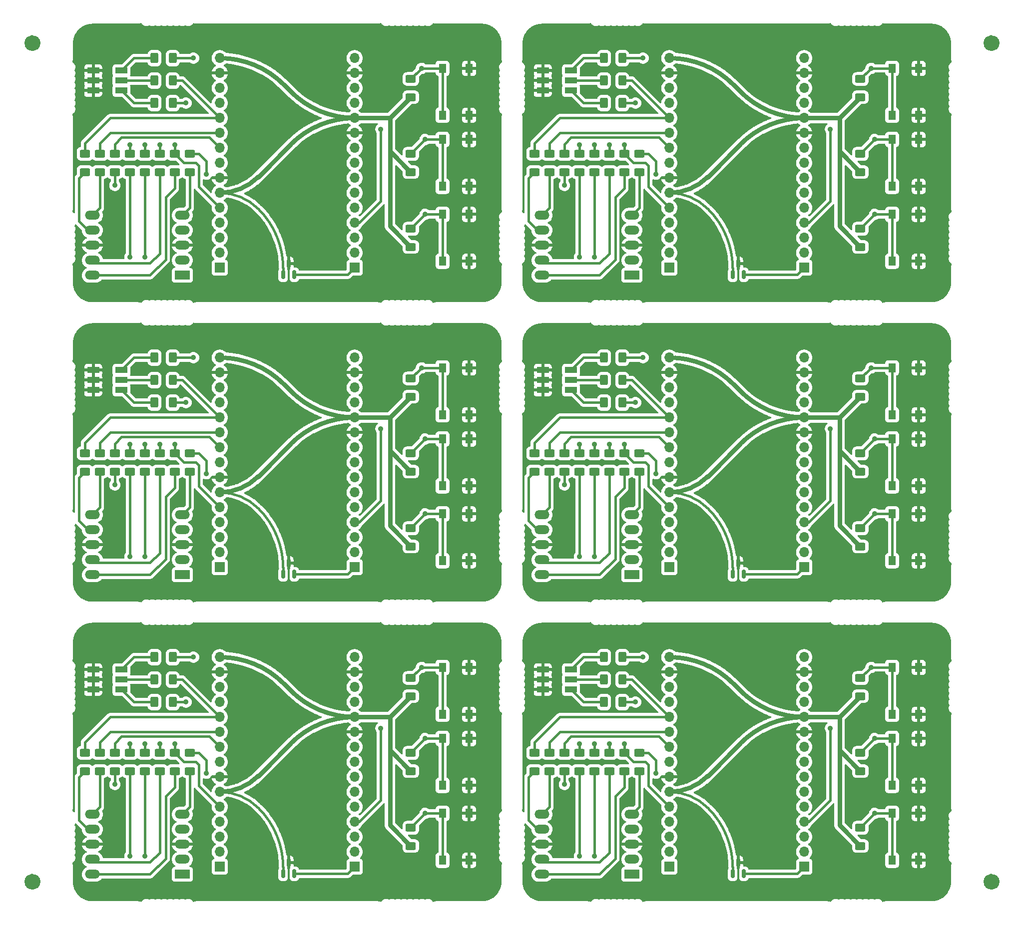
<source format=gbr>
%TF.GenerationSoftware,KiCad,Pcbnew,(5.99.0-9801-g46d71f0d23)*%
%TF.CreationDate,2021-03-17T23:59:57-04:00*%
%TF.ProjectId,PCB-S-Panelization,5043422d-532d-4506-916e-656c697a6174,rev?*%
%TF.SameCoordinates,Original*%
%TF.FileFunction,Copper,L1,Top*%
%TF.FilePolarity,Positive*%
%FSLAX46Y46*%
G04 Gerber Fmt 4.6, Leading zero omitted, Abs format (unit mm)*
G04 Created by KiCad (PCBNEW (5.99.0-9801-g46d71f0d23)) date 2021-03-17 23:59:57*
%MOMM*%
%LPD*%
G01*
G04 APERTURE LIST*
G04 Aperture macros list*
%AMRoundRect*
0 Rectangle with rounded corners*
0 $1 Rounding radius*
0 $2 $3 $4 $5 $6 $7 $8 $9 X,Y pos of 4 corners*
0 Add a 4 corners polygon primitive as box body*
4,1,4,$2,$3,$4,$5,$6,$7,$8,$9,$2,$3,0*
0 Add four circle primitives for the rounded corners*
1,1,$1+$1,$2,$3*
1,1,$1+$1,$4,$5*
1,1,$1+$1,$6,$7*
1,1,$1+$1,$8,$9*
0 Add four rect primitives between the rounded corners*
20,1,$1+$1,$2,$3,$4,$5,0*
20,1,$1+$1,$4,$5,$6,$7,0*
20,1,$1+$1,$6,$7,$8,$9,0*
20,1,$1+$1,$8,$9,$2,$3,0*%
G04 Aperture macros list end*
%TA.AperFunction,NonConductor*%
%ADD10C,1.370000*%
%TD*%
%TA.AperFunction,SMDPad,CuDef*%
%ADD11RoundRect,0.250000X0.400000X0.625000X-0.400000X0.625000X-0.400000X-0.625000X0.400000X-0.625000X0*%
%TD*%
%TA.AperFunction,SMDPad,CuDef*%
%ADD12RoundRect,0.250000X-0.625000X0.400000X-0.625000X-0.400000X0.625000X-0.400000X0.625000X0.400000X0*%
%TD*%
%TA.AperFunction,SMDPad,CuDef*%
%ADD13RoundRect,0.250000X0.625000X-0.400000X0.625000X0.400000X-0.625000X0.400000X-0.625000X-0.400000X0*%
%TD*%
%TA.AperFunction,ComponentPad*%
%ADD14R,1.700000X1.700000*%
%TD*%
%TA.AperFunction,ComponentPad*%
%ADD15O,1.700000X1.700000*%
%TD*%
%TA.AperFunction,SMDPad,CuDef*%
%ADD16RoundRect,0.150000X0.150000X-0.587500X0.150000X0.587500X-0.150000X0.587500X-0.150000X-0.587500X0*%
%TD*%
%TA.AperFunction,SMDPad,CuDef*%
%ADD17R,1.300000X1.550000*%
%TD*%
%TA.AperFunction,SMDPad,CuDef*%
%ADD18R,2.000000X1.100000*%
%TD*%
%TA.AperFunction,ComponentPad*%
%ADD19R,2.524000X1.524000*%
%TD*%
%TA.AperFunction,ComponentPad*%
%ADD20O,2.524000X1.524000*%
%TD*%
%TA.AperFunction,ViaPad*%
%ADD21C,0.889000*%
%TD*%
%TA.AperFunction,Conductor*%
%ADD22C,0.381000*%
%TD*%
%TA.AperFunction,Conductor*%
%ADD23C,0.762000*%
%TD*%
G04 APERTURE END LIST*
D10*
X186105000Y-31750000D02*
G75*
G03*
X186105000Y-31750000I-685000J0D01*
G01*
X23545000Y-31750000D02*
G75*
G03*
X23545000Y-31750000I-685000J0D01*
G01*
X186105000Y-173990000D02*
G75*
G03*
X186105000Y-173990000I-685000J0D01*
G01*
X23545000Y-173990000D02*
G75*
G03*
X23545000Y-173990000I-685000J0D01*
G01*
D11*
%TO.P,R11,1*%
%TO.N,/SEGG*%
X122835000Y-135890000D03*
%TO.P,R11,2*%
%TO.N,Net-(D2-Pad3)*%
X119735000Y-135890000D03*
%TD*%
D12*
%TO.P,R2,1*%
%TO.N,/SEGB*%
X110490000Y-152120000D03*
%TO.P,R2,2*%
%TO.N,Net-(D1-Pad6)*%
X110490000Y-155220000D03*
%TD*%
D13*
%TO.P,R13,1*%
%TO.N,+3V3*%
X163195000Y-155220000D03*
%TO.P,R13,2*%
%TO.N,/BT2*%
X163195000Y-152120000D03*
%TD*%
D14*
%TO.P,J1,1,Pin_1*%
%TO.N,/TEMP*%
X153670000Y-171450000D03*
D15*
%TO.P,J1,2,Pin_2*%
%TO.N,unconnected-(J1-Pad2)*%
X153670000Y-168910000D03*
%TO.P,J1,3,Pin_3*%
%TO.N,unconnected-(J1-Pad3)*%
X153670000Y-166370000D03*
%TO.P,J1,4,Pin_4*%
%TO.N,/BT3*%
X153670000Y-163830000D03*
%TO.P,J1,5,Pin_5*%
%TO.N,unconnected-(J1-Pad5)*%
X153670000Y-161290000D03*
%TO.P,J1,6,Pin_6*%
%TO.N,unconnected-(J1-Pad6)*%
X153670000Y-158750000D03*
%TO.P,J1,7,Pin_7*%
%TO.N,unconnected-(J1-Pad7)*%
X153670000Y-156210000D03*
%TO.P,J1,8,Pin_8*%
%TO.N,unconnected-(J1-Pad8)*%
X153670000Y-153670000D03*
%TO.P,J1,9,Pin_9*%
%TO.N,unconnected-(J1-Pad9)*%
X153670000Y-151130000D03*
%TO.P,J1,10,Pin_10*%
%TO.N,GND*%
X153670000Y-148590000D03*
%TO.P,J1,11,Pin_11*%
%TO.N,+3V3*%
X153670000Y-146050000D03*
%TO.P,J1,12,Pin_12*%
%TO.N,unconnected-(J1-Pad12)*%
X153670000Y-143510000D03*
%TO.P,J1,13,Pin_13*%
%TO.N,unconnected-(J1-Pad13)*%
X153670000Y-140970000D03*
%TO.P,J1,14,Pin_14*%
%TO.N,GND*%
X153670000Y-138430000D03*
%TO.P,J1,15,Pin_15*%
%TO.N,unconnected-(J1-Pad15)*%
X153670000Y-135890000D03*
%TD*%
D12*
%TO.P,R7,1*%
%TO.N,/SEGG*%
X123190000Y-152120000D03*
%TO.P,R7,2*%
%TO.N,Net-(D1-Pad10)*%
X123190000Y-155220000D03*
%TD*%
D13*
%TO.P,R12,1*%
%TO.N,+3V3*%
X163195000Y-167920000D03*
%TO.P,R12,2*%
%TO.N,/BT1*%
X163195000Y-164820000D03*
%TD*%
D12*
%TO.P,R3,1*%
%TO.N,/SEGC*%
X113030000Y-152120000D03*
%TO.P,R3,2*%
%TO.N,Net-(D1-Pad4)*%
X113030000Y-155220000D03*
%TD*%
D11*
%TO.P,R9,1*%
%TO.N,/SEGA*%
X122835000Y-139700000D03*
%TO.P,R9,2*%
%TO.N,Net-(D2-Pad2)*%
X119735000Y-139700000D03*
%TD*%
D12*
%TO.P,R6,1*%
%TO.N,/SEGF*%
X120650000Y-152120000D03*
%TO.P,R6,2*%
%TO.N,Net-(D1-Pad9)*%
X120650000Y-155220000D03*
%TD*%
D16*
%TO.P,U1,1,Vdd*%
%TO.N,+3V3*%
X141544000Y-172641500D03*
%TO.P,U1,2,Vout*%
%TO.N,/TEMP*%
X143444000Y-172641500D03*
%TO.P,U1,3,GND*%
%TO.N,GND*%
X142494000Y-170766500D03*
%TD*%
D12*
%TO.P,R1,1*%
%TO.N,/SEGA*%
X107950000Y-152120000D03*
%TO.P,R1,2*%
%TO.N,Net-(D1-Pad7)*%
X107950000Y-155220000D03*
%TD*%
D17*
%TO.P,SW3,1,1*%
%TO.N,/BT3*%
X168565000Y-137630000D03*
X168565000Y-145580000D03*
%TO.P,SW3,2,2*%
%TO.N,GND*%
X173065000Y-145580000D03*
X173065000Y-137630000D03*
%TD*%
%TO.P,SW1,1,1*%
%TO.N,/BT1*%
X168565000Y-170345000D03*
X168565000Y-162395000D03*
%TO.P,SW1,2,2*%
%TO.N,GND*%
X173065000Y-170345000D03*
X173065000Y-162395000D03*
%TD*%
D18*
%TO.P,D2,1,GA*%
%TO.N,Net-(D2-Pad1)*%
X114160000Y-141400000D03*
%TO.P,D2,2,RA*%
%TO.N,Net-(D2-Pad2)*%
X114160000Y-139700000D03*
%TO.P,D2,3,BA*%
%TO.N,Net-(D2-Pad3)*%
X114160000Y-138000000D03*
%TO.P,D2,4,BK*%
%TO.N,GND*%
X109360000Y-138000000D03*
%TO.P,D2,5,RK*%
X109360000Y-139700000D03*
%TO.P,D2,6,GK*%
X109360000Y-141400000D03*
%TD*%
D19*
%TO.P,D1,1,E*%
%TO.N,Net-(D1-Pad1)*%
X124460000Y-172720000D03*
D20*
%TO.P,D1,2,D*%
%TO.N,Net-(D1-Pad2)*%
X124460000Y-170180000D03*
%TO.P,D1,3,CC*%
%TO.N,GND*%
X124460000Y-167640000D03*
%TO.P,D1,4,C*%
%TO.N,Net-(D1-Pad4)*%
X124460000Y-165100000D03*
%TO.P,D1,5,DP*%
%TO.N,Net-(D1-Pad5)*%
X124460000Y-162560000D03*
%TO.P,D1,6,B*%
%TO.N,Net-(D1-Pad6)*%
X109220000Y-162560000D03*
%TO.P,D1,7,A*%
%TO.N,Net-(D1-Pad7)*%
X109220000Y-165100000D03*
%TO.P,D1,8,CC*%
%TO.N,GND*%
X109220000Y-167640000D03*
%TO.P,D1,9,F*%
%TO.N,Net-(D1-Pad9)*%
X109220000Y-170180000D03*
%TO.P,D1,10,G*%
%TO.N,Net-(D1-Pad10)*%
X109220000Y-172720000D03*
%TD*%
D17*
%TO.P,SW2,1,1*%
%TO.N,/BT2*%
X168565000Y-157645000D03*
X168565000Y-149695000D03*
%TO.P,SW2,2,2*%
%TO.N,GND*%
X173065000Y-149695000D03*
X173065000Y-157645000D03*
%TD*%
D12*
%TO.P,R5,1*%
%TO.N,/SEGE*%
X118110000Y-152120000D03*
%TO.P,R5,2*%
%TO.N,Net-(D1-Pad1)*%
X118110000Y-155220000D03*
%TD*%
%TO.P,R4,1*%
%TO.N,/SEGD*%
X115570000Y-152120000D03*
%TO.P,R4,2*%
%TO.N,Net-(D1-Pad2)*%
X115570000Y-155220000D03*
%TD*%
D11*
%TO.P,R10,1*%
%TO.N,/SEGD*%
X122835000Y-143510000D03*
%TO.P,R10,2*%
%TO.N,Net-(D2-Pad1)*%
X119735000Y-143510000D03*
%TD*%
D14*
%TO.P,J2,1,Pin_1*%
%TO.N,/BT1*%
X130810000Y-171450000D03*
D15*
%TO.P,J2,2,Pin_2*%
%TO.N,/IO-C1*%
X130810000Y-168910000D03*
%TO.P,J2,3,Pin_3*%
%TO.N,/SEGD*%
X130810000Y-166370000D03*
%TO.P,J2,4,Pin_4*%
%TO.N,/SEGE*%
X130810000Y-163830000D03*
%TO.P,J2,5,Pin_5*%
%TO.N,/SEGG*%
X130810000Y-161290000D03*
%TO.P,J2,6,Pin_6*%
%TO.N,+3V3*%
X130810000Y-158750000D03*
%TO.P,J2,7,Pin_7*%
%TO.N,GND*%
X130810000Y-156210000D03*
%TO.P,J2,8,Pin_8*%
%TO.N,/SEGF*%
X130810000Y-153670000D03*
%TO.P,J2,9,Pin_9*%
%TO.N,/SEGC*%
X130810000Y-151130000D03*
%TO.P,J2,10,Pin_10*%
%TO.N,/SEGB*%
X130810000Y-148590000D03*
%TO.P,J2,11,Pin_11*%
%TO.N,/SEGA*%
X130810000Y-146050000D03*
%TO.P,J2,12,Pin_12*%
%TO.N,unconnected-(J2-Pad12)*%
X130810000Y-143510000D03*
%TO.P,J2,13,Pin_13*%
%TO.N,unconnected-(J2-Pad13)*%
X130810000Y-140970000D03*
%TO.P,J2,14,Pin_14*%
%TO.N,GND*%
X130810000Y-138430000D03*
%TO.P,J2,15,Pin_15*%
%TO.N,+3V3*%
X130810000Y-135890000D03*
%TD*%
D12*
%TO.P,R8,1*%
%TO.N,/SEGDP*%
X125730000Y-152120000D03*
%TO.P,R8,2*%
%TO.N,Net-(D1-Pad5)*%
X125730000Y-155220000D03*
%TD*%
D13*
%TO.P,R14,1*%
%TO.N,+3V3*%
X163195000Y-142520000D03*
%TO.P,R14,2*%
%TO.N,/BT3*%
X163195000Y-139420000D03*
%TD*%
D11*
%TO.P,R11,1*%
%TO.N,/SEGG*%
X46635000Y-135890000D03*
%TO.P,R11,2*%
%TO.N,Net-(D2-Pad3)*%
X43535000Y-135890000D03*
%TD*%
D12*
%TO.P,R2,1*%
%TO.N,/SEGB*%
X34290000Y-152120000D03*
%TO.P,R2,2*%
%TO.N,Net-(D1-Pad6)*%
X34290000Y-155220000D03*
%TD*%
D13*
%TO.P,R13,1*%
%TO.N,+3V3*%
X86995000Y-155220000D03*
%TO.P,R13,2*%
%TO.N,/BT2*%
X86995000Y-152120000D03*
%TD*%
D14*
%TO.P,J1,1,Pin_1*%
%TO.N,/TEMP*%
X77470000Y-171450000D03*
D15*
%TO.P,J1,2,Pin_2*%
%TO.N,unconnected-(J1-Pad2)*%
X77470000Y-168910000D03*
%TO.P,J1,3,Pin_3*%
%TO.N,unconnected-(J1-Pad3)*%
X77470000Y-166370000D03*
%TO.P,J1,4,Pin_4*%
%TO.N,/BT3*%
X77470000Y-163830000D03*
%TO.P,J1,5,Pin_5*%
%TO.N,unconnected-(J1-Pad5)*%
X77470000Y-161290000D03*
%TO.P,J1,6,Pin_6*%
%TO.N,unconnected-(J1-Pad6)*%
X77470000Y-158750000D03*
%TO.P,J1,7,Pin_7*%
%TO.N,unconnected-(J1-Pad7)*%
X77470000Y-156210000D03*
%TO.P,J1,8,Pin_8*%
%TO.N,unconnected-(J1-Pad8)*%
X77470000Y-153670000D03*
%TO.P,J1,9,Pin_9*%
%TO.N,unconnected-(J1-Pad9)*%
X77470000Y-151130000D03*
%TO.P,J1,10,Pin_10*%
%TO.N,GND*%
X77470000Y-148590000D03*
%TO.P,J1,11,Pin_11*%
%TO.N,+3V3*%
X77470000Y-146050000D03*
%TO.P,J1,12,Pin_12*%
%TO.N,unconnected-(J1-Pad12)*%
X77470000Y-143510000D03*
%TO.P,J1,13,Pin_13*%
%TO.N,unconnected-(J1-Pad13)*%
X77470000Y-140970000D03*
%TO.P,J1,14,Pin_14*%
%TO.N,GND*%
X77470000Y-138430000D03*
%TO.P,J1,15,Pin_15*%
%TO.N,unconnected-(J1-Pad15)*%
X77470000Y-135890000D03*
%TD*%
D12*
%TO.P,R7,1*%
%TO.N,/SEGG*%
X46990000Y-152120000D03*
%TO.P,R7,2*%
%TO.N,Net-(D1-Pad10)*%
X46990000Y-155220000D03*
%TD*%
D13*
%TO.P,R12,1*%
%TO.N,+3V3*%
X86995000Y-167920000D03*
%TO.P,R12,2*%
%TO.N,/BT1*%
X86995000Y-164820000D03*
%TD*%
D12*
%TO.P,R3,1*%
%TO.N,/SEGC*%
X36830000Y-152120000D03*
%TO.P,R3,2*%
%TO.N,Net-(D1-Pad4)*%
X36830000Y-155220000D03*
%TD*%
D11*
%TO.P,R9,1*%
%TO.N,/SEGA*%
X46635000Y-139700000D03*
%TO.P,R9,2*%
%TO.N,Net-(D2-Pad2)*%
X43535000Y-139700000D03*
%TD*%
D12*
%TO.P,R6,1*%
%TO.N,/SEGF*%
X44450000Y-152120000D03*
%TO.P,R6,2*%
%TO.N,Net-(D1-Pad9)*%
X44450000Y-155220000D03*
%TD*%
D16*
%TO.P,U1,1,Vdd*%
%TO.N,+3V3*%
X65344000Y-172641500D03*
%TO.P,U1,2,Vout*%
%TO.N,/TEMP*%
X67244000Y-172641500D03*
%TO.P,U1,3,GND*%
%TO.N,GND*%
X66294000Y-170766500D03*
%TD*%
D12*
%TO.P,R1,1*%
%TO.N,/SEGA*%
X31750000Y-152120000D03*
%TO.P,R1,2*%
%TO.N,Net-(D1-Pad7)*%
X31750000Y-155220000D03*
%TD*%
D17*
%TO.P,SW3,1,1*%
%TO.N,/BT3*%
X92365000Y-137630000D03*
X92365000Y-145580000D03*
%TO.P,SW3,2,2*%
%TO.N,GND*%
X96865000Y-145580000D03*
X96865000Y-137630000D03*
%TD*%
%TO.P,SW1,1,1*%
%TO.N,/BT1*%
X92365000Y-170345000D03*
X92365000Y-162395000D03*
%TO.P,SW1,2,2*%
%TO.N,GND*%
X96865000Y-170345000D03*
X96865000Y-162395000D03*
%TD*%
D18*
%TO.P,D2,1,GA*%
%TO.N,Net-(D2-Pad1)*%
X37960000Y-141400000D03*
%TO.P,D2,2,RA*%
%TO.N,Net-(D2-Pad2)*%
X37960000Y-139700000D03*
%TO.P,D2,3,BA*%
%TO.N,Net-(D2-Pad3)*%
X37960000Y-138000000D03*
%TO.P,D2,4,BK*%
%TO.N,GND*%
X33160000Y-138000000D03*
%TO.P,D2,5,RK*%
X33160000Y-139700000D03*
%TO.P,D2,6,GK*%
X33160000Y-141400000D03*
%TD*%
D19*
%TO.P,D1,1,E*%
%TO.N,Net-(D1-Pad1)*%
X48260000Y-172720000D03*
D20*
%TO.P,D1,2,D*%
%TO.N,Net-(D1-Pad2)*%
X48260000Y-170180000D03*
%TO.P,D1,3,CC*%
%TO.N,GND*%
X48260000Y-167640000D03*
%TO.P,D1,4,C*%
%TO.N,Net-(D1-Pad4)*%
X48260000Y-165100000D03*
%TO.P,D1,5,DP*%
%TO.N,Net-(D1-Pad5)*%
X48260000Y-162560000D03*
%TO.P,D1,6,B*%
%TO.N,Net-(D1-Pad6)*%
X33020000Y-162560000D03*
%TO.P,D1,7,A*%
%TO.N,Net-(D1-Pad7)*%
X33020000Y-165100000D03*
%TO.P,D1,8,CC*%
%TO.N,GND*%
X33020000Y-167640000D03*
%TO.P,D1,9,F*%
%TO.N,Net-(D1-Pad9)*%
X33020000Y-170180000D03*
%TO.P,D1,10,G*%
%TO.N,Net-(D1-Pad10)*%
X33020000Y-172720000D03*
%TD*%
D17*
%TO.P,SW2,1,1*%
%TO.N,/BT2*%
X92365000Y-157645000D03*
X92365000Y-149695000D03*
%TO.P,SW2,2,2*%
%TO.N,GND*%
X96865000Y-149695000D03*
X96865000Y-157645000D03*
%TD*%
D12*
%TO.P,R5,1*%
%TO.N,/SEGE*%
X41910000Y-152120000D03*
%TO.P,R5,2*%
%TO.N,Net-(D1-Pad1)*%
X41910000Y-155220000D03*
%TD*%
%TO.P,R4,1*%
%TO.N,/SEGD*%
X39370000Y-152120000D03*
%TO.P,R4,2*%
%TO.N,Net-(D1-Pad2)*%
X39370000Y-155220000D03*
%TD*%
D11*
%TO.P,R10,1*%
%TO.N,/SEGD*%
X46635000Y-143510000D03*
%TO.P,R10,2*%
%TO.N,Net-(D2-Pad1)*%
X43535000Y-143510000D03*
%TD*%
D14*
%TO.P,J2,1,Pin_1*%
%TO.N,/BT1*%
X54610000Y-171450000D03*
D15*
%TO.P,J2,2,Pin_2*%
%TO.N,/IO-C1*%
X54610000Y-168910000D03*
%TO.P,J2,3,Pin_3*%
%TO.N,/SEGD*%
X54610000Y-166370000D03*
%TO.P,J2,4,Pin_4*%
%TO.N,/SEGE*%
X54610000Y-163830000D03*
%TO.P,J2,5,Pin_5*%
%TO.N,/SEGG*%
X54610000Y-161290000D03*
%TO.P,J2,6,Pin_6*%
%TO.N,+3V3*%
X54610000Y-158750000D03*
%TO.P,J2,7,Pin_7*%
%TO.N,GND*%
X54610000Y-156210000D03*
%TO.P,J2,8,Pin_8*%
%TO.N,/SEGF*%
X54610000Y-153670000D03*
%TO.P,J2,9,Pin_9*%
%TO.N,/SEGC*%
X54610000Y-151130000D03*
%TO.P,J2,10,Pin_10*%
%TO.N,/SEGB*%
X54610000Y-148590000D03*
%TO.P,J2,11,Pin_11*%
%TO.N,/SEGA*%
X54610000Y-146050000D03*
%TO.P,J2,12,Pin_12*%
%TO.N,unconnected-(J2-Pad12)*%
X54610000Y-143510000D03*
%TO.P,J2,13,Pin_13*%
%TO.N,unconnected-(J2-Pad13)*%
X54610000Y-140970000D03*
%TO.P,J2,14,Pin_14*%
%TO.N,GND*%
X54610000Y-138430000D03*
%TO.P,J2,15,Pin_15*%
%TO.N,+3V3*%
X54610000Y-135890000D03*
%TD*%
D12*
%TO.P,R8,1*%
%TO.N,/SEGDP*%
X49530000Y-152120000D03*
%TO.P,R8,2*%
%TO.N,Net-(D1-Pad5)*%
X49530000Y-155220000D03*
%TD*%
D13*
%TO.P,R14,1*%
%TO.N,+3V3*%
X86995000Y-142520000D03*
%TO.P,R14,2*%
%TO.N,/BT3*%
X86995000Y-139420000D03*
%TD*%
D11*
%TO.P,R11,1*%
%TO.N,/SEGG*%
X122835000Y-85090000D03*
%TO.P,R11,2*%
%TO.N,Net-(D2-Pad3)*%
X119735000Y-85090000D03*
%TD*%
D12*
%TO.P,R2,1*%
%TO.N,/SEGB*%
X110490000Y-101320000D03*
%TO.P,R2,2*%
%TO.N,Net-(D1-Pad6)*%
X110490000Y-104420000D03*
%TD*%
D13*
%TO.P,R13,1*%
%TO.N,+3V3*%
X163195000Y-104420000D03*
%TO.P,R13,2*%
%TO.N,/BT2*%
X163195000Y-101320000D03*
%TD*%
D14*
%TO.P,J1,1,Pin_1*%
%TO.N,/TEMP*%
X153670000Y-120650000D03*
D15*
%TO.P,J1,2,Pin_2*%
%TO.N,unconnected-(J1-Pad2)*%
X153670000Y-118110000D03*
%TO.P,J1,3,Pin_3*%
%TO.N,unconnected-(J1-Pad3)*%
X153670000Y-115570000D03*
%TO.P,J1,4,Pin_4*%
%TO.N,/BT3*%
X153670000Y-113030000D03*
%TO.P,J1,5,Pin_5*%
%TO.N,unconnected-(J1-Pad5)*%
X153670000Y-110490000D03*
%TO.P,J1,6,Pin_6*%
%TO.N,unconnected-(J1-Pad6)*%
X153670000Y-107950000D03*
%TO.P,J1,7,Pin_7*%
%TO.N,unconnected-(J1-Pad7)*%
X153670000Y-105410000D03*
%TO.P,J1,8,Pin_8*%
%TO.N,unconnected-(J1-Pad8)*%
X153670000Y-102870000D03*
%TO.P,J1,9,Pin_9*%
%TO.N,unconnected-(J1-Pad9)*%
X153670000Y-100330000D03*
%TO.P,J1,10,Pin_10*%
%TO.N,GND*%
X153670000Y-97790000D03*
%TO.P,J1,11,Pin_11*%
%TO.N,+3V3*%
X153670000Y-95250000D03*
%TO.P,J1,12,Pin_12*%
%TO.N,unconnected-(J1-Pad12)*%
X153670000Y-92710000D03*
%TO.P,J1,13,Pin_13*%
%TO.N,unconnected-(J1-Pad13)*%
X153670000Y-90170000D03*
%TO.P,J1,14,Pin_14*%
%TO.N,GND*%
X153670000Y-87630000D03*
%TO.P,J1,15,Pin_15*%
%TO.N,unconnected-(J1-Pad15)*%
X153670000Y-85090000D03*
%TD*%
D12*
%TO.P,R7,1*%
%TO.N,/SEGG*%
X123190000Y-101320000D03*
%TO.P,R7,2*%
%TO.N,Net-(D1-Pad10)*%
X123190000Y-104420000D03*
%TD*%
D13*
%TO.P,R12,1*%
%TO.N,+3V3*%
X163195000Y-117120000D03*
%TO.P,R12,2*%
%TO.N,/BT1*%
X163195000Y-114020000D03*
%TD*%
D12*
%TO.P,R3,1*%
%TO.N,/SEGC*%
X113030000Y-101320000D03*
%TO.P,R3,2*%
%TO.N,Net-(D1-Pad4)*%
X113030000Y-104420000D03*
%TD*%
D11*
%TO.P,R9,1*%
%TO.N,/SEGA*%
X122835000Y-88900000D03*
%TO.P,R9,2*%
%TO.N,Net-(D2-Pad2)*%
X119735000Y-88900000D03*
%TD*%
D12*
%TO.P,R6,1*%
%TO.N,/SEGF*%
X120650000Y-101320000D03*
%TO.P,R6,2*%
%TO.N,Net-(D1-Pad9)*%
X120650000Y-104420000D03*
%TD*%
D16*
%TO.P,U1,1,Vdd*%
%TO.N,+3V3*%
X141544000Y-121841500D03*
%TO.P,U1,2,Vout*%
%TO.N,/TEMP*%
X143444000Y-121841500D03*
%TO.P,U1,3,GND*%
%TO.N,GND*%
X142494000Y-119966500D03*
%TD*%
D12*
%TO.P,R1,1*%
%TO.N,/SEGA*%
X107950000Y-101320000D03*
%TO.P,R1,2*%
%TO.N,Net-(D1-Pad7)*%
X107950000Y-104420000D03*
%TD*%
D17*
%TO.P,SW3,1,1*%
%TO.N,/BT3*%
X168565000Y-86830000D03*
X168565000Y-94780000D03*
%TO.P,SW3,2,2*%
%TO.N,GND*%
X173065000Y-94780000D03*
X173065000Y-86830000D03*
%TD*%
%TO.P,SW1,1,1*%
%TO.N,/BT1*%
X168565000Y-119545000D03*
X168565000Y-111595000D03*
%TO.P,SW1,2,2*%
%TO.N,GND*%
X173065000Y-119545000D03*
X173065000Y-111595000D03*
%TD*%
D18*
%TO.P,D2,1,GA*%
%TO.N,Net-(D2-Pad1)*%
X114160000Y-90600000D03*
%TO.P,D2,2,RA*%
%TO.N,Net-(D2-Pad2)*%
X114160000Y-88900000D03*
%TO.P,D2,3,BA*%
%TO.N,Net-(D2-Pad3)*%
X114160000Y-87200000D03*
%TO.P,D2,4,BK*%
%TO.N,GND*%
X109360000Y-87200000D03*
%TO.P,D2,5,RK*%
X109360000Y-88900000D03*
%TO.P,D2,6,GK*%
X109360000Y-90600000D03*
%TD*%
D19*
%TO.P,D1,1,E*%
%TO.N,Net-(D1-Pad1)*%
X124460000Y-121920000D03*
D20*
%TO.P,D1,2,D*%
%TO.N,Net-(D1-Pad2)*%
X124460000Y-119380000D03*
%TO.P,D1,3,CC*%
%TO.N,GND*%
X124460000Y-116840000D03*
%TO.P,D1,4,C*%
%TO.N,Net-(D1-Pad4)*%
X124460000Y-114300000D03*
%TO.P,D1,5,DP*%
%TO.N,Net-(D1-Pad5)*%
X124460000Y-111760000D03*
%TO.P,D1,6,B*%
%TO.N,Net-(D1-Pad6)*%
X109220000Y-111760000D03*
%TO.P,D1,7,A*%
%TO.N,Net-(D1-Pad7)*%
X109220000Y-114300000D03*
%TO.P,D1,8,CC*%
%TO.N,GND*%
X109220000Y-116840000D03*
%TO.P,D1,9,F*%
%TO.N,Net-(D1-Pad9)*%
X109220000Y-119380000D03*
%TO.P,D1,10,G*%
%TO.N,Net-(D1-Pad10)*%
X109220000Y-121920000D03*
%TD*%
D17*
%TO.P,SW2,1,1*%
%TO.N,/BT2*%
X168565000Y-106845000D03*
X168565000Y-98895000D03*
%TO.P,SW2,2,2*%
%TO.N,GND*%
X173065000Y-98895000D03*
X173065000Y-106845000D03*
%TD*%
D12*
%TO.P,R5,1*%
%TO.N,/SEGE*%
X118110000Y-101320000D03*
%TO.P,R5,2*%
%TO.N,Net-(D1-Pad1)*%
X118110000Y-104420000D03*
%TD*%
%TO.P,R4,1*%
%TO.N,/SEGD*%
X115570000Y-101320000D03*
%TO.P,R4,2*%
%TO.N,Net-(D1-Pad2)*%
X115570000Y-104420000D03*
%TD*%
D11*
%TO.P,R10,1*%
%TO.N,/SEGD*%
X122835000Y-92710000D03*
%TO.P,R10,2*%
%TO.N,Net-(D2-Pad1)*%
X119735000Y-92710000D03*
%TD*%
D14*
%TO.P,J2,1,Pin_1*%
%TO.N,/BT1*%
X130810000Y-120650000D03*
D15*
%TO.P,J2,2,Pin_2*%
%TO.N,/IO-C1*%
X130810000Y-118110000D03*
%TO.P,J2,3,Pin_3*%
%TO.N,/SEGD*%
X130810000Y-115570000D03*
%TO.P,J2,4,Pin_4*%
%TO.N,/SEGE*%
X130810000Y-113030000D03*
%TO.P,J2,5,Pin_5*%
%TO.N,/SEGG*%
X130810000Y-110490000D03*
%TO.P,J2,6,Pin_6*%
%TO.N,+3V3*%
X130810000Y-107950000D03*
%TO.P,J2,7,Pin_7*%
%TO.N,GND*%
X130810000Y-105410000D03*
%TO.P,J2,8,Pin_8*%
%TO.N,/SEGF*%
X130810000Y-102870000D03*
%TO.P,J2,9,Pin_9*%
%TO.N,/SEGC*%
X130810000Y-100330000D03*
%TO.P,J2,10,Pin_10*%
%TO.N,/SEGB*%
X130810000Y-97790000D03*
%TO.P,J2,11,Pin_11*%
%TO.N,/SEGA*%
X130810000Y-95250000D03*
%TO.P,J2,12,Pin_12*%
%TO.N,unconnected-(J2-Pad12)*%
X130810000Y-92710000D03*
%TO.P,J2,13,Pin_13*%
%TO.N,unconnected-(J2-Pad13)*%
X130810000Y-90170000D03*
%TO.P,J2,14,Pin_14*%
%TO.N,GND*%
X130810000Y-87630000D03*
%TO.P,J2,15,Pin_15*%
%TO.N,+3V3*%
X130810000Y-85090000D03*
%TD*%
D12*
%TO.P,R8,1*%
%TO.N,/SEGDP*%
X125730000Y-101320000D03*
%TO.P,R8,2*%
%TO.N,Net-(D1-Pad5)*%
X125730000Y-104420000D03*
%TD*%
D13*
%TO.P,R14,1*%
%TO.N,+3V3*%
X163195000Y-91720000D03*
%TO.P,R14,2*%
%TO.N,/BT3*%
X163195000Y-88620000D03*
%TD*%
D11*
%TO.P,R11,1*%
%TO.N,/SEGG*%
X122835000Y-34290000D03*
%TO.P,R11,2*%
%TO.N,Net-(D2-Pad3)*%
X119735000Y-34290000D03*
%TD*%
D12*
%TO.P,R2,1*%
%TO.N,/SEGB*%
X110490000Y-50520000D03*
%TO.P,R2,2*%
%TO.N,Net-(D1-Pad6)*%
X110490000Y-53620000D03*
%TD*%
D13*
%TO.P,R13,1*%
%TO.N,+3V3*%
X163195000Y-53620000D03*
%TO.P,R13,2*%
%TO.N,/BT2*%
X163195000Y-50520000D03*
%TD*%
D14*
%TO.P,J1,1,Pin_1*%
%TO.N,/TEMP*%
X153670000Y-69850000D03*
D15*
%TO.P,J1,2,Pin_2*%
%TO.N,unconnected-(J1-Pad2)*%
X153670000Y-67310000D03*
%TO.P,J1,3,Pin_3*%
%TO.N,unconnected-(J1-Pad3)*%
X153670000Y-64770000D03*
%TO.P,J1,4,Pin_4*%
%TO.N,/BT3*%
X153670000Y-62230000D03*
%TO.P,J1,5,Pin_5*%
%TO.N,unconnected-(J1-Pad5)*%
X153670000Y-59690000D03*
%TO.P,J1,6,Pin_6*%
%TO.N,unconnected-(J1-Pad6)*%
X153670000Y-57150000D03*
%TO.P,J1,7,Pin_7*%
%TO.N,unconnected-(J1-Pad7)*%
X153670000Y-54610000D03*
%TO.P,J1,8,Pin_8*%
%TO.N,unconnected-(J1-Pad8)*%
X153670000Y-52070000D03*
%TO.P,J1,9,Pin_9*%
%TO.N,unconnected-(J1-Pad9)*%
X153670000Y-49530000D03*
%TO.P,J1,10,Pin_10*%
%TO.N,GND*%
X153670000Y-46990000D03*
%TO.P,J1,11,Pin_11*%
%TO.N,+3V3*%
X153670000Y-44450000D03*
%TO.P,J1,12,Pin_12*%
%TO.N,unconnected-(J1-Pad12)*%
X153670000Y-41910000D03*
%TO.P,J1,13,Pin_13*%
%TO.N,unconnected-(J1-Pad13)*%
X153670000Y-39370000D03*
%TO.P,J1,14,Pin_14*%
%TO.N,GND*%
X153670000Y-36830000D03*
%TO.P,J1,15,Pin_15*%
%TO.N,unconnected-(J1-Pad15)*%
X153670000Y-34290000D03*
%TD*%
D12*
%TO.P,R7,1*%
%TO.N,/SEGG*%
X123190000Y-50520000D03*
%TO.P,R7,2*%
%TO.N,Net-(D1-Pad10)*%
X123190000Y-53620000D03*
%TD*%
D13*
%TO.P,R12,1*%
%TO.N,+3V3*%
X163195000Y-66320000D03*
%TO.P,R12,2*%
%TO.N,/BT1*%
X163195000Y-63220000D03*
%TD*%
D12*
%TO.P,R3,1*%
%TO.N,/SEGC*%
X113030000Y-50520000D03*
%TO.P,R3,2*%
%TO.N,Net-(D1-Pad4)*%
X113030000Y-53620000D03*
%TD*%
D11*
%TO.P,R9,1*%
%TO.N,/SEGA*%
X122835000Y-38100000D03*
%TO.P,R9,2*%
%TO.N,Net-(D2-Pad2)*%
X119735000Y-38100000D03*
%TD*%
D12*
%TO.P,R6,1*%
%TO.N,/SEGF*%
X120650000Y-50520000D03*
%TO.P,R6,2*%
%TO.N,Net-(D1-Pad9)*%
X120650000Y-53620000D03*
%TD*%
D16*
%TO.P,U1,1,Vdd*%
%TO.N,+3V3*%
X141544000Y-71041500D03*
%TO.P,U1,2,Vout*%
%TO.N,/TEMP*%
X143444000Y-71041500D03*
%TO.P,U1,3,GND*%
%TO.N,GND*%
X142494000Y-69166500D03*
%TD*%
D12*
%TO.P,R1,1*%
%TO.N,/SEGA*%
X107950000Y-50520000D03*
%TO.P,R1,2*%
%TO.N,Net-(D1-Pad7)*%
X107950000Y-53620000D03*
%TD*%
D17*
%TO.P,SW3,1,1*%
%TO.N,/BT3*%
X168565000Y-36030000D03*
X168565000Y-43980000D03*
%TO.P,SW3,2,2*%
%TO.N,GND*%
X173065000Y-43980000D03*
X173065000Y-36030000D03*
%TD*%
%TO.P,SW1,1,1*%
%TO.N,/BT1*%
X168565000Y-68745000D03*
X168565000Y-60795000D03*
%TO.P,SW1,2,2*%
%TO.N,GND*%
X173065000Y-68745000D03*
X173065000Y-60795000D03*
%TD*%
D18*
%TO.P,D2,1,GA*%
%TO.N,Net-(D2-Pad1)*%
X114160000Y-39800000D03*
%TO.P,D2,2,RA*%
%TO.N,Net-(D2-Pad2)*%
X114160000Y-38100000D03*
%TO.P,D2,3,BA*%
%TO.N,Net-(D2-Pad3)*%
X114160000Y-36400000D03*
%TO.P,D2,4,BK*%
%TO.N,GND*%
X109360000Y-36400000D03*
%TO.P,D2,5,RK*%
X109360000Y-38100000D03*
%TO.P,D2,6,GK*%
X109360000Y-39800000D03*
%TD*%
D19*
%TO.P,D1,1,E*%
%TO.N,Net-(D1-Pad1)*%
X124460000Y-71120000D03*
D20*
%TO.P,D1,2,D*%
%TO.N,Net-(D1-Pad2)*%
X124460000Y-68580000D03*
%TO.P,D1,3,CC*%
%TO.N,GND*%
X124460000Y-66040000D03*
%TO.P,D1,4,C*%
%TO.N,Net-(D1-Pad4)*%
X124460000Y-63500000D03*
%TO.P,D1,5,DP*%
%TO.N,Net-(D1-Pad5)*%
X124460000Y-60960000D03*
%TO.P,D1,6,B*%
%TO.N,Net-(D1-Pad6)*%
X109220000Y-60960000D03*
%TO.P,D1,7,A*%
%TO.N,Net-(D1-Pad7)*%
X109220000Y-63500000D03*
%TO.P,D1,8,CC*%
%TO.N,GND*%
X109220000Y-66040000D03*
%TO.P,D1,9,F*%
%TO.N,Net-(D1-Pad9)*%
X109220000Y-68580000D03*
%TO.P,D1,10,G*%
%TO.N,Net-(D1-Pad10)*%
X109220000Y-71120000D03*
%TD*%
D17*
%TO.P,SW2,1,1*%
%TO.N,/BT2*%
X168565000Y-56045000D03*
X168565000Y-48095000D03*
%TO.P,SW2,2,2*%
%TO.N,GND*%
X173065000Y-48095000D03*
X173065000Y-56045000D03*
%TD*%
D12*
%TO.P,R5,1*%
%TO.N,/SEGE*%
X118110000Y-50520000D03*
%TO.P,R5,2*%
%TO.N,Net-(D1-Pad1)*%
X118110000Y-53620000D03*
%TD*%
%TO.P,R4,1*%
%TO.N,/SEGD*%
X115570000Y-50520000D03*
%TO.P,R4,2*%
%TO.N,Net-(D1-Pad2)*%
X115570000Y-53620000D03*
%TD*%
D11*
%TO.P,R10,1*%
%TO.N,/SEGD*%
X122835000Y-41910000D03*
%TO.P,R10,2*%
%TO.N,Net-(D2-Pad1)*%
X119735000Y-41910000D03*
%TD*%
D14*
%TO.P,J2,1,Pin_1*%
%TO.N,/BT1*%
X130810000Y-69850000D03*
D15*
%TO.P,J2,2,Pin_2*%
%TO.N,/IO-C1*%
X130810000Y-67310000D03*
%TO.P,J2,3,Pin_3*%
%TO.N,/SEGD*%
X130810000Y-64770000D03*
%TO.P,J2,4,Pin_4*%
%TO.N,/SEGE*%
X130810000Y-62230000D03*
%TO.P,J2,5,Pin_5*%
%TO.N,/SEGG*%
X130810000Y-59690000D03*
%TO.P,J2,6,Pin_6*%
%TO.N,+3V3*%
X130810000Y-57150000D03*
%TO.P,J2,7,Pin_7*%
%TO.N,GND*%
X130810000Y-54610000D03*
%TO.P,J2,8,Pin_8*%
%TO.N,/SEGF*%
X130810000Y-52070000D03*
%TO.P,J2,9,Pin_9*%
%TO.N,/SEGC*%
X130810000Y-49530000D03*
%TO.P,J2,10,Pin_10*%
%TO.N,/SEGB*%
X130810000Y-46990000D03*
%TO.P,J2,11,Pin_11*%
%TO.N,/SEGA*%
X130810000Y-44450000D03*
%TO.P,J2,12,Pin_12*%
%TO.N,unconnected-(J2-Pad12)*%
X130810000Y-41910000D03*
%TO.P,J2,13,Pin_13*%
%TO.N,unconnected-(J2-Pad13)*%
X130810000Y-39370000D03*
%TO.P,J2,14,Pin_14*%
%TO.N,GND*%
X130810000Y-36830000D03*
%TO.P,J2,15,Pin_15*%
%TO.N,+3V3*%
X130810000Y-34290000D03*
%TD*%
D12*
%TO.P,R8,1*%
%TO.N,/SEGDP*%
X125730000Y-50520000D03*
%TO.P,R8,2*%
%TO.N,Net-(D1-Pad5)*%
X125730000Y-53620000D03*
%TD*%
D13*
%TO.P,R14,1*%
%TO.N,+3V3*%
X163195000Y-40920000D03*
%TO.P,R14,2*%
%TO.N,/BT3*%
X163195000Y-37820000D03*
%TD*%
D11*
%TO.P,R11,1*%
%TO.N,/SEGG*%
X46635000Y-85090000D03*
%TO.P,R11,2*%
%TO.N,Net-(D2-Pad3)*%
X43535000Y-85090000D03*
%TD*%
D12*
%TO.P,R2,1*%
%TO.N,/SEGB*%
X34290000Y-101320000D03*
%TO.P,R2,2*%
%TO.N,Net-(D1-Pad6)*%
X34290000Y-104420000D03*
%TD*%
D13*
%TO.P,R13,1*%
%TO.N,+3V3*%
X86995000Y-104420000D03*
%TO.P,R13,2*%
%TO.N,/BT2*%
X86995000Y-101320000D03*
%TD*%
D14*
%TO.P,J1,1,Pin_1*%
%TO.N,/TEMP*%
X77470000Y-120650000D03*
D15*
%TO.P,J1,2,Pin_2*%
%TO.N,unconnected-(J1-Pad2)*%
X77470000Y-118110000D03*
%TO.P,J1,3,Pin_3*%
%TO.N,unconnected-(J1-Pad3)*%
X77470000Y-115570000D03*
%TO.P,J1,4,Pin_4*%
%TO.N,/BT3*%
X77470000Y-113030000D03*
%TO.P,J1,5,Pin_5*%
%TO.N,unconnected-(J1-Pad5)*%
X77470000Y-110490000D03*
%TO.P,J1,6,Pin_6*%
%TO.N,unconnected-(J1-Pad6)*%
X77470000Y-107950000D03*
%TO.P,J1,7,Pin_7*%
%TO.N,unconnected-(J1-Pad7)*%
X77470000Y-105410000D03*
%TO.P,J1,8,Pin_8*%
%TO.N,unconnected-(J1-Pad8)*%
X77470000Y-102870000D03*
%TO.P,J1,9,Pin_9*%
%TO.N,unconnected-(J1-Pad9)*%
X77470000Y-100330000D03*
%TO.P,J1,10,Pin_10*%
%TO.N,GND*%
X77470000Y-97790000D03*
%TO.P,J1,11,Pin_11*%
%TO.N,+3V3*%
X77470000Y-95250000D03*
%TO.P,J1,12,Pin_12*%
%TO.N,unconnected-(J1-Pad12)*%
X77470000Y-92710000D03*
%TO.P,J1,13,Pin_13*%
%TO.N,unconnected-(J1-Pad13)*%
X77470000Y-90170000D03*
%TO.P,J1,14,Pin_14*%
%TO.N,GND*%
X77470000Y-87630000D03*
%TO.P,J1,15,Pin_15*%
%TO.N,unconnected-(J1-Pad15)*%
X77470000Y-85090000D03*
%TD*%
D12*
%TO.P,R7,1*%
%TO.N,/SEGG*%
X46990000Y-101320000D03*
%TO.P,R7,2*%
%TO.N,Net-(D1-Pad10)*%
X46990000Y-104420000D03*
%TD*%
D13*
%TO.P,R12,1*%
%TO.N,+3V3*%
X86995000Y-117120000D03*
%TO.P,R12,2*%
%TO.N,/BT1*%
X86995000Y-114020000D03*
%TD*%
D12*
%TO.P,R3,1*%
%TO.N,/SEGC*%
X36830000Y-101320000D03*
%TO.P,R3,2*%
%TO.N,Net-(D1-Pad4)*%
X36830000Y-104420000D03*
%TD*%
D11*
%TO.P,R9,1*%
%TO.N,/SEGA*%
X46635000Y-88900000D03*
%TO.P,R9,2*%
%TO.N,Net-(D2-Pad2)*%
X43535000Y-88900000D03*
%TD*%
D12*
%TO.P,R6,1*%
%TO.N,/SEGF*%
X44450000Y-101320000D03*
%TO.P,R6,2*%
%TO.N,Net-(D1-Pad9)*%
X44450000Y-104420000D03*
%TD*%
D16*
%TO.P,U1,1,Vdd*%
%TO.N,+3V3*%
X65344000Y-121841500D03*
%TO.P,U1,2,Vout*%
%TO.N,/TEMP*%
X67244000Y-121841500D03*
%TO.P,U1,3,GND*%
%TO.N,GND*%
X66294000Y-119966500D03*
%TD*%
D12*
%TO.P,R1,1*%
%TO.N,/SEGA*%
X31750000Y-101320000D03*
%TO.P,R1,2*%
%TO.N,Net-(D1-Pad7)*%
X31750000Y-104420000D03*
%TD*%
D17*
%TO.P,SW3,1,1*%
%TO.N,/BT3*%
X92365000Y-86830000D03*
X92365000Y-94780000D03*
%TO.P,SW3,2,2*%
%TO.N,GND*%
X96865000Y-94780000D03*
X96865000Y-86830000D03*
%TD*%
%TO.P,SW1,1,1*%
%TO.N,/BT1*%
X92365000Y-119545000D03*
X92365000Y-111595000D03*
%TO.P,SW1,2,2*%
%TO.N,GND*%
X96865000Y-119545000D03*
X96865000Y-111595000D03*
%TD*%
D18*
%TO.P,D2,1,GA*%
%TO.N,Net-(D2-Pad1)*%
X37960000Y-90600000D03*
%TO.P,D2,2,RA*%
%TO.N,Net-(D2-Pad2)*%
X37960000Y-88900000D03*
%TO.P,D2,3,BA*%
%TO.N,Net-(D2-Pad3)*%
X37960000Y-87200000D03*
%TO.P,D2,4,BK*%
%TO.N,GND*%
X33160000Y-87200000D03*
%TO.P,D2,5,RK*%
X33160000Y-88900000D03*
%TO.P,D2,6,GK*%
X33160000Y-90600000D03*
%TD*%
D19*
%TO.P,D1,1,E*%
%TO.N,Net-(D1-Pad1)*%
X48260000Y-121920000D03*
D20*
%TO.P,D1,2,D*%
%TO.N,Net-(D1-Pad2)*%
X48260000Y-119380000D03*
%TO.P,D1,3,CC*%
%TO.N,GND*%
X48260000Y-116840000D03*
%TO.P,D1,4,C*%
%TO.N,Net-(D1-Pad4)*%
X48260000Y-114300000D03*
%TO.P,D1,5,DP*%
%TO.N,Net-(D1-Pad5)*%
X48260000Y-111760000D03*
%TO.P,D1,6,B*%
%TO.N,Net-(D1-Pad6)*%
X33020000Y-111760000D03*
%TO.P,D1,7,A*%
%TO.N,Net-(D1-Pad7)*%
X33020000Y-114300000D03*
%TO.P,D1,8,CC*%
%TO.N,GND*%
X33020000Y-116840000D03*
%TO.P,D1,9,F*%
%TO.N,Net-(D1-Pad9)*%
X33020000Y-119380000D03*
%TO.P,D1,10,G*%
%TO.N,Net-(D1-Pad10)*%
X33020000Y-121920000D03*
%TD*%
D17*
%TO.P,SW2,1,1*%
%TO.N,/BT2*%
X92365000Y-106845000D03*
X92365000Y-98895000D03*
%TO.P,SW2,2,2*%
%TO.N,GND*%
X96865000Y-98895000D03*
X96865000Y-106845000D03*
%TD*%
D12*
%TO.P,R5,1*%
%TO.N,/SEGE*%
X41910000Y-101320000D03*
%TO.P,R5,2*%
%TO.N,Net-(D1-Pad1)*%
X41910000Y-104420000D03*
%TD*%
%TO.P,R4,1*%
%TO.N,/SEGD*%
X39370000Y-101320000D03*
%TO.P,R4,2*%
%TO.N,Net-(D1-Pad2)*%
X39370000Y-104420000D03*
%TD*%
D11*
%TO.P,R10,1*%
%TO.N,/SEGD*%
X46635000Y-92710000D03*
%TO.P,R10,2*%
%TO.N,Net-(D2-Pad1)*%
X43535000Y-92710000D03*
%TD*%
D14*
%TO.P,J2,1,Pin_1*%
%TO.N,/BT1*%
X54610000Y-120650000D03*
D15*
%TO.P,J2,2,Pin_2*%
%TO.N,/IO-C1*%
X54610000Y-118110000D03*
%TO.P,J2,3,Pin_3*%
%TO.N,/SEGD*%
X54610000Y-115570000D03*
%TO.P,J2,4,Pin_4*%
%TO.N,/SEGE*%
X54610000Y-113030000D03*
%TO.P,J2,5,Pin_5*%
%TO.N,/SEGG*%
X54610000Y-110490000D03*
%TO.P,J2,6,Pin_6*%
%TO.N,+3V3*%
X54610000Y-107950000D03*
%TO.P,J2,7,Pin_7*%
%TO.N,GND*%
X54610000Y-105410000D03*
%TO.P,J2,8,Pin_8*%
%TO.N,/SEGF*%
X54610000Y-102870000D03*
%TO.P,J2,9,Pin_9*%
%TO.N,/SEGC*%
X54610000Y-100330000D03*
%TO.P,J2,10,Pin_10*%
%TO.N,/SEGB*%
X54610000Y-97790000D03*
%TO.P,J2,11,Pin_11*%
%TO.N,/SEGA*%
X54610000Y-95250000D03*
%TO.P,J2,12,Pin_12*%
%TO.N,unconnected-(J2-Pad12)*%
X54610000Y-92710000D03*
%TO.P,J2,13,Pin_13*%
%TO.N,unconnected-(J2-Pad13)*%
X54610000Y-90170000D03*
%TO.P,J2,14,Pin_14*%
%TO.N,GND*%
X54610000Y-87630000D03*
%TO.P,J2,15,Pin_15*%
%TO.N,+3V3*%
X54610000Y-85090000D03*
%TD*%
D12*
%TO.P,R8,1*%
%TO.N,/SEGDP*%
X49530000Y-101320000D03*
%TO.P,R8,2*%
%TO.N,Net-(D1-Pad5)*%
X49530000Y-104420000D03*
%TD*%
D13*
%TO.P,R14,1*%
%TO.N,+3V3*%
X86995000Y-91720000D03*
%TO.P,R14,2*%
%TO.N,/BT3*%
X86995000Y-88620000D03*
%TD*%
D12*
%TO.P,R2,1*%
%TO.N,/SEGB*%
X34290000Y-50520000D03*
%TO.P,R2,2*%
%TO.N,Net-(D1-Pad6)*%
X34290000Y-53620000D03*
%TD*%
D11*
%TO.P,R9,1*%
%TO.N,/SEGA*%
X46635000Y-38100000D03*
%TO.P,R9,2*%
%TO.N,Net-(D2-Pad2)*%
X43535000Y-38100000D03*
%TD*%
D12*
%TO.P,R7,1*%
%TO.N,/SEGG*%
X46990000Y-50520000D03*
%TO.P,R7,2*%
%TO.N,Net-(D1-Pad10)*%
X46990000Y-53620000D03*
%TD*%
D17*
%TO.P,SW3,1,1*%
%TO.N,/BT3*%
X92365000Y-43980000D03*
X92365000Y-36030000D03*
%TO.P,SW3,2,2*%
%TO.N,GND*%
X96865000Y-43980000D03*
X96865000Y-36030000D03*
%TD*%
D13*
%TO.P,R12,1*%
%TO.N,+3V3*%
X86995000Y-66320000D03*
%TO.P,R12,2*%
%TO.N,/BT1*%
X86995000Y-63220000D03*
%TD*%
D12*
%TO.P,R3,1*%
%TO.N,/SEGC*%
X36830000Y-50520000D03*
%TO.P,R3,2*%
%TO.N,Net-(D1-Pad4)*%
X36830000Y-53620000D03*
%TD*%
%TO.P,R8,1*%
%TO.N,/SEGDP*%
X49530000Y-50520000D03*
%TO.P,R8,2*%
%TO.N,Net-(D1-Pad5)*%
X49530000Y-53620000D03*
%TD*%
D13*
%TO.P,R14,1*%
%TO.N,+3V3*%
X86995000Y-40920000D03*
%TO.P,R14,2*%
%TO.N,/BT3*%
X86995000Y-37820000D03*
%TD*%
%TO.P,R13,1*%
%TO.N,+3V3*%
X86995000Y-53620000D03*
%TO.P,R13,2*%
%TO.N,/BT2*%
X86995000Y-50520000D03*
%TD*%
D11*
%TO.P,R11,1*%
%TO.N,/SEGG*%
X46635000Y-34290000D03*
%TO.P,R11,2*%
%TO.N,Net-(D2-Pad3)*%
X43535000Y-34290000D03*
%TD*%
D17*
%TO.P,SW1,1,1*%
%TO.N,/BT1*%
X92365000Y-60795000D03*
X92365000Y-68745000D03*
%TO.P,SW1,2,2*%
%TO.N,GND*%
X96865000Y-60795000D03*
X96865000Y-68745000D03*
%TD*%
D16*
%TO.P,U1,1,Vdd*%
%TO.N,+3V3*%
X65344000Y-71041500D03*
%TO.P,U1,2,Vout*%
%TO.N,/TEMP*%
X67244000Y-71041500D03*
%TO.P,U1,3,GND*%
%TO.N,GND*%
X66294000Y-69166500D03*
%TD*%
D12*
%TO.P,R6,1*%
%TO.N,/SEGF*%
X44450000Y-50520000D03*
%TO.P,R6,2*%
%TO.N,Net-(D1-Pad9)*%
X44450000Y-53620000D03*
%TD*%
D11*
%TO.P,R10,1*%
%TO.N,/SEGD*%
X46635000Y-41910000D03*
%TO.P,R10,2*%
%TO.N,Net-(D2-Pad1)*%
X43535000Y-41910000D03*
%TD*%
D12*
%TO.P,R1,1*%
%TO.N,/SEGA*%
X31750000Y-50520000D03*
%TO.P,R1,2*%
%TO.N,Net-(D1-Pad7)*%
X31750000Y-53620000D03*
%TD*%
D14*
%TO.P,J1,1,Pin_1*%
%TO.N,/TEMP*%
X77470000Y-69850000D03*
D15*
%TO.P,J1,2,Pin_2*%
%TO.N,unconnected-(J1-Pad2)*%
X77470000Y-67310000D03*
%TO.P,J1,3,Pin_3*%
%TO.N,unconnected-(J1-Pad3)*%
X77470000Y-64770000D03*
%TO.P,J1,4,Pin_4*%
%TO.N,/BT3*%
X77470000Y-62230000D03*
%TO.P,J1,5,Pin_5*%
%TO.N,unconnected-(J1-Pad5)*%
X77470000Y-59690000D03*
%TO.P,J1,6,Pin_6*%
%TO.N,unconnected-(J1-Pad6)*%
X77470000Y-57150000D03*
%TO.P,J1,7,Pin_7*%
%TO.N,unconnected-(J1-Pad7)*%
X77470000Y-54610000D03*
%TO.P,J1,8,Pin_8*%
%TO.N,unconnected-(J1-Pad8)*%
X77470000Y-52070000D03*
%TO.P,J1,9,Pin_9*%
%TO.N,unconnected-(J1-Pad9)*%
X77470000Y-49530000D03*
%TO.P,J1,10,Pin_10*%
%TO.N,GND*%
X77470000Y-46990000D03*
%TO.P,J1,11,Pin_11*%
%TO.N,+3V3*%
X77470000Y-44450000D03*
%TO.P,J1,12,Pin_12*%
%TO.N,unconnected-(J1-Pad12)*%
X77470000Y-41910000D03*
%TO.P,J1,13,Pin_13*%
%TO.N,unconnected-(J1-Pad13)*%
X77470000Y-39370000D03*
%TO.P,J1,14,Pin_14*%
%TO.N,GND*%
X77470000Y-36830000D03*
%TO.P,J1,15,Pin_15*%
%TO.N,unconnected-(J1-Pad15)*%
X77470000Y-34290000D03*
%TD*%
D14*
%TO.P,J2,1,Pin_1*%
%TO.N,/BT1*%
X54610000Y-69850000D03*
D15*
%TO.P,J2,2,Pin_2*%
%TO.N,/IO-C1*%
X54610000Y-67310000D03*
%TO.P,J2,3,Pin_3*%
%TO.N,/SEGD*%
X54610000Y-64770000D03*
%TO.P,J2,4,Pin_4*%
%TO.N,/SEGE*%
X54610000Y-62230000D03*
%TO.P,J2,5,Pin_5*%
%TO.N,/SEGG*%
X54610000Y-59690000D03*
%TO.P,J2,6,Pin_6*%
%TO.N,+3V3*%
X54610000Y-57150000D03*
%TO.P,J2,7,Pin_7*%
%TO.N,GND*%
X54610000Y-54610000D03*
%TO.P,J2,8,Pin_8*%
%TO.N,/SEGF*%
X54610000Y-52070000D03*
%TO.P,J2,9,Pin_9*%
%TO.N,/SEGC*%
X54610000Y-49530000D03*
%TO.P,J2,10,Pin_10*%
%TO.N,/SEGB*%
X54610000Y-46990000D03*
%TO.P,J2,11,Pin_11*%
%TO.N,/SEGA*%
X54610000Y-44450000D03*
%TO.P,J2,12,Pin_12*%
%TO.N,unconnected-(J2-Pad12)*%
X54610000Y-41910000D03*
%TO.P,J2,13,Pin_13*%
%TO.N,unconnected-(J2-Pad13)*%
X54610000Y-39370000D03*
%TO.P,J2,14,Pin_14*%
%TO.N,GND*%
X54610000Y-36830000D03*
%TO.P,J2,15,Pin_15*%
%TO.N,+3V3*%
X54610000Y-34290000D03*
%TD*%
D12*
%TO.P,R4,1*%
%TO.N,/SEGD*%
X39370000Y-50520000D03*
%TO.P,R4,2*%
%TO.N,Net-(D1-Pad2)*%
X39370000Y-53620000D03*
%TD*%
%TO.P,R5,1*%
%TO.N,/SEGE*%
X41910000Y-50520000D03*
%TO.P,R5,2*%
%TO.N,Net-(D1-Pad1)*%
X41910000Y-53620000D03*
%TD*%
D17*
%TO.P,SW2,1,1*%
%TO.N,/BT2*%
X92365000Y-48095000D03*
X92365000Y-56045000D03*
%TO.P,SW2,2,2*%
%TO.N,GND*%
X96865000Y-56045000D03*
X96865000Y-48095000D03*
%TD*%
D19*
%TO.P,D1,1,E*%
%TO.N,Net-(D1-Pad1)*%
X48260000Y-71120000D03*
D20*
%TO.P,D1,2,D*%
%TO.N,Net-(D1-Pad2)*%
X48260000Y-68580000D03*
%TO.P,D1,3,CC*%
%TO.N,GND*%
X48260000Y-66040000D03*
%TO.P,D1,4,C*%
%TO.N,Net-(D1-Pad4)*%
X48260000Y-63500000D03*
%TO.P,D1,5,DP*%
%TO.N,Net-(D1-Pad5)*%
X48260000Y-60960000D03*
%TO.P,D1,6,B*%
%TO.N,Net-(D1-Pad6)*%
X33020000Y-60960000D03*
%TO.P,D1,7,A*%
%TO.N,Net-(D1-Pad7)*%
X33020000Y-63500000D03*
%TO.P,D1,8,CC*%
%TO.N,GND*%
X33020000Y-66040000D03*
%TO.P,D1,9,F*%
%TO.N,Net-(D1-Pad9)*%
X33020000Y-68580000D03*
%TO.P,D1,10,G*%
%TO.N,Net-(D1-Pad10)*%
X33020000Y-71120000D03*
%TD*%
D18*
%TO.P,D2,1,GA*%
%TO.N,Net-(D2-Pad1)*%
X37960000Y-39800000D03*
%TO.P,D2,2,RA*%
%TO.N,Net-(D2-Pad2)*%
X37960000Y-38100000D03*
%TO.P,D2,3,BA*%
%TO.N,Net-(D2-Pad3)*%
X37960000Y-36400000D03*
%TO.P,D2,4,BK*%
%TO.N,GND*%
X33160000Y-36400000D03*
%TO.P,D2,5,RK*%
X33160000Y-38100000D03*
%TO.P,D2,6,GK*%
X33160000Y-39800000D03*
%TD*%
D21*
%TO.N,/SEGDP*%
X128524000Y-155575000D03*
%TO.N,/BT3*%
X158115000Y-147955000D03*
X164985000Y-137630000D03*
%TO.N,Net-(D1-Pad1)*%
X118110000Y-169672000D03*
%TO.N,Net-(D1-Pad2)*%
X115570000Y-169672000D03*
%TO.N,Net-(D1-Pad4)*%
X113030000Y-157480000D03*
%TO.N,/BT1*%
X165620000Y-162395000D03*
%TO.N,/SEGD*%
X115570000Y-150622000D03*
%TO.N,/SEGF*%
X120650000Y-150622000D03*
%TO.N,/SEGG*%
X126365000Y-135890000D03*
%TO.N,/SEGE*%
X118110000Y-150622000D03*
%TO.N,/BT2*%
X165620000Y-149695000D03*
%TO.N,/SEGD*%
X125095000Y-143510000D03*
%TO.N,GND*%
X106680000Y-167640000D03*
X127000000Y-167640000D03*
X107315000Y-139700000D03*
%TO.N,/SEGG*%
X123190000Y-150622000D03*
%TO.N,/SEGDP*%
X52324000Y-155575000D03*
%TO.N,/BT3*%
X81915000Y-147955000D03*
X88785000Y-137630000D03*
%TO.N,Net-(D1-Pad1)*%
X41910000Y-169672000D03*
%TO.N,Net-(D1-Pad2)*%
X39370000Y-169672000D03*
%TO.N,Net-(D1-Pad4)*%
X36830000Y-157480000D03*
%TO.N,/BT1*%
X89420000Y-162395000D03*
%TO.N,/SEGD*%
X39370000Y-150622000D03*
%TO.N,/SEGF*%
X44450000Y-150622000D03*
%TO.N,/SEGG*%
X50165000Y-135890000D03*
%TO.N,/SEGE*%
X41910000Y-150622000D03*
%TO.N,/BT2*%
X89420000Y-149695000D03*
%TO.N,/SEGD*%
X48895000Y-143510000D03*
%TO.N,GND*%
X30480000Y-167640000D03*
X50800000Y-167640000D03*
X31115000Y-139700000D03*
%TO.N,/SEGG*%
X46990000Y-150622000D03*
%TO.N,/SEGDP*%
X128524000Y-104775000D03*
%TO.N,/BT3*%
X158115000Y-97155000D03*
X164985000Y-86830000D03*
%TO.N,Net-(D1-Pad1)*%
X118110000Y-118872000D03*
%TO.N,Net-(D1-Pad2)*%
X115570000Y-118872000D03*
%TO.N,Net-(D1-Pad4)*%
X113030000Y-106680000D03*
%TO.N,/BT1*%
X165620000Y-111595000D03*
%TO.N,/SEGD*%
X115570000Y-99822000D03*
%TO.N,/SEGF*%
X120650000Y-99822000D03*
%TO.N,/SEGG*%
X126365000Y-85090000D03*
%TO.N,/SEGE*%
X118110000Y-99822000D03*
%TO.N,/BT2*%
X165620000Y-98895000D03*
%TO.N,/SEGD*%
X125095000Y-92710000D03*
%TO.N,GND*%
X106680000Y-116840000D03*
X127000000Y-116840000D03*
X107315000Y-88900000D03*
%TO.N,/SEGG*%
X123190000Y-99822000D03*
%TO.N,/SEGDP*%
X128524000Y-53975000D03*
%TO.N,/BT3*%
X158115000Y-46355000D03*
X164985000Y-36030000D03*
%TO.N,Net-(D1-Pad1)*%
X118110000Y-68072000D03*
%TO.N,Net-(D1-Pad2)*%
X115570000Y-68072000D03*
%TO.N,Net-(D1-Pad4)*%
X113030000Y-55880000D03*
%TO.N,/BT1*%
X165620000Y-60795000D03*
%TO.N,/SEGD*%
X115570000Y-49022000D03*
%TO.N,/SEGF*%
X120650000Y-49022000D03*
%TO.N,/SEGG*%
X126365000Y-34290000D03*
%TO.N,/SEGE*%
X118110000Y-49022000D03*
%TO.N,/BT2*%
X165620000Y-48095000D03*
%TO.N,/SEGD*%
X125095000Y-41910000D03*
%TO.N,GND*%
X106680000Y-66040000D03*
X127000000Y-66040000D03*
X107315000Y-38100000D03*
%TO.N,/SEGG*%
X123190000Y-49022000D03*
%TO.N,/SEGDP*%
X52324000Y-104775000D03*
%TO.N,/BT3*%
X81915000Y-97155000D03*
X88785000Y-86830000D03*
%TO.N,Net-(D1-Pad1)*%
X41910000Y-118872000D03*
%TO.N,Net-(D1-Pad2)*%
X39370000Y-118872000D03*
%TO.N,Net-(D1-Pad4)*%
X36830000Y-106680000D03*
%TO.N,/BT1*%
X89420000Y-111595000D03*
%TO.N,/SEGD*%
X39370000Y-99822000D03*
%TO.N,/SEGF*%
X44450000Y-99822000D03*
%TO.N,/SEGG*%
X50165000Y-85090000D03*
%TO.N,/SEGE*%
X41910000Y-99822000D03*
%TO.N,/BT2*%
X89420000Y-98895000D03*
%TO.N,/SEGD*%
X48895000Y-92710000D03*
%TO.N,GND*%
X30480000Y-116840000D03*
X50800000Y-116840000D03*
X31115000Y-88900000D03*
%TO.N,/SEGG*%
X46990000Y-99822000D03*
%TO.N,Net-(D1-Pad4)*%
X36830000Y-55880000D03*
%TO.N,/BT2*%
X89420000Y-48095000D03*
%TO.N,/BT1*%
X89420000Y-60795000D03*
%TO.N,/SEGG*%
X50165000Y-34290000D03*
X46990000Y-49022000D03*
%TO.N,/SEGF*%
X44450000Y-49022000D03*
%TO.N,/SEGE*%
X41910000Y-49022000D03*
%TO.N,/SEGD*%
X48895000Y-41910000D03*
X39370000Y-49022000D03*
%TO.N,GND*%
X31115000Y-38100000D03*
X50800000Y-66040000D03*
X30480000Y-66040000D03*
%TO.N,Net-(D1-Pad2)*%
X39370000Y-68072000D03*
%TO.N,Net-(D1-Pad1)*%
X41910000Y-68072000D03*
%TO.N,/BT3*%
X88785000Y-36030000D03*
X81915000Y-46355000D03*
%TO.N,/SEGDP*%
X52324000Y-53975000D03*
%TD*%
D22*
%TO.N,/SEGA*%
X128270000Y-143510000D02*
X128587500Y-143827500D01*
%TO.N,/SEGDP*%
X127228000Y-152120000D02*
X128524000Y-153416000D01*
X125730000Y-152120000D02*
X127228000Y-152120000D01*
X128524000Y-153416000D02*
X128524000Y-155575000D01*
%TO.N,Net-(D1-Pad6)*%
X110490000Y-161290000D02*
X110490000Y-155220000D01*
X109220000Y-162560000D02*
X110490000Y-161290000D01*
X110490000Y-157480000D02*
X110490000Y-155220000D01*
%TO.N,Net-(D1-Pad7)*%
X106934000Y-156236000D02*
X106934000Y-163576000D01*
X106934000Y-163576000D02*
X108458000Y-165100000D01*
X107950000Y-155220000D02*
X106934000Y-156236000D01*
X108458000Y-165100000D02*
X109220000Y-165100000D01*
%TO.N,/BT3*%
X158115000Y-147955000D02*
X158115000Y-160147000D01*
X163195000Y-139420000D02*
X164985000Y-137630000D01*
X164985000Y-137630000D02*
X168565000Y-137630000D01*
X158115000Y-160147000D02*
X154432000Y-163830000D01*
X168565000Y-137630000D02*
X168565000Y-145580000D01*
X154432000Y-163830000D02*
X153670000Y-163830000D01*
%TO.N,Net-(D1-Pad10)*%
X118999000Y-172720000D02*
X121666000Y-170053000D01*
X123190000Y-157988000D02*
X123190000Y-157480000D01*
X121666000Y-170053000D02*
X121666000Y-159512000D01*
X123190000Y-155220000D02*
X123190000Y-157480000D01*
X117763554Y-172720000D02*
X109220000Y-172720000D01*
X117763554Y-172720000D02*
X118999000Y-172720000D01*
X121666000Y-159512000D02*
X123190000Y-157988000D01*
X123190000Y-157480000D02*
X123190000Y-156845000D01*
X117763554Y-172720000D02*
X117094000Y-172720000D01*
%TO.N,Net-(D1-Pad9)*%
X120650000Y-169037000D02*
X120650000Y-155220000D01*
X118999000Y-170688000D02*
X120650000Y-169037000D01*
X109220000Y-170180000D02*
X109728000Y-170688000D01*
X109728000Y-170688000D02*
X118999000Y-170688000D01*
X120650000Y-157480000D02*
X120650000Y-155220000D01*
%TO.N,Net-(D1-Pad1)*%
X118110000Y-169672000D02*
X118110000Y-155220000D01*
X118110000Y-157480000D02*
X118110000Y-155220000D01*
%TO.N,/TEMP*%
X143444000Y-172641500D02*
X152478500Y-172641500D01*
X152478500Y-172641500D02*
X153670000Y-171450000D01*
%TO.N,Net-(D1-Pad5)*%
X125730000Y-155220000D02*
X125730000Y-161290000D01*
X125730000Y-161290000D02*
X124460000Y-162560000D01*
%TO.N,Net-(D1-Pad2)*%
X115570000Y-157480000D02*
X115570000Y-155220000D01*
%TO.N,Net-(D1-Pad4)*%
X113030000Y-155220000D02*
X113030000Y-157480000D01*
%TO.N,/SEGC*%
X129032000Y-149352000D02*
X130810000Y-151130000D01*
%TO.N,/SEGG*%
X126365000Y-135890000D02*
X122835000Y-135890000D01*
%TO.N,+3V3*%
X141544000Y-171514702D02*
X141544000Y-172641500D01*
%TO.N,/SEGG*%
X127252720Y-157732720D02*
X127252720Y-154179280D01*
%TO.N,/SEGA*%
X107950000Y-150368000D02*
X107950000Y-152120000D01*
X112268000Y-146050000D02*
X107950000Y-150368000D01*
X130810000Y-146050000D02*
X112268000Y-146050000D01*
%TO.N,/SEGD*%
X122835000Y-143510000D02*
X125095000Y-143510000D01*
%TO.N,/SEGA*%
X128270000Y-143510000D02*
X124460000Y-139700000D01*
%TO.N,+3V3*%
X137314077Y-161444077D02*
G75*
G03*
X130810000Y-158750000I-6504078J-6504079D01*
G01*
%TO.N,/SEGB*%
X110490000Y-152120000D02*
X110490000Y-150368000D01*
%TO.N,/SEGE*%
X118110000Y-152120000D02*
X118110000Y-150622000D01*
%TO.N,GND*%
X109360000Y-139700000D02*
X109360000Y-141400000D01*
D23*
%TO.N,+3V3*%
X153670000Y-146049999D02*
G75*
G02*
X142829872Y-141559870I-3J15330248D01*
G01*
D22*
%TO.N,/BT1*%
X168565000Y-162395000D02*
X168565000Y-170345000D01*
%TO.N,+3V3*%
X141543999Y-171514702D02*
G75*
G03*
X137413999Y-161544001I-14100701J0D01*
G01*
D23*
X153670000Y-146050000D02*
X159665000Y-146050000D01*
D22*
%TO.N,/SEGC*%
X113030000Y-152120000D02*
X113030000Y-150495000D01*
%TO.N,/SEGB*%
X112268000Y-148590000D02*
X130810000Y-148590000D01*
D23*
%TO.N,+3V3*%
X137314077Y-156055923D02*
G75*
G02*
X130810000Y-158750000I-6504078J6504079D01*
G01*
D22*
%TO.N,/BT1*%
X163195000Y-164820000D02*
X165620000Y-162395000D01*
D23*
%TO.N,+3V3*%
X141650128Y-140380128D02*
X142829871Y-141559871D01*
X137314077Y-156055923D02*
X142829871Y-150540129D01*
D22*
%TO.N,/SEGD*%
X115570000Y-152120000D02*
X115570000Y-150622000D01*
%TO.N,/SEGA*%
X124460000Y-139700000D02*
X122835000Y-139700000D01*
%TO.N,/SEGG*%
X130810000Y-161290000D02*
X127252720Y-157732720D01*
X124740000Y-153670000D02*
X126743440Y-153670000D01*
D23*
%TO.N,+3V3*%
X159665000Y-151690000D02*
X163195000Y-155220000D01*
X159665000Y-146050000D02*
X159665000Y-151690000D01*
D22*
%TO.N,/SEGG*%
X123190000Y-152120000D02*
X124740000Y-153670000D01*
%TO.N,/SEGB*%
X110490000Y-150368000D02*
X112268000Y-148590000D01*
D23*
%TO.N,+3V3*%
X159665000Y-151690000D02*
X159665000Y-164390000D01*
D22*
%TO.N,GND*%
X109360000Y-138000000D02*
X109360000Y-139700000D01*
%TO.N,/SEGA*%
X128270000Y-143510000D02*
X130810000Y-146050000D01*
%TO.N,Net-(D2-Pad3)*%
X119735000Y-135890000D02*
X116270000Y-135890000D01*
X116270000Y-135890000D02*
X114160000Y-138000000D01*
%TO.N,Net-(D2-Pad2)*%
X114160000Y-139700000D02*
X119735000Y-139700000D01*
%TO.N,Net-(D2-Pad1)*%
X119735000Y-143510000D02*
X116270000Y-143510000D01*
X116270000Y-143510000D02*
X114160000Y-141400000D01*
%TO.N,/SEGC*%
X113030000Y-150495000D02*
X114173000Y-149352000D01*
%TO.N,/BT2*%
X163195000Y-152120000D02*
X165620000Y-149695000D01*
D23*
%TO.N,+3V3*%
X153670000Y-146050000D02*
G75*
G03*
X142829871Y-150540129I2J-15330260D01*
G01*
D22*
%TO.N,/SEGG*%
X126743440Y-153670000D02*
X127252720Y-154179280D01*
%TO.N,/BT2*%
X168565000Y-149695000D02*
X168565000Y-157645000D01*
%TO.N,/BT1*%
X165620000Y-162395000D02*
X168565000Y-162395000D01*
D23*
%TO.N,+3V3*%
X141650128Y-140380128D02*
G75*
G03*
X130810000Y-135890000I-10840127J-10840125D01*
G01*
D22*
%TO.N,/SEGG*%
X123190000Y-152120000D02*
X123190000Y-150622000D01*
%TO.N,+3V3*%
X137314077Y-161444077D02*
X137414000Y-161544000D01*
%TO.N,/SEGC*%
X114173000Y-149352000D02*
X129032000Y-149352000D01*
D23*
%TO.N,+3V3*%
X159665000Y-146050000D02*
X163195000Y-142520000D01*
D22*
%TO.N,Net-(D1-Pad2)*%
X115570000Y-169672000D02*
X115570000Y-155220000D01*
%TO.N,/BT2*%
X165620000Y-149695000D02*
X168565000Y-149695000D01*
%TO.N,/SEGF*%
X120650000Y-152120000D02*
X120650000Y-150622000D01*
D23*
%TO.N,+3V3*%
X159665000Y-164390000D02*
X163195000Y-167920000D01*
D22*
%TO.N,/SEGA*%
X52070000Y-143510000D02*
X52387500Y-143827500D01*
%TO.N,/SEGDP*%
X51028000Y-152120000D02*
X52324000Y-153416000D01*
X49530000Y-152120000D02*
X51028000Y-152120000D01*
X52324000Y-153416000D02*
X52324000Y-155575000D01*
%TO.N,Net-(D1-Pad6)*%
X34290000Y-161290000D02*
X34290000Y-155220000D01*
X33020000Y-162560000D02*
X34290000Y-161290000D01*
X34290000Y-157480000D02*
X34290000Y-155220000D01*
%TO.N,Net-(D1-Pad7)*%
X30734000Y-156236000D02*
X30734000Y-163576000D01*
X30734000Y-163576000D02*
X32258000Y-165100000D01*
X31750000Y-155220000D02*
X30734000Y-156236000D01*
X32258000Y-165100000D02*
X33020000Y-165100000D01*
%TO.N,/BT3*%
X81915000Y-147955000D02*
X81915000Y-160147000D01*
X86995000Y-139420000D02*
X88785000Y-137630000D01*
X88785000Y-137630000D02*
X92365000Y-137630000D01*
X81915000Y-160147000D02*
X78232000Y-163830000D01*
X92365000Y-137630000D02*
X92365000Y-145580000D01*
X78232000Y-163830000D02*
X77470000Y-163830000D01*
%TO.N,Net-(D1-Pad10)*%
X42799000Y-172720000D02*
X45466000Y-170053000D01*
X46990000Y-157988000D02*
X46990000Y-157480000D01*
X45466000Y-170053000D02*
X45466000Y-159512000D01*
X46990000Y-155220000D02*
X46990000Y-157480000D01*
X41563554Y-172720000D02*
X33020000Y-172720000D01*
X41563554Y-172720000D02*
X42799000Y-172720000D01*
X45466000Y-159512000D02*
X46990000Y-157988000D01*
X46990000Y-157480000D02*
X46990000Y-156845000D01*
X41563554Y-172720000D02*
X40894000Y-172720000D01*
%TO.N,Net-(D1-Pad9)*%
X44450000Y-169037000D02*
X44450000Y-155220000D01*
X42799000Y-170688000D02*
X44450000Y-169037000D01*
X33020000Y-170180000D02*
X33528000Y-170688000D01*
X33528000Y-170688000D02*
X42799000Y-170688000D01*
X44450000Y-157480000D02*
X44450000Y-155220000D01*
%TO.N,Net-(D1-Pad1)*%
X41910000Y-169672000D02*
X41910000Y-155220000D01*
X41910000Y-157480000D02*
X41910000Y-155220000D01*
%TO.N,/TEMP*%
X67244000Y-172641500D02*
X76278500Y-172641500D01*
X76278500Y-172641500D02*
X77470000Y-171450000D01*
%TO.N,Net-(D1-Pad5)*%
X49530000Y-155220000D02*
X49530000Y-161290000D01*
X49530000Y-161290000D02*
X48260000Y-162560000D01*
%TO.N,Net-(D1-Pad2)*%
X39370000Y-157480000D02*
X39370000Y-155220000D01*
%TO.N,Net-(D1-Pad4)*%
X36830000Y-155220000D02*
X36830000Y-157480000D01*
%TO.N,/SEGC*%
X52832000Y-149352000D02*
X54610000Y-151130000D01*
%TO.N,/SEGG*%
X50165000Y-135890000D02*
X46635000Y-135890000D01*
%TO.N,+3V3*%
X65344000Y-171514702D02*
X65344000Y-172641500D01*
%TO.N,/SEGG*%
X51052720Y-157732720D02*
X51052720Y-154179280D01*
%TO.N,/SEGA*%
X31750000Y-150368000D02*
X31750000Y-152120000D01*
X36068000Y-146050000D02*
X31750000Y-150368000D01*
X54610000Y-146050000D02*
X36068000Y-146050000D01*
%TO.N,/SEGD*%
X46635000Y-143510000D02*
X48895000Y-143510000D01*
%TO.N,/SEGA*%
X52070000Y-143510000D02*
X48260000Y-139700000D01*
%TO.N,+3V3*%
X61114077Y-161444077D02*
G75*
G03*
X54610000Y-158750000I-6504078J-6504079D01*
G01*
%TO.N,/SEGB*%
X34290000Y-152120000D02*
X34290000Y-150368000D01*
%TO.N,/SEGE*%
X41910000Y-152120000D02*
X41910000Y-150622000D01*
%TO.N,GND*%
X33160000Y-139700000D02*
X33160000Y-141400000D01*
D23*
%TO.N,+3V3*%
X77470000Y-146049999D02*
G75*
G02*
X66629872Y-141559870I-3J15330248D01*
G01*
D22*
%TO.N,/BT1*%
X92365000Y-162395000D02*
X92365000Y-170345000D01*
%TO.N,+3V3*%
X65343999Y-171514702D02*
G75*
G03*
X61213999Y-161544001I-14100701J0D01*
G01*
D23*
X77470000Y-146050000D02*
X83465000Y-146050000D01*
D22*
%TO.N,/SEGC*%
X36830000Y-152120000D02*
X36830000Y-150495000D01*
%TO.N,/SEGB*%
X36068000Y-148590000D02*
X54610000Y-148590000D01*
D23*
%TO.N,+3V3*%
X61114077Y-156055923D02*
G75*
G02*
X54610000Y-158750000I-6504078J6504079D01*
G01*
D22*
%TO.N,/BT1*%
X86995000Y-164820000D02*
X89420000Y-162395000D01*
D23*
%TO.N,+3V3*%
X65450128Y-140380128D02*
X66629871Y-141559871D01*
X61114077Y-156055923D02*
X66629871Y-150540129D01*
D22*
%TO.N,/SEGD*%
X39370000Y-152120000D02*
X39370000Y-150622000D01*
%TO.N,/SEGA*%
X48260000Y-139700000D02*
X46635000Y-139700000D01*
%TO.N,/SEGG*%
X54610000Y-161290000D02*
X51052720Y-157732720D01*
X48540000Y-153670000D02*
X50543440Y-153670000D01*
D23*
%TO.N,+3V3*%
X83465000Y-151690000D02*
X86995000Y-155220000D01*
X83465000Y-146050000D02*
X83465000Y-151690000D01*
D22*
%TO.N,/SEGG*%
X46990000Y-152120000D02*
X48540000Y-153670000D01*
%TO.N,/SEGB*%
X34290000Y-150368000D02*
X36068000Y-148590000D01*
D23*
%TO.N,+3V3*%
X83465000Y-151690000D02*
X83465000Y-164390000D01*
D22*
%TO.N,GND*%
X33160000Y-138000000D02*
X33160000Y-139700000D01*
%TO.N,/SEGA*%
X52070000Y-143510000D02*
X54610000Y-146050000D01*
%TO.N,Net-(D2-Pad3)*%
X43535000Y-135890000D02*
X40070000Y-135890000D01*
X40070000Y-135890000D02*
X37960000Y-138000000D01*
%TO.N,Net-(D2-Pad2)*%
X37960000Y-139700000D02*
X43535000Y-139700000D01*
%TO.N,Net-(D2-Pad1)*%
X43535000Y-143510000D02*
X40070000Y-143510000D01*
X40070000Y-143510000D02*
X37960000Y-141400000D01*
%TO.N,/SEGC*%
X36830000Y-150495000D02*
X37973000Y-149352000D01*
%TO.N,/BT2*%
X86995000Y-152120000D02*
X89420000Y-149695000D01*
D23*
%TO.N,+3V3*%
X77470000Y-146050000D02*
G75*
G03*
X66629871Y-150540129I2J-15330260D01*
G01*
D22*
%TO.N,/SEGG*%
X50543440Y-153670000D02*
X51052720Y-154179280D01*
%TO.N,/BT2*%
X92365000Y-149695000D02*
X92365000Y-157645000D01*
%TO.N,/BT1*%
X89420000Y-162395000D02*
X92365000Y-162395000D01*
D23*
%TO.N,+3V3*%
X65450128Y-140380128D02*
G75*
G03*
X54610000Y-135890000I-10840127J-10840125D01*
G01*
D22*
%TO.N,/SEGG*%
X46990000Y-152120000D02*
X46990000Y-150622000D01*
%TO.N,+3V3*%
X61114077Y-161444077D02*
X61214000Y-161544000D01*
%TO.N,/SEGC*%
X37973000Y-149352000D02*
X52832000Y-149352000D01*
D23*
%TO.N,+3V3*%
X83465000Y-146050000D02*
X86995000Y-142520000D01*
D22*
%TO.N,Net-(D1-Pad2)*%
X39370000Y-169672000D02*
X39370000Y-155220000D01*
%TO.N,/BT2*%
X89420000Y-149695000D02*
X92365000Y-149695000D01*
%TO.N,/SEGF*%
X44450000Y-152120000D02*
X44450000Y-150622000D01*
D23*
%TO.N,+3V3*%
X83465000Y-164390000D02*
X86995000Y-167920000D01*
D22*
%TO.N,/SEGA*%
X128270000Y-92710000D02*
X128587500Y-93027500D01*
%TO.N,/SEGDP*%
X127228000Y-101320000D02*
X128524000Y-102616000D01*
X125730000Y-101320000D02*
X127228000Y-101320000D01*
X128524000Y-102616000D02*
X128524000Y-104775000D01*
%TO.N,Net-(D1-Pad6)*%
X110490000Y-110490000D02*
X110490000Y-104420000D01*
X109220000Y-111760000D02*
X110490000Y-110490000D01*
X110490000Y-106680000D02*
X110490000Y-104420000D01*
%TO.N,Net-(D1-Pad7)*%
X106934000Y-105436000D02*
X106934000Y-112776000D01*
X106934000Y-112776000D02*
X108458000Y-114300000D01*
X107950000Y-104420000D02*
X106934000Y-105436000D01*
X108458000Y-114300000D02*
X109220000Y-114300000D01*
%TO.N,/BT3*%
X158115000Y-97155000D02*
X158115000Y-109347000D01*
X163195000Y-88620000D02*
X164985000Y-86830000D01*
X164985000Y-86830000D02*
X168565000Y-86830000D01*
X158115000Y-109347000D02*
X154432000Y-113030000D01*
X168565000Y-86830000D02*
X168565000Y-94780000D01*
X154432000Y-113030000D02*
X153670000Y-113030000D01*
%TO.N,Net-(D1-Pad10)*%
X118999000Y-121920000D02*
X121666000Y-119253000D01*
X123190000Y-107188000D02*
X123190000Y-106680000D01*
X121666000Y-119253000D02*
X121666000Y-108712000D01*
X123190000Y-104420000D02*
X123190000Y-106680000D01*
X117763554Y-121920000D02*
X109220000Y-121920000D01*
X117763554Y-121920000D02*
X118999000Y-121920000D01*
X121666000Y-108712000D02*
X123190000Y-107188000D01*
X123190000Y-106680000D02*
X123190000Y-106045000D01*
X117763554Y-121920000D02*
X117094000Y-121920000D01*
%TO.N,Net-(D1-Pad9)*%
X120650000Y-118237000D02*
X120650000Y-104420000D01*
X118999000Y-119888000D02*
X120650000Y-118237000D01*
X109220000Y-119380000D02*
X109728000Y-119888000D01*
X109728000Y-119888000D02*
X118999000Y-119888000D01*
X120650000Y-106680000D02*
X120650000Y-104420000D01*
%TO.N,Net-(D1-Pad1)*%
X118110000Y-118872000D02*
X118110000Y-104420000D01*
X118110000Y-106680000D02*
X118110000Y-104420000D01*
%TO.N,/TEMP*%
X143444000Y-121841500D02*
X152478500Y-121841500D01*
X152478500Y-121841500D02*
X153670000Y-120650000D01*
%TO.N,Net-(D1-Pad5)*%
X125730000Y-104420000D02*
X125730000Y-110490000D01*
X125730000Y-110490000D02*
X124460000Y-111760000D01*
%TO.N,Net-(D1-Pad2)*%
X115570000Y-106680000D02*
X115570000Y-104420000D01*
%TO.N,Net-(D1-Pad4)*%
X113030000Y-104420000D02*
X113030000Y-106680000D01*
%TO.N,/SEGC*%
X129032000Y-98552000D02*
X130810000Y-100330000D01*
%TO.N,/SEGG*%
X126365000Y-85090000D02*
X122835000Y-85090000D01*
%TO.N,+3V3*%
X141544000Y-120714702D02*
X141544000Y-121841500D01*
%TO.N,/SEGG*%
X127252720Y-106932720D02*
X127252720Y-103379280D01*
%TO.N,/SEGA*%
X107950000Y-99568000D02*
X107950000Y-101320000D01*
X112268000Y-95250000D02*
X107950000Y-99568000D01*
X130810000Y-95250000D02*
X112268000Y-95250000D01*
%TO.N,/SEGD*%
X122835000Y-92710000D02*
X125095000Y-92710000D01*
%TO.N,/SEGA*%
X128270000Y-92710000D02*
X124460000Y-88900000D01*
%TO.N,+3V3*%
X137314077Y-110644077D02*
G75*
G03*
X130810000Y-107950000I-6504078J-6504079D01*
G01*
%TO.N,/SEGB*%
X110490000Y-101320000D02*
X110490000Y-99568000D01*
%TO.N,/SEGE*%
X118110000Y-101320000D02*
X118110000Y-99822000D01*
%TO.N,GND*%
X109360000Y-88900000D02*
X109360000Y-90600000D01*
D23*
%TO.N,+3V3*%
X153670000Y-95249999D02*
G75*
G02*
X142829872Y-90759870I-3J15330248D01*
G01*
D22*
%TO.N,/BT1*%
X168565000Y-111595000D02*
X168565000Y-119545000D01*
%TO.N,+3V3*%
X141543999Y-120714702D02*
G75*
G03*
X137413999Y-110744001I-14100701J0D01*
G01*
D23*
X153670000Y-95250000D02*
X159665000Y-95250000D01*
D22*
%TO.N,/SEGC*%
X113030000Y-101320000D02*
X113030000Y-99695000D01*
%TO.N,/SEGB*%
X112268000Y-97790000D02*
X130810000Y-97790000D01*
D23*
%TO.N,+3V3*%
X137314077Y-105255923D02*
G75*
G02*
X130810000Y-107950000I-6504078J6504079D01*
G01*
D22*
%TO.N,/BT1*%
X163195000Y-114020000D02*
X165620000Y-111595000D01*
D23*
%TO.N,+3V3*%
X141650128Y-89580128D02*
X142829871Y-90759871D01*
X137314077Y-105255923D02*
X142829871Y-99740129D01*
D22*
%TO.N,/SEGD*%
X115570000Y-101320000D02*
X115570000Y-99822000D01*
%TO.N,/SEGA*%
X124460000Y-88900000D02*
X122835000Y-88900000D01*
%TO.N,/SEGG*%
X130810000Y-110490000D02*
X127252720Y-106932720D01*
X124740000Y-102870000D02*
X126743440Y-102870000D01*
D23*
%TO.N,+3V3*%
X159665000Y-100890000D02*
X163195000Y-104420000D01*
X159665000Y-95250000D02*
X159665000Y-100890000D01*
D22*
%TO.N,/SEGG*%
X123190000Y-101320000D02*
X124740000Y-102870000D01*
%TO.N,/SEGB*%
X110490000Y-99568000D02*
X112268000Y-97790000D01*
D23*
%TO.N,+3V3*%
X159665000Y-100890000D02*
X159665000Y-113590000D01*
D22*
%TO.N,GND*%
X109360000Y-87200000D02*
X109360000Y-88900000D01*
%TO.N,/SEGA*%
X128270000Y-92710000D02*
X130810000Y-95250000D01*
%TO.N,Net-(D2-Pad3)*%
X119735000Y-85090000D02*
X116270000Y-85090000D01*
X116270000Y-85090000D02*
X114160000Y-87200000D01*
%TO.N,Net-(D2-Pad2)*%
X114160000Y-88900000D02*
X119735000Y-88900000D01*
%TO.N,Net-(D2-Pad1)*%
X119735000Y-92710000D02*
X116270000Y-92710000D01*
X116270000Y-92710000D02*
X114160000Y-90600000D01*
%TO.N,/SEGC*%
X113030000Y-99695000D02*
X114173000Y-98552000D01*
%TO.N,/BT2*%
X163195000Y-101320000D02*
X165620000Y-98895000D01*
D23*
%TO.N,+3V3*%
X153670000Y-95250000D02*
G75*
G03*
X142829871Y-99740129I2J-15330260D01*
G01*
D22*
%TO.N,/SEGG*%
X126743440Y-102870000D02*
X127252720Y-103379280D01*
%TO.N,/BT2*%
X168565000Y-98895000D02*
X168565000Y-106845000D01*
%TO.N,/BT1*%
X165620000Y-111595000D02*
X168565000Y-111595000D01*
D23*
%TO.N,+3V3*%
X141650128Y-89580128D02*
G75*
G03*
X130810000Y-85090000I-10840127J-10840125D01*
G01*
D22*
%TO.N,/SEGG*%
X123190000Y-101320000D02*
X123190000Y-99822000D01*
%TO.N,+3V3*%
X137314077Y-110644077D02*
X137414000Y-110744000D01*
%TO.N,/SEGC*%
X114173000Y-98552000D02*
X129032000Y-98552000D01*
D23*
%TO.N,+3V3*%
X159665000Y-95250000D02*
X163195000Y-91720000D01*
D22*
%TO.N,Net-(D1-Pad2)*%
X115570000Y-118872000D02*
X115570000Y-104420000D01*
%TO.N,/BT2*%
X165620000Y-98895000D02*
X168565000Y-98895000D01*
%TO.N,/SEGF*%
X120650000Y-101320000D02*
X120650000Y-99822000D01*
D23*
%TO.N,+3V3*%
X159665000Y-113590000D02*
X163195000Y-117120000D01*
D22*
%TO.N,/SEGA*%
X128270000Y-41910000D02*
X128587500Y-42227500D01*
%TO.N,/SEGDP*%
X127228000Y-50520000D02*
X128524000Y-51816000D01*
X125730000Y-50520000D02*
X127228000Y-50520000D01*
X128524000Y-51816000D02*
X128524000Y-53975000D01*
%TO.N,Net-(D1-Pad6)*%
X110490000Y-59690000D02*
X110490000Y-53620000D01*
X109220000Y-60960000D02*
X110490000Y-59690000D01*
X110490000Y-55880000D02*
X110490000Y-53620000D01*
%TO.N,Net-(D1-Pad7)*%
X106934000Y-54636000D02*
X106934000Y-61976000D01*
X106934000Y-61976000D02*
X108458000Y-63500000D01*
X107950000Y-53620000D02*
X106934000Y-54636000D01*
X108458000Y-63500000D02*
X109220000Y-63500000D01*
%TO.N,/BT3*%
X158115000Y-46355000D02*
X158115000Y-58547000D01*
X163195000Y-37820000D02*
X164985000Y-36030000D01*
X164985000Y-36030000D02*
X168565000Y-36030000D01*
X158115000Y-58547000D02*
X154432000Y-62230000D01*
X168565000Y-36030000D02*
X168565000Y-43980000D01*
X154432000Y-62230000D02*
X153670000Y-62230000D01*
%TO.N,Net-(D1-Pad10)*%
X118999000Y-71120000D02*
X121666000Y-68453000D01*
X123190000Y-56388000D02*
X123190000Y-55880000D01*
X121666000Y-68453000D02*
X121666000Y-57912000D01*
X123190000Y-53620000D02*
X123190000Y-55880000D01*
X117763554Y-71120000D02*
X109220000Y-71120000D01*
X117763554Y-71120000D02*
X118999000Y-71120000D01*
X121666000Y-57912000D02*
X123190000Y-56388000D01*
X123190000Y-55880000D02*
X123190000Y-55245000D01*
X117763554Y-71120000D02*
X117094000Y-71120000D01*
%TO.N,Net-(D1-Pad9)*%
X120650000Y-67437000D02*
X120650000Y-53620000D01*
X118999000Y-69088000D02*
X120650000Y-67437000D01*
X109220000Y-68580000D02*
X109728000Y-69088000D01*
X109728000Y-69088000D02*
X118999000Y-69088000D01*
X120650000Y-55880000D02*
X120650000Y-53620000D01*
%TO.N,Net-(D1-Pad1)*%
X118110000Y-68072000D02*
X118110000Y-53620000D01*
X118110000Y-55880000D02*
X118110000Y-53620000D01*
%TO.N,/TEMP*%
X143444000Y-71041500D02*
X152478500Y-71041500D01*
X152478500Y-71041500D02*
X153670000Y-69850000D01*
%TO.N,Net-(D1-Pad5)*%
X125730000Y-53620000D02*
X125730000Y-59690000D01*
X125730000Y-59690000D02*
X124460000Y-60960000D01*
%TO.N,Net-(D1-Pad2)*%
X115570000Y-55880000D02*
X115570000Y-53620000D01*
%TO.N,Net-(D1-Pad4)*%
X113030000Y-53620000D02*
X113030000Y-55880000D01*
%TO.N,/SEGC*%
X129032000Y-47752000D02*
X130810000Y-49530000D01*
%TO.N,/SEGG*%
X126365000Y-34290000D02*
X122835000Y-34290000D01*
%TO.N,+3V3*%
X141544000Y-69914702D02*
X141544000Y-71041500D01*
%TO.N,/SEGG*%
X127252720Y-56132720D02*
X127252720Y-52579280D01*
%TO.N,/SEGA*%
X107950000Y-48768000D02*
X107950000Y-50520000D01*
X112268000Y-44450000D02*
X107950000Y-48768000D01*
X130810000Y-44450000D02*
X112268000Y-44450000D01*
%TO.N,/SEGD*%
X122835000Y-41910000D02*
X125095000Y-41910000D01*
%TO.N,/SEGA*%
X128270000Y-41910000D02*
X124460000Y-38100000D01*
%TO.N,+3V3*%
X137314077Y-59844077D02*
G75*
G03*
X130810000Y-57150000I-6504078J-6504079D01*
G01*
%TO.N,/SEGB*%
X110490000Y-50520000D02*
X110490000Y-48768000D01*
%TO.N,/SEGE*%
X118110000Y-50520000D02*
X118110000Y-49022000D01*
%TO.N,GND*%
X109360000Y-38100000D02*
X109360000Y-39800000D01*
D23*
%TO.N,+3V3*%
X153670000Y-44449999D02*
G75*
G02*
X142829872Y-39959870I-3J15330248D01*
G01*
D22*
%TO.N,/BT1*%
X168565000Y-60795000D02*
X168565000Y-68745000D01*
%TO.N,+3V3*%
X141543999Y-69914702D02*
G75*
G03*
X137413999Y-59944001I-14100701J0D01*
G01*
D23*
X153670000Y-44450000D02*
X159665000Y-44450000D01*
D22*
%TO.N,/SEGC*%
X113030000Y-50520000D02*
X113030000Y-48895000D01*
%TO.N,/SEGB*%
X112268000Y-46990000D02*
X130810000Y-46990000D01*
D23*
%TO.N,+3V3*%
X137314077Y-54455923D02*
G75*
G02*
X130810000Y-57150000I-6504078J6504079D01*
G01*
D22*
%TO.N,/BT1*%
X163195000Y-63220000D02*
X165620000Y-60795000D01*
D23*
%TO.N,+3V3*%
X141650128Y-38780128D02*
X142829871Y-39959871D01*
X137314077Y-54455923D02*
X142829871Y-48940129D01*
D22*
%TO.N,/SEGD*%
X115570000Y-50520000D02*
X115570000Y-49022000D01*
%TO.N,/SEGA*%
X124460000Y-38100000D02*
X122835000Y-38100000D01*
%TO.N,/SEGG*%
X130810000Y-59690000D02*
X127252720Y-56132720D01*
X124740000Y-52070000D02*
X126743440Y-52070000D01*
D23*
%TO.N,+3V3*%
X159665000Y-50090000D02*
X163195000Y-53620000D01*
X159665000Y-44450000D02*
X159665000Y-50090000D01*
D22*
%TO.N,/SEGG*%
X123190000Y-50520000D02*
X124740000Y-52070000D01*
%TO.N,/SEGB*%
X110490000Y-48768000D02*
X112268000Y-46990000D01*
D23*
%TO.N,+3V3*%
X159665000Y-50090000D02*
X159665000Y-62790000D01*
D22*
%TO.N,GND*%
X109360000Y-36400000D02*
X109360000Y-38100000D01*
%TO.N,/SEGA*%
X128270000Y-41910000D02*
X130810000Y-44450000D01*
%TO.N,Net-(D2-Pad3)*%
X119735000Y-34290000D02*
X116270000Y-34290000D01*
X116270000Y-34290000D02*
X114160000Y-36400000D01*
%TO.N,Net-(D2-Pad2)*%
X114160000Y-38100000D02*
X119735000Y-38100000D01*
%TO.N,Net-(D2-Pad1)*%
X119735000Y-41910000D02*
X116270000Y-41910000D01*
X116270000Y-41910000D02*
X114160000Y-39800000D01*
%TO.N,/SEGC*%
X113030000Y-48895000D02*
X114173000Y-47752000D01*
%TO.N,/BT2*%
X163195000Y-50520000D02*
X165620000Y-48095000D01*
D23*
%TO.N,+3V3*%
X153670000Y-44450000D02*
G75*
G03*
X142829871Y-48940129I2J-15330260D01*
G01*
D22*
%TO.N,/SEGG*%
X126743440Y-52070000D02*
X127252720Y-52579280D01*
%TO.N,/BT2*%
X168565000Y-48095000D02*
X168565000Y-56045000D01*
%TO.N,/BT1*%
X165620000Y-60795000D02*
X168565000Y-60795000D01*
D23*
%TO.N,+3V3*%
X141650128Y-38780128D02*
G75*
G03*
X130810000Y-34290000I-10840127J-10840125D01*
G01*
D22*
%TO.N,/SEGG*%
X123190000Y-50520000D02*
X123190000Y-49022000D01*
%TO.N,+3V3*%
X137314077Y-59844077D02*
X137414000Y-59944000D01*
%TO.N,/SEGC*%
X114173000Y-47752000D02*
X129032000Y-47752000D01*
D23*
%TO.N,+3V3*%
X159665000Y-44450000D02*
X163195000Y-40920000D01*
D22*
%TO.N,Net-(D1-Pad2)*%
X115570000Y-68072000D02*
X115570000Y-53620000D01*
%TO.N,/BT2*%
X165620000Y-48095000D02*
X168565000Y-48095000D01*
%TO.N,/SEGF*%
X120650000Y-50520000D02*
X120650000Y-49022000D01*
D23*
%TO.N,+3V3*%
X159665000Y-62790000D02*
X163195000Y-66320000D01*
D22*
%TO.N,/SEGA*%
X52070000Y-92710000D02*
X52387500Y-93027500D01*
%TO.N,/SEGDP*%
X51028000Y-101320000D02*
X52324000Y-102616000D01*
X49530000Y-101320000D02*
X51028000Y-101320000D01*
X52324000Y-102616000D02*
X52324000Y-104775000D01*
%TO.N,Net-(D1-Pad6)*%
X34290000Y-110490000D02*
X34290000Y-104420000D01*
X33020000Y-111760000D02*
X34290000Y-110490000D01*
X34290000Y-106680000D02*
X34290000Y-104420000D01*
%TO.N,Net-(D1-Pad7)*%
X30734000Y-105436000D02*
X30734000Y-112776000D01*
X30734000Y-112776000D02*
X32258000Y-114300000D01*
X31750000Y-104420000D02*
X30734000Y-105436000D01*
X32258000Y-114300000D02*
X33020000Y-114300000D01*
%TO.N,/BT3*%
X81915000Y-97155000D02*
X81915000Y-109347000D01*
X86995000Y-88620000D02*
X88785000Y-86830000D01*
X88785000Y-86830000D02*
X92365000Y-86830000D01*
X81915000Y-109347000D02*
X78232000Y-113030000D01*
X92365000Y-86830000D02*
X92365000Y-94780000D01*
X78232000Y-113030000D02*
X77470000Y-113030000D01*
%TO.N,Net-(D1-Pad10)*%
X42799000Y-121920000D02*
X45466000Y-119253000D01*
X46990000Y-107188000D02*
X46990000Y-106680000D01*
X45466000Y-119253000D02*
X45466000Y-108712000D01*
X46990000Y-104420000D02*
X46990000Y-106680000D01*
X41563554Y-121920000D02*
X33020000Y-121920000D01*
X41563554Y-121920000D02*
X42799000Y-121920000D01*
X45466000Y-108712000D02*
X46990000Y-107188000D01*
X46990000Y-106680000D02*
X46990000Y-106045000D01*
X41563554Y-121920000D02*
X40894000Y-121920000D01*
%TO.N,Net-(D1-Pad9)*%
X44450000Y-118237000D02*
X44450000Y-104420000D01*
X42799000Y-119888000D02*
X44450000Y-118237000D01*
X33020000Y-119380000D02*
X33528000Y-119888000D01*
X33528000Y-119888000D02*
X42799000Y-119888000D01*
X44450000Y-106680000D02*
X44450000Y-104420000D01*
%TO.N,Net-(D1-Pad1)*%
X41910000Y-118872000D02*
X41910000Y-104420000D01*
X41910000Y-106680000D02*
X41910000Y-104420000D01*
%TO.N,/TEMP*%
X67244000Y-121841500D02*
X76278500Y-121841500D01*
X76278500Y-121841500D02*
X77470000Y-120650000D01*
%TO.N,Net-(D1-Pad5)*%
X49530000Y-104420000D02*
X49530000Y-110490000D01*
X49530000Y-110490000D02*
X48260000Y-111760000D01*
%TO.N,Net-(D1-Pad2)*%
X39370000Y-106680000D02*
X39370000Y-104420000D01*
%TO.N,Net-(D1-Pad4)*%
X36830000Y-104420000D02*
X36830000Y-106680000D01*
%TO.N,/SEGC*%
X52832000Y-98552000D02*
X54610000Y-100330000D01*
%TO.N,/SEGG*%
X50165000Y-85090000D02*
X46635000Y-85090000D01*
%TO.N,+3V3*%
X65344000Y-120714702D02*
X65344000Y-121841500D01*
%TO.N,/SEGG*%
X51052720Y-106932720D02*
X51052720Y-103379280D01*
%TO.N,/SEGA*%
X31750000Y-99568000D02*
X31750000Y-101320000D01*
X36068000Y-95250000D02*
X31750000Y-99568000D01*
X54610000Y-95250000D02*
X36068000Y-95250000D01*
%TO.N,/SEGD*%
X46635000Y-92710000D02*
X48895000Y-92710000D01*
%TO.N,/SEGA*%
X52070000Y-92710000D02*
X48260000Y-88900000D01*
%TO.N,+3V3*%
X61114077Y-110644077D02*
G75*
G03*
X54610000Y-107950000I-6504078J-6504079D01*
G01*
%TO.N,/SEGB*%
X34290000Y-101320000D02*
X34290000Y-99568000D01*
%TO.N,/SEGE*%
X41910000Y-101320000D02*
X41910000Y-99822000D01*
%TO.N,GND*%
X33160000Y-88900000D02*
X33160000Y-90600000D01*
D23*
%TO.N,+3V3*%
X77470000Y-95249999D02*
G75*
G02*
X66629872Y-90759870I-3J15330248D01*
G01*
D22*
%TO.N,/BT1*%
X92365000Y-111595000D02*
X92365000Y-119545000D01*
%TO.N,+3V3*%
X65343999Y-120714702D02*
G75*
G03*
X61213999Y-110744001I-14100701J0D01*
G01*
D23*
X77470000Y-95250000D02*
X83465000Y-95250000D01*
D22*
%TO.N,/SEGC*%
X36830000Y-101320000D02*
X36830000Y-99695000D01*
%TO.N,/SEGB*%
X36068000Y-97790000D02*
X54610000Y-97790000D01*
D23*
%TO.N,+3V3*%
X61114077Y-105255923D02*
G75*
G02*
X54610000Y-107950000I-6504078J6504079D01*
G01*
D22*
%TO.N,/BT1*%
X86995000Y-114020000D02*
X89420000Y-111595000D01*
D23*
%TO.N,+3V3*%
X65450128Y-89580128D02*
X66629871Y-90759871D01*
X61114077Y-105255923D02*
X66629871Y-99740129D01*
D22*
%TO.N,/SEGD*%
X39370000Y-101320000D02*
X39370000Y-99822000D01*
%TO.N,/SEGA*%
X48260000Y-88900000D02*
X46635000Y-88900000D01*
%TO.N,/SEGG*%
X54610000Y-110490000D02*
X51052720Y-106932720D01*
X48540000Y-102870000D02*
X50543440Y-102870000D01*
D23*
%TO.N,+3V3*%
X83465000Y-100890000D02*
X86995000Y-104420000D01*
X83465000Y-95250000D02*
X83465000Y-100890000D01*
D22*
%TO.N,/SEGG*%
X46990000Y-101320000D02*
X48540000Y-102870000D01*
%TO.N,/SEGB*%
X34290000Y-99568000D02*
X36068000Y-97790000D01*
D23*
%TO.N,+3V3*%
X83465000Y-100890000D02*
X83465000Y-113590000D01*
D22*
%TO.N,GND*%
X33160000Y-87200000D02*
X33160000Y-88900000D01*
%TO.N,/SEGA*%
X52070000Y-92710000D02*
X54610000Y-95250000D01*
%TO.N,Net-(D2-Pad3)*%
X43535000Y-85090000D02*
X40070000Y-85090000D01*
X40070000Y-85090000D02*
X37960000Y-87200000D01*
%TO.N,Net-(D2-Pad2)*%
X37960000Y-88900000D02*
X43535000Y-88900000D01*
%TO.N,Net-(D2-Pad1)*%
X43535000Y-92710000D02*
X40070000Y-92710000D01*
X40070000Y-92710000D02*
X37960000Y-90600000D01*
%TO.N,/SEGC*%
X36830000Y-99695000D02*
X37973000Y-98552000D01*
%TO.N,/BT2*%
X86995000Y-101320000D02*
X89420000Y-98895000D01*
D23*
%TO.N,+3V3*%
X77470000Y-95250000D02*
G75*
G03*
X66629871Y-99740129I2J-15330260D01*
G01*
D22*
%TO.N,/SEGG*%
X50543440Y-102870000D02*
X51052720Y-103379280D01*
%TO.N,/BT2*%
X92365000Y-98895000D02*
X92365000Y-106845000D01*
%TO.N,/BT1*%
X89420000Y-111595000D02*
X92365000Y-111595000D01*
D23*
%TO.N,+3V3*%
X65450128Y-89580128D02*
G75*
G03*
X54610000Y-85090000I-10840127J-10840125D01*
G01*
D22*
%TO.N,/SEGG*%
X46990000Y-101320000D02*
X46990000Y-99822000D01*
%TO.N,+3V3*%
X61114077Y-110644077D02*
X61214000Y-110744000D01*
%TO.N,/SEGC*%
X37973000Y-98552000D02*
X52832000Y-98552000D01*
D23*
%TO.N,+3V3*%
X83465000Y-95250000D02*
X86995000Y-91720000D01*
D22*
%TO.N,Net-(D1-Pad2)*%
X39370000Y-118872000D02*
X39370000Y-104420000D01*
%TO.N,/BT2*%
X89420000Y-98895000D02*
X92365000Y-98895000D01*
%TO.N,/SEGF*%
X44450000Y-101320000D02*
X44450000Y-99822000D01*
D23*
%TO.N,+3V3*%
X83465000Y-113590000D02*
X86995000Y-117120000D01*
D22*
%TO.N,Net-(D1-Pad4)*%
X36830000Y-53620000D02*
X36830000Y-55880000D01*
D23*
%TO.N,+3V3*%
X83465000Y-44450000D02*
X83465000Y-50090000D01*
X61114077Y-54455923D02*
X66629871Y-48940129D01*
X83465000Y-50090000D02*
X83465000Y-62790000D01*
D22*
X65344000Y-69914702D02*
X65344000Y-71041500D01*
D23*
X83465000Y-62790000D02*
X86995000Y-66320000D01*
X83465000Y-44450000D02*
X86995000Y-40920000D01*
D22*
X61114077Y-59844077D02*
X61214000Y-59944000D01*
D23*
X83465000Y-50090000D02*
X86995000Y-53620000D01*
X65450128Y-38780128D02*
X66629871Y-39959871D01*
X77470000Y-44450000D02*
X83465000Y-44450000D01*
D22*
X61114077Y-59844077D02*
G75*
G03*
X54610000Y-57150000I-6504078J-6504079D01*
G01*
D23*
X65450128Y-38780128D02*
G75*
G03*
X54610000Y-34290000I-10840127J-10840125D01*
G01*
X61114077Y-54455923D02*
G75*
G02*
X54610000Y-57150000I-6504078J6504079D01*
G01*
D22*
X65343999Y-69914702D02*
G75*
G03*
X61213999Y-59944001I-14100701J0D01*
G01*
D23*
X77470000Y-44449999D02*
G75*
G02*
X66629872Y-39959870I-3J15330248D01*
G01*
X77470000Y-44450000D02*
G75*
G03*
X66629871Y-48940129I2J-15330260D01*
G01*
D22*
%TO.N,/BT2*%
X86995000Y-50520000D02*
X89420000Y-48095000D01*
X92365000Y-48095000D02*
X92365000Y-56045000D01*
X89420000Y-48095000D02*
X92365000Y-48095000D01*
%TO.N,/BT1*%
X86995000Y-63220000D02*
X89420000Y-60795000D01*
X92365000Y-60795000D02*
X92365000Y-68745000D01*
X89420000Y-60795000D02*
X92365000Y-60795000D01*
%TO.N,/SEGG*%
X51052720Y-56132720D02*
X51052720Y-52579280D01*
X46990000Y-50520000D02*
X46990000Y-49022000D01*
X50543440Y-52070000D02*
X51052720Y-52579280D01*
X48540000Y-52070000D02*
X50543440Y-52070000D01*
X54610000Y-59690000D02*
X51052720Y-56132720D01*
X50165000Y-34290000D02*
X46635000Y-34290000D01*
X46990000Y-50520000D02*
X48540000Y-52070000D01*
%TO.N,/SEGF*%
X44450000Y-50520000D02*
X44450000Y-49022000D01*
%TO.N,/SEGE*%
X41910000Y-50520000D02*
X41910000Y-49022000D01*
%TO.N,/SEGD*%
X46635000Y-41910000D02*
X48895000Y-41910000D01*
X39370000Y-50520000D02*
X39370000Y-49022000D01*
%TO.N,/SEGC*%
X36830000Y-48895000D02*
X37973000Y-47752000D01*
X36830000Y-50520000D02*
X36830000Y-48895000D01*
X37973000Y-47752000D02*
X52832000Y-47752000D01*
X52832000Y-47752000D02*
X54610000Y-49530000D01*
%TO.N,/SEGB*%
X36068000Y-46990000D02*
X54610000Y-46990000D01*
X34290000Y-48768000D02*
X36068000Y-46990000D01*
X34290000Y-50520000D02*
X34290000Y-48768000D01*
%TO.N,/SEGA*%
X54610000Y-44450000D02*
X36068000Y-44450000D01*
X31750000Y-48768000D02*
X31750000Y-50520000D01*
X52070000Y-41910000D02*
X48260000Y-38100000D01*
X48260000Y-38100000D02*
X46635000Y-38100000D01*
X36068000Y-44450000D02*
X31750000Y-48768000D01*
X52070000Y-41910000D02*
X54610000Y-44450000D01*
X52070000Y-41910000D02*
X52387500Y-42227500D01*
%TO.N,GND*%
X33160000Y-36400000D02*
X33160000Y-38100000D01*
X33160000Y-38100000D02*
X33160000Y-39800000D01*
%TO.N,Net-(D1-Pad2)*%
X39370000Y-68072000D02*
X39370000Y-53620000D01*
X39370000Y-55880000D02*
X39370000Y-53620000D01*
%TO.N,Net-(D1-Pad5)*%
X49530000Y-59690000D02*
X48260000Y-60960000D01*
X49530000Y-53620000D02*
X49530000Y-59690000D01*
%TO.N,/TEMP*%
X76278500Y-71041500D02*
X77470000Y-69850000D01*
X67244000Y-71041500D02*
X76278500Y-71041500D01*
%TO.N,Net-(D1-Pad1)*%
X41910000Y-55880000D02*
X41910000Y-53620000D01*
X41910000Y-68072000D02*
X41910000Y-53620000D01*
%TO.N,Net-(D1-Pad9)*%
X44450000Y-55880000D02*
X44450000Y-53620000D01*
X33528000Y-69088000D02*
X42799000Y-69088000D01*
X33020000Y-68580000D02*
X33528000Y-69088000D01*
X42799000Y-69088000D02*
X44450000Y-67437000D01*
X44450000Y-67437000D02*
X44450000Y-53620000D01*
%TO.N,Net-(D1-Pad10)*%
X41563554Y-71120000D02*
X40894000Y-71120000D01*
X46990000Y-55880000D02*
X46990000Y-55245000D01*
X45466000Y-57912000D02*
X46990000Y-56388000D01*
X41563554Y-71120000D02*
X42799000Y-71120000D01*
X41563554Y-71120000D02*
X33020000Y-71120000D01*
X46990000Y-53620000D02*
X46990000Y-55880000D01*
X45466000Y-68453000D02*
X45466000Y-57912000D01*
X46990000Y-56388000D02*
X46990000Y-55880000D01*
X42799000Y-71120000D02*
X45466000Y-68453000D01*
%TO.N,/BT3*%
X78232000Y-62230000D02*
X77470000Y-62230000D01*
X92365000Y-36030000D02*
X92365000Y-43980000D01*
X81915000Y-58547000D02*
X78232000Y-62230000D01*
X88785000Y-36030000D02*
X92365000Y-36030000D01*
X86995000Y-37820000D02*
X88785000Y-36030000D01*
X81915000Y-46355000D02*
X81915000Y-58547000D01*
%TO.N,Net-(D1-Pad7)*%
X32258000Y-63500000D02*
X33020000Y-63500000D01*
X31750000Y-53620000D02*
X30734000Y-54636000D01*
X30734000Y-61976000D02*
X32258000Y-63500000D01*
X30734000Y-54636000D02*
X30734000Y-61976000D01*
%TO.N,Net-(D1-Pad6)*%
X34290000Y-55880000D02*
X34290000Y-53620000D01*
X33020000Y-60960000D02*
X34290000Y-59690000D01*
X34290000Y-59690000D02*
X34290000Y-53620000D01*
%TO.N,/SEGDP*%
X52324000Y-51816000D02*
X52324000Y-53975000D01*
X49530000Y-50520000D02*
X51028000Y-50520000D01*
X51028000Y-50520000D02*
X52324000Y-51816000D01*
%TO.N,Net-(D2-Pad1)*%
X40070000Y-41910000D02*
X37960000Y-39800000D01*
X43535000Y-41910000D02*
X40070000Y-41910000D01*
%TO.N,Net-(D2-Pad2)*%
X37960000Y-38100000D02*
X43535000Y-38100000D01*
%TO.N,Net-(D2-Pad3)*%
X40070000Y-34290000D02*
X37960000Y-36400000D01*
X43535000Y-34290000D02*
X40070000Y-34290000D01*
%TD*%
%TA.AperFunction,Conductor*%
%TO.N,GND*%
G36*
X90848715Y-28349727D02*
G01*
X90869740Y-28357380D01*
X90872502Y-28358581D01*
X90875486Y-28360682D01*
X90928006Y-28378612D01*
X90930373Y-28379447D01*
X90938187Y-28382291D01*
X90968005Y-28393144D01*
X90972394Y-28394065D01*
X90974616Y-28394699D01*
X90978648Y-28395962D01*
X90979359Y-28396145D01*
X90983961Y-28397716D01*
X90988746Y-28398560D01*
X90988751Y-28398561D01*
X91018499Y-28403806D01*
X91022472Y-28404573D01*
X91077225Y-28416061D01*
X91083298Y-28415588D01*
X91089641Y-28416350D01*
X91170627Y-28430630D01*
X91271789Y-28448468D01*
X91271803Y-28448470D01*
X91274395Y-28448927D01*
X91275764Y-28448971D01*
X91280081Y-28449737D01*
X91284949Y-28449840D01*
X91284951Y-28449840D01*
X91335427Y-28450906D01*
X91336834Y-28450944D01*
X91381038Y-28452372D01*
X91381041Y-28452372D01*
X91385936Y-28452530D01*
X91387699Y-28452076D01*
X91388700Y-28452031D01*
X91464075Y-28453623D01*
X91468824Y-28453045D01*
X91502292Y-28448971D01*
X91502687Y-28448923D01*
X91517911Y-28448000D01*
X98978080Y-28448000D01*
X98999162Y-28449776D01*
X99010013Y-28451618D01*
X99010021Y-28451619D01*
X99014807Y-28452431D01*
X99138226Y-28454116D01*
X99169828Y-28454548D01*
X99174701Y-28454709D01*
X99216298Y-28456889D01*
X99267691Y-28459582D01*
X99274260Y-28460099D01*
X99534421Y-28487443D01*
X99540938Y-28488301D01*
X99585242Y-28495318D01*
X99610504Y-28499319D01*
X99616989Y-28500521D01*
X99767733Y-28532562D01*
X99872896Y-28554916D01*
X99879289Y-28556451D01*
X99907549Y-28564024D01*
X99947247Y-28574661D01*
X99953571Y-28576534D01*
X100202371Y-28657373D01*
X100208591Y-28659575D01*
X100274341Y-28684815D01*
X100280433Y-28687339D01*
X100519381Y-28793724D01*
X100525322Y-28796557D01*
X100588078Y-28828533D01*
X100593868Y-28831677D01*
X100692590Y-28888674D01*
X100820406Y-28962469D01*
X100826030Y-28965915D01*
X100885075Y-29004259D01*
X100890505Y-29007991D01*
X100951052Y-29051981D01*
X101102152Y-29161762D01*
X101107385Y-29165778D01*
X101162081Y-29210070D01*
X101167097Y-29214354D01*
X101361508Y-29389402D01*
X101366293Y-29393943D01*
X101416060Y-29443710D01*
X101420601Y-29448495D01*
X101595637Y-29642893D01*
X101599921Y-29647908D01*
X101644232Y-29702627D01*
X101648248Y-29707861D01*
X101802001Y-29919484D01*
X101805738Y-29924921D01*
X101844080Y-29983963D01*
X101847526Y-29989587D01*
X101978319Y-30216126D01*
X101981467Y-30221923D01*
X102013430Y-30284654D01*
X102016270Y-30290608D01*
X102122667Y-30529579D01*
X102125191Y-30535673D01*
X102150425Y-30601409D01*
X102152627Y-30607628D01*
X102233462Y-30856415D01*
X102235336Y-30862741D01*
X102253554Y-30930734D01*
X102255093Y-30937146D01*
X102266625Y-30991400D01*
X102309480Y-31193011D01*
X102310674Y-31199450D01*
X102321697Y-31269044D01*
X102321699Y-31269057D01*
X102322558Y-31275580D01*
X102322559Y-31275586D01*
X102322560Y-31275597D01*
X102349900Y-31535725D01*
X102350417Y-31542301D01*
X102355291Y-31635306D01*
X102355452Y-31640172D01*
X102357525Y-31791916D01*
X102358222Y-31796349D01*
X102360472Y-31810666D01*
X102362000Y-31830230D01*
X102362000Y-34211805D01*
X102360881Y-34228557D01*
X102356308Y-34262648D01*
X102360193Y-34446642D01*
X102360416Y-34447995D01*
X102360504Y-34452377D01*
X102370128Y-34506958D01*
X102370340Y-34508198D01*
X102378343Y-34556755D01*
X102379131Y-34558396D01*
X102379369Y-34559368D01*
X102393250Y-34638092D01*
X102393556Y-34639825D01*
X102393897Y-34642818D01*
X102393569Y-34646456D01*
X102395305Y-34655263D01*
X102395305Y-34655264D01*
X102404289Y-34700842D01*
X102404754Y-34703331D01*
X102408488Y-34724506D01*
X102411715Y-34742811D01*
X102413110Y-34747066D01*
X102413680Y-34749341D01*
X102414593Y-34753417D01*
X102414792Y-34754130D01*
X102415735Y-34758915D01*
X102427733Y-34791880D01*
X102429039Y-34795657D01*
X102438008Y-34823016D01*
X102446479Y-34848858D01*
X102449925Y-34853882D01*
X102452445Y-34859777D01*
X102455046Y-34866923D01*
X102458777Y-34877174D01*
X102463278Y-34948027D01*
X102428758Y-35010067D01*
X102412775Y-35022233D01*
X102413250Y-35022886D01*
X102264093Y-35131254D01*
X102264091Y-35131256D01*
X102258749Y-35135137D01*
X102254328Y-35140047D01*
X102254327Y-35140048D01*
X102155340Y-35249985D01*
X102130963Y-35277058D01*
X102086244Y-35354514D01*
X102057242Y-35404747D01*
X102035476Y-35442446D01*
X102030731Y-35457051D01*
X101978664Y-35617297D01*
X101976462Y-35624073D01*
X101975772Y-35630636D01*
X101975772Y-35630637D01*
X101962398Y-35757885D01*
X101956500Y-35814000D01*
X101957190Y-35820565D01*
X101970007Y-35942507D01*
X101976462Y-36003927D01*
X101978502Y-36010205D01*
X101978502Y-36010206D01*
X101992686Y-36053860D01*
X102035476Y-36185554D01*
X102038779Y-36191276D01*
X102038780Y-36191277D01*
X102077880Y-36259000D01*
X102094618Y-36327995D01*
X102077880Y-36385000D01*
X102035476Y-36458446D01*
X102033434Y-36464731D01*
X101997281Y-36576000D01*
X101976462Y-36640073D01*
X101975772Y-36646636D01*
X101975772Y-36646637D01*
X101962299Y-36774825D01*
X101956500Y-36830000D01*
X101957190Y-36836565D01*
X101960838Y-36871269D01*
X101976462Y-37019927D01*
X101978502Y-37026205D01*
X101978502Y-37026206D01*
X101997804Y-37085612D01*
X102035476Y-37201554D01*
X102038779Y-37207276D01*
X102038780Y-37207277D01*
X102077880Y-37275000D01*
X102094618Y-37343995D01*
X102077880Y-37401000D01*
X102057802Y-37435777D01*
X102035476Y-37474446D01*
X101976462Y-37656073D01*
X101975772Y-37662636D01*
X101975772Y-37662637D01*
X101960023Y-37812480D01*
X101956500Y-37846000D01*
X101957190Y-37852565D01*
X101972351Y-37996809D01*
X101976462Y-38035927D01*
X101978502Y-38042205D01*
X101978502Y-38042206D01*
X101985586Y-38064009D01*
X102035476Y-38217554D01*
X102038779Y-38223276D01*
X102038780Y-38223277D01*
X102077880Y-38291000D01*
X102094618Y-38359995D01*
X102077880Y-38417000D01*
X102035476Y-38490446D01*
X102033434Y-38496731D01*
X102000626Y-38597705D01*
X101976462Y-38672073D01*
X101975772Y-38678636D01*
X101975772Y-38678637D01*
X101963002Y-38800135D01*
X101956500Y-38862000D01*
X101957190Y-38868565D01*
X101968745Y-38978500D01*
X101976462Y-39051927D01*
X102035476Y-39233554D01*
X102038779Y-39239276D01*
X102038780Y-39239277D01*
X102077880Y-39307000D01*
X102094618Y-39375995D01*
X102077880Y-39433000D01*
X102048868Y-39483251D01*
X102035476Y-39506446D01*
X101976462Y-39688073D01*
X101975772Y-39694636D01*
X101975772Y-39694637D01*
X101968718Y-39761749D01*
X101956500Y-39878000D01*
X101957190Y-39884565D01*
X101975469Y-40058475D01*
X101976462Y-40067927D01*
X102035476Y-40249554D01*
X102038779Y-40255276D01*
X102038780Y-40255277D01*
X102077880Y-40323000D01*
X102094618Y-40391995D01*
X102077880Y-40449000D01*
X102059534Y-40480777D01*
X102035476Y-40522446D01*
X102031863Y-40533567D01*
X101986350Y-40673642D01*
X101976462Y-40704073D01*
X101975772Y-40710636D01*
X101975772Y-40710637D01*
X101961757Y-40843982D01*
X101956500Y-40894000D01*
X101957190Y-40900565D01*
X101974104Y-41061488D01*
X101976462Y-41083927D01*
X101978502Y-41090205D01*
X101978502Y-41090206D01*
X101993935Y-41137705D01*
X102035476Y-41265554D01*
X102038779Y-41271276D01*
X102038780Y-41271277D01*
X102077880Y-41339000D01*
X102094618Y-41407995D01*
X102077880Y-41465000D01*
X102035476Y-41538446D01*
X101976462Y-41720073D01*
X101956500Y-41910000D01*
X101957190Y-41916565D01*
X101974513Y-42081379D01*
X101976462Y-42099927D01*
X102035476Y-42281554D01*
X102038779Y-42287276D01*
X102038780Y-42287277D01*
X102077880Y-42355000D01*
X102094618Y-42423995D01*
X102077880Y-42481000D01*
X102047744Y-42533198D01*
X102035476Y-42554446D01*
X102017382Y-42610135D01*
X101988656Y-42698545D01*
X101976462Y-42736073D01*
X101975772Y-42742636D01*
X101975772Y-42742637D01*
X101962753Y-42866506D01*
X101956500Y-42926000D01*
X101957190Y-42932565D01*
X101970619Y-43060330D01*
X101976462Y-43115927D01*
X101978502Y-43122205D01*
X101978502Y-43122206D01*
X101990382Y-43158770D01*
X102035476Y-43297554D01*
X102130963Y-43462942D01*
X102135381Y-43467849D01*
X102135382Y-43467850D01*
X102216212Y-43557621D01*
X102258749Y-43604863D01*
X102264091Y-43608744D01*
X102264093Y-43608746D01*
X102413250Y-43717114D01*
X102411661Y-43719301D01*
X102452378Y-43762017D01*
X102465802Y-43831733D01*
X102458776Y-43862830D01*
X102452627Y-43879724D01*
X102451421Y-43882498D01*
X102449318Y-43885485D01*
X102446420Y-43893975D01*
X102446417Y-43893980D01*
X102431385Y-43938010D01*
X102430544Y-43940394D01*
X102418391Y-43973784D01*
X102418387Y-43973797D01*
X102416856Y-43978004D01*
X102415936Y-43982387D01*
X102415296Y-43984630D01*
X102414040Y-43988643D01*
X102413858Y-43989349D01*
X102412284Y-43993961D01*
X102411439Y-43998754D01*
X102406198Y-44028479D01*
X102405427Y-44032475D01*
X102393939Y-44087225D01*
X102394412Y-44093298D01*
X102393650Y-44099641D01*
X102388413Y-44129342D01*
X102361532Y-44281789D01*
X102361530Y-44281803D01*
X102361073Y-44284395D01*
X102361029Y-44285764D01*
X102360263Y-44290081D01*
X102360160Y-44294949D01*
X102360160Y-44294951D01*
X102359094Y-44345427D01*
X102359056Y-44346834D01*
X102358132Y-44375455D01*
X102357470Y-44395936D01*
X102357924Y-44397699D01*
X102357969Y-44398700D01*
X102356377Y-44474075D01*
X102356919Y-44478527D01*
X102356919Y-44478528D01*
X102361077Y-44512686D01*
X102362000Y-44527911D01*
X102362000Y-59611805D01*
X102360881Y-59628557D01*
X102356308Y-59662648D01*
X102357967Y-59741214D01*
X102360014Y-59838144D01*
X102360193Y-59846642D01*
X102360416Y-59847995D01*
X102360504Y-59852377D01*
X102370128Y-59906958D01*
X102370340Y-59908198D01*
X102378343Y-59956755D01*
X102379131Y-59958396D01*
X102379369Y-59959368D01*
X102392184Y-60032045D01*
X102393556Y-60039825D01*
X102393897Y-60042818D01*
X102393569Y-60046456D01*
X102395305Y-60055263D01*
X102395305Y-60055264D01*
X102404289Y-60100842D01*
X102404754Y-60103331D01*
X102408488Y-60124506D01*
X102411715Y-60142811D01*
X102413110Y-60147066D01*
X102413680Y-60149341D01*
X102414593Y-60153417D01*
X102414792Y-60154130D01*
X102415735Y-60158915D01*
X102427733Y-60191880D01*
X102429035Y-60195645D01*
X102446479Y-60248858D01*
X102449925Y-60253882D01*
X102452447Y-60259781D01*
X102458777Y-60277174D01*
X102463278Y-60348027D01*
X102428758Y-60410067D01*
X102412775Y-60422233D01*
X102413250Y-60422886D01*
X102264093Y-60531254D01*
X102264091Y-60531256D01*
X102258749Y-60535137D01*
X102254328Y-60540047D01*
X102254327Y-60540048D01*
X102175057Y-60628087D01*
X102130963Y-60677058D01*
X102035476Y-60842446D01*
X101976462Y-61024073D01*
X101975772Y-61030636D01*
X101975772Y-61030637D01*
X101962261Y-61159185D01*
X101956500Y-61214000D01*
X101976462Y-61403927D01*
X101978502Y-61410205D01*
X101978502Y-61410206D01*
X101992594Y-61453577D01*
X102035476Y-61585554D01*
X102038779Y-61591276D01*
X102038780Y-61591277D01*
X102077880Y-61659000D01*
X102094618Y-61727995D01*
X102077880Y-61785000D01*
X102053555Y-61827133D01*
X102035476Y-61858446D01*
X101976462Y-62040073D01*
X101975772Y-62046636D01*
X101975772Y-62046637D01*
X101970031Y-62101263D01*
X101956500Y-62230000D01*
X101957190Y-62236565D01*
X101970534Y-62363521D01*
X101976462Y-62419927D01*
X101978502Y-62426205D01*
X101978502Y-62426206D01*
X102005477Y-62509225D01*
X102035476Y-62601554D01*
X102038779Y-62607276D01*
X102038780Y-62607277D01*
X102077880Y-62675000D01*
X102094618Y-62743995D01*
X102077880Y-62801000D01*
X102035476Y-62874446D01*
X101976462Y-63056073D01*
X101975772Y-63062636D01*
X101975772Y-63062637D01*
X101971360Y-63104617D01*
X101956500Y-63246000D01*
X101976462Y-63435927D01*
X101978502Y-63442205D01*
X101978502Y-63442206D01*
X101998555Y-63503922D01*
X102035476Y-63617554D01*
X102038779Y-63623276D01*
X102038780Y-63623277D01*
X102077880Y-63691000D01*
X102094618Y-63759995D01*
X102077880Y-63817000D01*
X102035476Y-63890446D01*
X102033434Y-63896731D01*
X102000626Y-63997705D01*
X101976462Y-64072073D01*
X101975772Y-64078636D01*
X101975772Y-64078637D01*
X101962972Y-64200419D01*
X101956500Y-64262000D01*
X101957190Y-64268565D01*
X101968745Y-64378500D01*
X101976462Y-64451927D01*
X102035476Y-64633554D01*
X102038779Y-64639276D01*
X102038780Y-64639277D01*
X102077880Y-64707000D01*
X102094618Y-64775995D01*
X102077880Y-64833000D01*
X102035476Y-64906446D01*
X102020114Y-64953725D01*
X101979455Y-65078863D01*
X101976462Y-65088073D01*
X101975772Y-65094636D01*
X101975772Y-65094637D01*
X101968718Y-65161749D01*
X101956500Y-65278000D01*
X101957190Y-65284565D01*
X101975195Y-65455868D01*
X101976462Y-65467927D01*
X102035476Y-65649554D01*
X102038779Y-65655276D01*
X102038780Y-65655277D01*
X102077880Y-65723000D01*
X102094618Y-65791995D01*
X102077880Y-65849000D01*
X102059534Y-65880777D01*
X102035476Y-65922446D01*
X101976462Y-66104073D01*
X101956500Y-66294000D01*
X101957190Y-66300565D01*
X101969196Y-66414791D01*
X101976462Y-66483927D01*
X101978502Y-66490205D01*
X101978502Y-66490206D01*
X101990370Y-66526731D01*
X102035476Y-66665554D01*
X102038779Y-66671276D01*
X102038780Y-66671277D01*
X102077880Y-66739000D01*
X102094618Y-66807995D01*
X102077880Y-66865000D01*
X102035476Y-66938446D01*
X101976462Y-67120073D01*
X101975772Y-67126636D01*
X101975772Y-67126637D01*
X101964114Y-67237561D01*
X101956500Y-67310000D01*
X101957190Y-67316565D01*
X101974000Y-67476498D01*
X101976462Y-67499927D01*
X102035476Y-67681554D01*
X102038779Y-67687276D01*
X102038780Y-67687277D01*
X102077880Y-67755000D01*
X102094618Y-67823995D01*
X102077880Y-67881000D01*
X102035476Y-67954446D01*
X102031867Y-67965554D01*
X101981655Y-68120092D01*
X101976462Y-68136073D01*
X101975772Y-68142636D01*
X101975772Y-68142637D01*
X101970430Y-68193461D01*
X101956500Y-68326000D01*
X101957190Y-68332565D01*
X101971469Y-68468417D01*
X101976462Y-68515927D01*
X101978502Y-68522205D01*
X101978502Y-68522206D01*
X101990497Y-68559122D01*
X102035476Y-68697554D01*
X102130963Y-68862942D01*
X102135381Y-68867849D01*
X102135382Y-68867850D01*
X102250365Y-68995552D01*
X102258749Y-69004863D01*
X102264091Y-69008744D01*
X102264093Y-69008746D01*
X102413250Y-69117114D01*
X102411661Y-69119301D01*
X102452378Y-69162017D01*
X102465802Y-69231733D01*
X102458776Y-69262830D01*
X102452627Y-69279724D01*
X102451421Y-69282498D01*
X102449318Y-69285485D01*
X102446420Y-69293975D01*
X102446417Y-69293980D01*
X102431385Y-69338010D01*
X102430544Y-69340394D01*
X102418391Y-69373784D01*
X102418387Y-69373797D01*
X102416856Y-69378004D01*
X102415936Y-69382387D01*
X102415296Y-69384630D01*
X102414040Y-69388643D01*
X102413858Y-69389349D01*
X102412284Y-69393961D01*
X102411439Y-69398754D01*
X102406198Y-69428479D01*
X102405427Y-69432475D01*
X102393939Y-69487225D01*
X102394412Y-69493298D01*
X102393650Y-69499641D01*
X102384114Y-69553723D01*
X102361532Y-69681789D01*
X102361530Y-69681803D01*
X102361073Y-69684395D01*
X102361029Y-69685764D01*
X102360263Y-69690081D01*
X102360160Y-69694949D01*
X102360160Y-69694951D01*
X102359094Y-69745427D01*
X102359056Y-69746834D01*
X102357641Y-69790651D01*
X102357470Y-69795936D01*
X102357924Y-69797700D01*
X102357969Y-69798700D01*
X102356377Y-69874075D01*
X102356919Y-69878527D01*
X102356919Y-69878528D01*
X102361077Y-69912686D01*
X102362000Y-69927911D01*
X102362000Y-72308080D01*
X102360224Y-72329162D01*
X102358382Y-72340013D01*
X102358381Y-72340021D01*
X102357569Y-72344807D01*
X102356879Y-72395339D01*
X102355452Y-72499826D01*
X102355291Y-72504700D01*
X102350417Y-72597691D01*
X102349900Y-72604266D01*
X102322560Y-72864400D01*
X102321699Y-72870940D01*
X102310677Y-72940532D01*
X102309474Y-72947019D01*
X102255095Y-73202846D01*
X102253556Y-73209259D01*
X102235336Y-73277259D01*
X102233463Y-73283582D01*
X102159990Y-73509709D01*
X102152627Y-73532371D01*
X102150425Y-73538591D01*
X102125185Y-73604341D01*
X102122661Y-73610433D01*
X102016280Y-73849372D01*
X102013439Y-73855328D01*
X101981465Y-73918079D01*
X101978318Y-73923875D01*
X101847530Y-74150408D01*
X101844091Y-74156021D01*
X101805729Y-74215093D01*
X101802001Y-74220517D01*
X101648244Y-74432144D01*
X101644228Y-74437377D01*
X101599923Y-74492089D01*
X101595639Y-74497105D01*
X101420602Y-74691504D01*
X101416061Y-74696289D01*
X101366294Y-74746056D01*
X101361509Y-74750597D01*
X101167105Y-74925639D01*
X101162090Y-74929923D01*
X101107383Y-74974224D01*
X101102156Y-74978234D01*
X100890490Y-75132019D01*
X100885070Y-75135744D01*
X100826036Y-75174080D01*
X100820413Y-75177526D01*
X100593870Y-75308321D01*
X100588073Y-75311469D01*
X100525342Y-75343432D01*
X100519388Y-75346271D01*
X100280433Y-75452662D01*
X100274338Y-75455187D01*
X100208585Y-75480427D01*
X100202373Y-75482627D01*
X99953574Y-75563466D01*
X99947272Y-75565333D01*
X99921244Y-75572307D01*
X99879282Y-75583550D01*
X99872869Y-75585090D01*
X99749316Y-75611352D01*
X99616962Y-75639485D01*
X99610513Y-75640680D01*
X99540943Y-75651699D01*
X99534431Y-75652556D01*
X99407251Y-75665923D01*
X99274271Y-75679900D01*
X99267695Y-75680417D01*
X99174694Y-75685291D01*
X99169821Y-75685452D01*
X99080734Y-75686669D01*
X99018085Y-75687525D01*
X99008192Y-75689080D01*
X98999335Y-75690472D01*
X98979771Y-75692000D01*
X91518195Y-75692000D01*
X91501443Y-75690881D01*
X91467352Y-75686308D01*
X91336070Y-75689080D01*
X91286004Y-75690137D01*
X91286000Y-75690137D01*
X91283358Y-75690193D01*
X91282005Y-75690416D01*
X91277624Y-75690504D01*
X91272834Y-75691349D01*
X91272830Y-75691349D01*
X91223154Y-75700108D01*
X91221768Y-75700344D01*
X91178081Y-75707545D01*
X91178070Y-75707548D01*
X91173245Y-75708343D01*
X91171606Y-75709131D01*
X91170625Y-75709371D01*
X91090178Y-75723555D01*
X91087181Y-75723897D01*
X91083544Y-75723569D01*
X91029101Y-75734299D01*
X91026633Y-75734760D01*
X90991603Y-75740936D01*
X90991594Y-75740938D01*
X90987189Y-75741715D01*
X90982935Y-75743110D01*
X90980672Y-75743677D01*
X90976575Y-75744594D01*
X90975865Y-75744792D01*
X90971085Y-75745734D01*
X90938098Y-75757741D01*
X90934302Y-75759053D01*
X90901152Y-75769920D01*
X90881143Y-75776479D01*
X90876121Y-75779924D01*
X90870238Y-75782439D01*
X90848712Y-75790274D01*
X90777861Y-75794778D01*
X90715820Y-75760260D01*
X90696499Y-75734873D01*
X90696308Y-75734541D01*
X90655037Y-75663058D01*
X90644810Y-75651699D01*
X90531673Y-75526048D01*
X90531672Y-75526047D01*
X90527251Y-75521137D01*
X90521909Y-75517256D01*
X90521907Y-75517254D01*
X90378092Y-75412767D01*
X90378091Y-75412766D01*
X90372750Y-75408886D01*
X90366722Y-75406202D01*
X90366720Y-75406201D01*
X90204318Y-75333895D01*
X90204317Y-75333895D01*
X90198287Y-75331210D01*
X90090590Y-75308318D01*
X90017944Y-75292876D01*
X90017939Y-75292876D01*
X90011487Y-75291504D01*
X89820513Y-75291504D01*
X89814061Y-75292876D01*
X89814056Y-75292876D01*
X89741410Y-75308318D01*
X89633713Y-75331210D01*
X89459250Y-75408886D01*
X89457336Y-75404586D01*
X89434783Y-75416901D01*
X89363968Y-75411836D01*
X89357335Y-75407573D01*
X89356750Y-75408886D01*
X89188318Y-75333895D01*
X89188317Y-75333895D01*
X89182287Y-75331210D01*
X89074590Y-75308318D01*
X89001944Y-75292876D01*
X89001939Y-75292876D01*
X88995487Y-75291504D01*
X88804513Y-75291504D01*
X88798061Y-75292876D01*
X88798056Y-75292876D01*
X88725410Y-75308318D01*
X88617713Y-75331210D01*
X88443250Y-75408886D01*
X88441336Y-75404586D01*
X88418783Y-75416901D01*
X88347968Y-75411836D01*
X88341335Y-75407573D01*
X88340750Y-75408886D01*
X88172318Y-75333895D01*
X88172317Y-75333895D01*
X88166287Y-75331210D01*
X88058590Y-75308318D01*
X87985944Y-75292876D01*
X87985939Y-75292876D01*
X87979487Y-75291504D01*
X87788513Y-75291504D01*
X87782061Y-75292876D01*
X87782056Y-75292876D01*
X87709410Y-75308318D01*
X87601713Y-75331210D01*
X87427250Y-75408886D01*
X87425336Y-75404586D01*
X87402783Y-75416901D01*
X87331968Y-75411836D01*
X87325335Y-75407573D01*
X87324750Y-75408886D01*
X87156318Y-75333895D01*
X87156317Y-75333895D01*
X87150287Y-75331210D01*
X87042590Y-75308318D01*
X86969944Y-75292876D01*
X86969939Y-75292876D01*
X86963487Y-75291504D01*
X86772513Y-75291504D01*
X86766061Y-75292876D01*
X86766056Y-75292876D01*
X86693410Y-75308318D01*
X86585713Y-75331210D01*
X86411250Y-75408886D01*
X86409336Y-75404586D01*
X86386783Y-75416901D01*
X86315968Y-75411836D01*
X86309335Y-75407573D01*
X86308750Y-75408886D01*
X86140318Y-75333895D01*
X86140317Y-75333895D01*
X86134287Y-75331210D01*
X86026590Y-75308318D01*
X85953944Y-75292876D01*
X85953939Y-75292876D01*
X85947487Y-75291504D01*
X85756513Y-75291504D01*
X85750061Y-75292876D01*
X85750056Y-75292876D01*
X85677410Y-75308318D01*
X85569713Y-75331210D01*
X85395250Y-75408886D01*
X85393336Y-75404586D01*
X85370783Y-75416901D01*
X85299968Y-75411836D01*
X85293335Y-75407573D01*
X85292750Y-75408886D01*
X85124318Y-75333895D01*
X85124317Y-75333895D01*
X85118287Y-75331210D01*
X85010590Y-75308318D01*
X84937944Y-75292876D01*
X84937939Y-75292876D01*
X84931487Y-75291504D01*
X84740513Y-75291504D01*
X84734061Y-75292876D01*
X84734056Y-75292876D01*
X84661410Y-75308318D01*
X84553713Y-75331210D01*
X84379250Y-75408886D01*
X84377336Y-75404586D01*
X84354783Y-75416901D01*
X84283968Y-75411836D01*
X84277335Y-75407573D01*
X84276750Y-75408886D01*
X84108318Y-75333895D01*
X84108317Y-75333895D01*
X84102287Y-75331210D01*
X83994590Y-75308318D01*
X83921944Y-75292876D01*
X83921939Y-75292876D01*
X83915487Y-75291504D01*
X83724513Y-75291504D01*
X83718061Y-75292876D01*
X83718056Y-75292876D01*
X83645410Y-75308318D01*
X83537713Y-75331210D01*
X83363250Y-75408886D01*
X83361336Y-75404586D01*
X83338783Y-75416901D01*
X83267968Y-75411836D01*
X83261335Y-75407573D01*
X83260750Y-75408886D01*
X83092318Y-75333895D01*
X83092317Y-75333895D01*
X83086287Y-75331210D01*
X82978590Y-75308318D01*
X82905944Y-75292876D01*
X82905939Y-75292876D01*
X82899487Y-75291504D01*
X82708513Y-75291504D01*
X82702061Y-75292876D01*
X82702056Y-75292876D01*
X82629410Y-75308318D01*
X82521713Y-75331210D01*
X82515683Y-75333895D01*
X82515682Y-75333895D01*
X82353280Y-75406201D01*
X82353278Y-75406202D01*
X82347250Y-75408886D01*
X82341909Y-75412766D01*
X82341908Y-75412767D01*
X82198093Y-75517254D01*
X82198091Y-75517256D01*
X82192749Y-75521137D01*
X82188328Y-75526047D01*
X82188327Y-75526048D01*
X82075191Y-75651699D01*
X82064963Y-75663058D01*
X82023500Y-75734874D01*
X81972117Y-75783867D01*
X81902403Y-75797302D01*
X81871287Y-75790274D01*
X81850277Y-75782627D01*
X81847501Y-75781420D01*
X81844515Y-75779318D01*
X81836025Y-75776420D01*
X81836020Y-75776417D01*
X81791990Y-75761385D01*
X81789606Y-75760544D01*
X81756216Y-75748391D01*
X81756203Y-75748387D01*
X81751996Y-75746856D01*
X81747613Y-75745936D01*
X81745370Y-75745296D01*
X81741357Y-75744040D01*
X81740651Y-75743858D01*
X81736039Y-75742284D01*
X81701520Y-75736198D01*
X81697525Y-75735427D01*
X81678086Y-75731348D01*
X81642775Y-75723939D01*
X81636702Y-75724412D01*
X81630359Y-75723650D01*
X81539023Y-75707545D01*
X81448211Y-75691532D01*
X81448197Y-75691530D01*
X81445605Y-75691073D01*
X81444236Y-75691029D01*
X81439919Y-75690263D01*
X81435051Y-75690160D01*
X81435049Y-75690160D01*
X81384573Y-75689094D01*
X81383166Y-75689056D01*
X81338962Y-75687628D01*
X81338959Y-75687628D01*
X81334064Y-75687470D01*
X81332301Y-75687924D01*
X81331300Y-75687969D01*
X81255925Y-75686377D01*
X81251473Y-75686919D01*
X81251472Y-75686919D01*
X81234701Y-75688961D01*
X81217347Y-75691073D01*
X81217314Y-75691077D01*
X81202089Y-75692000D01*
X50878195Y-75692000D01*
X50861443Y-75690881D01*
X50827352Y-75686308D01*
X50696070Y-75689080D01*
X50646004Y-75690137D01*
X50646000Y-75690137D01*
X50643358Y-75690193D01*
X50642005Y-75690416D01*
X50637624Y-75690504D01*
X50632834Y-75691349D01*
X50632830Y-75691349D01*
X50583154Y-75700108D01*
X50581768Y-75700344D01*
X50538081Y-75707545D01*
X50538070Y-75707548D01*
X50533245Y-75708343D01*
X50531606Y-75709131D01*
X50530625Y-75709371D01*
X50450178Y-75723555D01*
X50447181Y-75723897D01*
X50443544Y-75723569D01*
X50389101Y-75734299D01*
X50386633Y-75734760D01*
X50351603Y-75740936D01*
X50351594Y-75740938D01*
X50347189Y-75741715D01*
X50342935Y-75743110D01*
X50340672Y-75743677D01*
X50336575Y-75744594D01*
X50335865Y-75744792D01*
X50331085Y-75745734D01*
X50298098Y-75757741D01*
X50294302Y-75759053D01*
X50261152Y-75769920D01*
X50241143Y-75776479D01*
X50236121Y-75779924D01*
X50230238Y-75782439D01*
X50208712Y-75790274D01*
X50137861Y-75794778D01*
X50075820Y-75760260D01*
X50056499Y-75734873D01*
X50056308Y-75734541D01*
X50015037Y-75663058D01*
X50004810Y-75651699D01*
X49891673Y-75526048D01*
X49891672Y-75526047D01*
X49887251Y-75521137D01*
X49881909Y-75517256D01*
X49881907Y-75517254D01*
X49738092Y-75412767D01*
X49738091Y-75412766D01*
X49732750Y-75408886D01*
X49726722Y-75406202D01*
X49726720Y-75406201D01*
X49564318Y-75333895D01*
X49564317Y-75333895D01*
X49558287Y-75331210D01*
X49450590Y-75308318D01*
X49377944Y-75292876D01*
X49377939Y-75292876D01*
X49371487Y-75291504D01*
X49180513Y-75291504D01*
X49174061Y-75292876D01*
X49174056Y-75292876D01*
X49101410Y-75308318D01*
X48993713Y-75331210D01*
X48819250Y-75408886D01*
X48817336Y-75404586D01*
X48794783Y-75416901D01*
X48723968Y-75411836D01*
X48717335Y-75407573D01*
X48716750Y-75408886D01*
X48548318Y-75333895D01*
X48548317Y-75333895D01*
X48542287Y-75331210D01*
X48434590Y-75308318D01*
X48361944Y-75292876D01*
X48361939Y-75292876D01*
X48355487Y-75291504D01*
X48164513Y-75291504D01*
X48158061Y-75292876D01*
X48158056Y-75292876D01*
X48085410Y-75308318D01*
X47977713Y-75331210D01*
X47803250Y-75408886D01*
X47801336Y-75404586D01*
X47778783Y-75416901D01*
X47707968Y-75411836D01*
X47701335Y-75407573D01*
X47700750Y-75408886D01*
X47532318Y-75333895D01*
X47532317Y-75333895D01*
X47526287Y-75331210D01*
X47418590Y-75308318D01*
X47345944Y-75292876D01*
X47345939Y-75292876D01*
X47339487Y-75291504D01*
X47148513Y-75291504D01*
X47142061Y-75292876D01*
X47142056Y-75292876D01*
X47069410Y-75308318D01*
X46961713Y-75331210D01*
X46787250Y-75408886D01*
X46785336Y-75404586D01*
X46762783Y-75416901D01*
X46691968Y-75411836D01*
X46685335Y-75407573D01*
X46684750Y-75408886D01*
X46516318Y-75333895D01*
X46516317Y-75333895D01*
X46510287Y-75331210D01*
X46402590Y-75308318D01*
X46329944Y-75292876D01*
X46329939Y-75292876D01*
X46323487Y-75291504D01*
X46132513Y-75291504D01*
X46126061Y-75292876D01*
X46126056Y-75292876D01*
X46053410Y-75308318D01*
X45945713Y-75331210D01*
X45771250Y-75408886D01*
X45769336Y-75404586D01*
X45746783Y-75416901D01*
X45675968Y-75411836D01*
X45669335Y-75407573D01*
X45668750Y-75408886D01*
X45500318Y-75333895D01*
X45500317Y-75333895D01*
X45494287Y-75331210D01*
X45386590Y-75308318D01*
X45313944Y-75292876D01*
X45313939Y-75292876D01*
X45307487Y-75291504D01*
X45116513Y-75291504D01*
X45110061Y-75292876D01*
X45110056Y-75292876D01*
X45037410Y-75308318D01*
X44929713Y-75331210D01*
X44755250Y-75408886D01*
X44753336Y-75404586D01*
X44730783Y-75416901D01*
X44659968Y-75411836D01*
X44653335Y-75407573D01*
X44652750Y-75408886D01*
X44484318Y-75333895D01*
X44484317Y-75333895D01*
X44478287Y-75331210D01*
X44370590Y-75308318D01*
X44297944Y-75292876D01*
X44297939Y-75292876D01*
X44291487Y-75291504D01*
X44100513Y-75291504D01*
X44094061Y-75292876D01*
X44094056Y-75292876D01*
X44021410Y-75308318D01*
X43913713Y-75331210D01*
X43739250Y-75408886D01*
X43737336Y-75404586D01*
X43714783Y-75416901D01*
X43643968Y-75411836D01*
X43637335Y-75407573D01*
X43636750Y-75408886D01*
X43468318Y-75333895D01*
X43468317Y-75333895D01*
X43462287Y-75331210D01*
X43354590Y-75308318D01*
X43281944Y-75292876D01*
X43281939Y-75292876D01*
X43275487Y-75291504D01*
X43084513Y-75291504D01*
X43078061Y-75292876D01*
X43078056Y-75292876D01*
X43005410Y-75308318D01*
X42897713Y-75331210D01*
X42723250Y-75408886D01*
X42721336Y-75404586D01*
X42698783Y-75416901D01*
X42627968Y-75411836D01*
X42621335Y-75407573D01*
X42620750Y-75408886D01*
X42452318Y-75333895D01*
X42452317Y-75333895D01*
X42446287Y-75331210D01*
X42338590Y-75308318D01*
X42265944Y-75292876D01*
X42265939Y-75292876D01*
X42259487Y-75291504D01*
X42068513Y-75291504D01*
X42062061Y-75292876D01*
X42062056Y-75292876D01*
X41989410Y-75308318D01*
X41881713Y-75331210D01*
X41875683Y-75333895D01*
X41875682Y-75333895D01*
X41713280Y-75406201D01*
X41713278Y-75406202D01*
X41707250Y-75408886D01*
X41701909Y-75412766D01*
X41701908Y-75412767D01*
X41558093Y-75517254D01*
X41558091Y-75517256D01*
X41552749Y-75521137D01*
X41548328Y-75526047D01*
X41548327Y-75526048D01*
X41435191Y-75651699D01*
X41424963Y-75663058D01*
X41383500Y-75734874D01*
X41332117Y-75783867D01*
X41262403Y-75797302D01*
X41231287Y-75790274D01*
X41210277Y-75782627D01*
X41207501Y-75781420D01*
X41204515Y-75779318D01*
X41196025Y-75776420D01*
X41196020Y-75776417D01*
X41151990Y-75761385D01*
X41149606Y-75760544D01*
X41116216Y-75748391D01*
X41116203Y-75748387D01*
X41111996Y-75746856D01*
X41107613Y-75745936D01*
X41105370Y-75745296D01*
X41101357Y-75744040D01*
X41100651Y-75743858D01*
X41096039Y-75742284D01*
X41061520Y-75736198D01*
X41057525Y-75735427D01*
X41038086Y-75731348D01*
X41002775Y-75723939D01*
X40996702Y-75724412D01*
X40990359Y-75723650D01*
X40899023Y-75707545D01*
X40808211Y-75691532D01*
X40808197Y-75691530D01*
X40805605Y-75691073D01*
X40804236Y-75691029D01*
X40799919Y-75690263D01*
X40795051Y-75690160D01*
X40795049Y-75690160D01*
X40744573Y-75689094D01*
X40743166Y-75689056D01*
X40698962Y-75687628D01*
X40698959Y-75687628D01*
X40694064Y-75687470D01*
X40692301Y-75687924D01*
X40691300Y-75687969D01*
X40615925Y-75686377D01*
X40611473Y-75686919D01*
X40611472Y-75686919D01*
X40594701Y-75688961D01*
X40577347Y-75691073D01*
X40577314Y-75691077D01*
X40562089Y-75692000D01*
X33101920Y-75692000D01*
X33080838Y-75690224D01*
X33069987Y-75688382D01*
X33069979Y-75688381D01*
X33065193Y-75687569D01*
X32947561Y-75685963D01*
X32910174Y-75685452D01*
X32905300Y-75685291D01*
X32812309Y-75680417D01*
X32805734Y-75679900D01*
X32545600Y-75652560D01*
X32539060Y-75651699D01*
X32522434Y-75649066D01*
X32469462Y-75640676D01*
X32462988Y-75639475D01*
X32378399Y-75621495D01*
X32207154Y-75585095D01*
X32200741Y-75583556D01*
X32132741Y-75565336D01*
X32126415Y-75563462D01*
X31996152Y-75521137D01*
X31877626Y-75482626D01*
X31871409Y-75480425D01*
X31805659Y-75455185D01*
X31799567Y-75452661D01*
X31560628Y-75346280D01*
X31554672Y-75343439D01*
X31491921Y-75311465D01*
X31486125Y-75308318D01*
X31259592Y-75177530D01*
X31253979Y-75174091D01*
X31194907Y-75135729D01*
X31189483Y-75132001D01*
X31171676Y-75119063D01*
X30977851Y-74978240D01*
X30972623Y-74974228D01*
X30917911Y-74929923D01*
X30912895Y-74925639D01*
X30718496Y-74750602D01*
X30713711Y-74746061D01*
X30663944Y-74696294D01*
X30659403Y-74691509D01*
X30484361Y-74497105D01*
X30480077Y-74492090D01*
X30435776Y-74437383D01*
X30431760Y-74432149D01*
X30277981Y-74220490D01*
X30274256Y-74215070D01*
X30235920Y-74156036D01*
X30232474Y-74150413D01*
X30101679Y-73923870D01*
X30098531Y-73918073D01*
X30066568Y-73855342D01*
X30063729Y-73849388D01*
X29957338Y-73610433D01*
X29954813Y-73604338D01*
X29929573Y-73538585D01*
X29927371Y-73532367D01*
X29846538Y-73283587D01*
X29846538Y-73283585D01*
X29846534Y-73283574D01*
X29844664Y-73277261D01*
X29844664Y-73277259D01*
X29837693Y-73251244D01*
X29826450Y-73209282D01*
X29824910Y-73202869D01*
X29770527Y-72947019D01*
X29770515Y-72946962D01*
X29769317Y-72940496D01*
X29758303Y-72870955D01*
X29757442Y-72864415D01*
X29757441Y-72864400D01*
X29735085Y-72651700D01*
X29730100Y-72604271D01*
X29729583Y-72597695D01*
X29724709Y-72504694D01*
X29724548Y-72499821D01*
X29722847Y-72375341D01*
X29722475Y-72348085D01*
X29719528Y-72329335D01*
X29718000Y-72309771D01*
X29718000Y-69928195D01*
X29719119Y-69911443D01*
X29723692Y-69877352D01*
X29719807Y-69693358D01*
X29719584Y-69692005D01*
X29719496Y-69687624D01*
X29717777Y-69677876D01*
X29709892Y-69633154D01*
X29709656Y-69631768D01*
X29702455Y-69588081D01*
X29702452Y-69588070D01*
X29701657Y-69583245D01*
X29700869Y-69581606D01*
X29700629Y-69580625D01*
X29697705Y-69564044D01*
X29686445Y-69500178D01*
X29686103Y-69497181D01*
X29686431Y-69493544D01*
X29675701Y-69439101D01*
X29675240Y-69436633D01*
X29669064Y-69401603D01*
X29669062Y-69401594D01*
X29668285Y-69397189D01*
X29666890Y-69392935D01*
X29666323Y-69390672D01*
X29665406Y-69386575D01*
X29665208Y-69385865D01*
X29664266Y-69381085D01*
X29652259Y-69348098D01*
X29650947Y-69344302D01*
X29636317Y-69299672D01*
X29636317Y-69299671D01*
X29633521Y-69291143D01*
X29630076Y-69286121D01*
X29627561Y-69280238D01*
X29621449Y-69263447D01*
X29621226Y-69262833D01*
X29616720Y-69191981D01*
X29651235Y-69129939D01*
X29667225Y-69117768D01*
X29666750Y-69117114D01*
X29815907Y-69008746D01*
X29815909Y-69008744D01*
X29821251Y-69004863D01*
X29829635Y-68995552D01*
X29944618Y-68867850D01*
X29944619Y-68867849D01*
X29949037Y-68862942D01*
X30044524Y-68697554D01*
X30089503Y-68559122D01*
X30101498Y-68522206D01*
X30101498Y-68522205D01*
X30103538Y-68515927D01*
X30108532Y-68468417D01*
X30122810Y-68332565D01*
X30123500Y-68326000D01*
X30109570Y-68193461D01*
X30104228Y-68142637D01*
X30104228Y-68142636D01*
X30103538Y-68136073D01*
X30098346Y-68120092D01*
X30048133Y-67965554D01*
X30044524Y-67954446D01*
X30002120Y-67881000D01*
X29985382Y-67812005D01*
X30002120Y-67755000D01*
X30041220Y-67687277D01*
X30041221Y-67687276D01*
X30044524Y-67681554D01*
X30103538Y-67499927D01*
X30106001Y-67476498D01*
X30122810Y-67316565D01*
X30123500Y-67310000D01*
X30115886Y-67237561D01*
X30104228Y-67126637D01*
X30104228Y-67126636D01*
X30103538Y-67120073D01*
X30044524Y-66938446D01*
X30002120Y-66865000D01*
X29985382Y-66796005D01*
X30002120Y-66739000D01*
X30041220Y-66671277D01*
X30041221Y-66671276D01*
X30044524Y-66665554D01*
X30089630Y-66526731D01*
X30101498Y-66490206D01*
X30101498Y-66490205D01*
X30103538Y-66483927D01*
X30110805Y-66414791D01*
X30122810Y-66300565D01*
X30123500Y-66294000D01*
X30103538Y-66104073D01*
X30044524Y-65922446D01*
X30020467Y-65880777D01*
X30002120Y-65849000D01*
X29985382Y-65780005D01*
X30002120Y-65723000D01*
X30041220Y-65655277D01*
X30041221Y-65655276D01*
X30044524Y-65649554D01*
X30103538Y-65467927D01*
X30104806Y-65455868D01*
X30122810Y-65284565D01*
X30123500Y-65278000D01*
X30111282Y-65161749D01*
X30104228Y-65094637D01*
X30104228Y-65094636D01*
X30103538Y-65088073D01*
X30100546Y-65078863D01*
X30059886Y-64953725D01*
X30044524Y-64906446D01*
X30002120Y-64833000D01*
X29985382Y-64764005D01*
X30002120Y-64707000D01*
X30041220Y-64639277D01*
X30041221Y-64639276D01*
X30044524Y-64633554D01*
X30103538Y-64451927D01*
X30111256Y-64378500D01*
X30122810Y-64268565D01*
X30123500Y-64262000D01*
X30117028Y-64200419D01*
X30104228Y-64078637D01*
X30104228Y-64078636D01*
X30103538Y-64072073D01*
X30079375Y-63997705D01*
X30046566Y-63896731D01*
X30044524Y-63890446D01*
X30002120Y-63817000D01*
X29985382Y-63748005D01*
X30002120Y-63691000D01*
X30041220Y-63623277D01*
X30041221Y-63623276D01*
X30044524Y-63617554D01*
X30081445Y-63503922D01*
X30101498Y-63442206D01*
X30101498Y-63442205D01*
X30103538Y-63435927D01*
X30123500Y-63246000D01*
X30108640Y-63104617D01*
X30104228Y-63062637D01*
X30104228Y-63062636D01*
X30103538Y-63056073D01*
X30044524Y-62874446D01*
X30002120Y-62801000D01*
X29985382Y-62732005D01*
X30002120Y-62675000D01*
X30041220Y-62607277D01*
X30041221Y-62607276D01*
X30044524Y-62601554D01*
X30061055Y-62550677D01*
X30101129Y-62492071D01*
X30166525Y-62464434D01*
X30236482Y-62476541D01*
X30269983Y-62500518D01*
X31208692Y-63439227D01*
X31242718Y-63501539D01*
X31244861Y-63528864D01*
X31245276Y-63528851D01*
X31245452Y-63534457D01*
X31245129Y-63540064D01*
X31272373Y-63765191D01*
X31339052Y-63981936D01*
X31443060Y-64183447D01*
X31581108Y-64363355D01*
X31585254Y-64367128D01*
X31585259Y-64367133D01*
X31688984Y-64461515D01*
X31748834Y-64515974D01*
X31753590Y-64518957D01*
X31753592Y-64518959D01*
X31936179Y-64633496D01*
X31936183Y-64633498D01*
X31940935Y-64636479D01*
X31946139Y-64638571D01*
X31946141Y-64638572D01*
X31984866Y-64654139D01*
X32040610Y-64698106D01*
X32063735Y-64765231D01*
X32046898Y-64834202D01*
X31992114Y-64884772D01*
X31876032Y-64940141D01*
X31866419Y-64945826D01*
X31691448Y-65071555D01*
X31682982Y-65078863D01*
X31533048Y-65233584D01*
X31526005Y-65242281D01*
X31405841Y-65421104D01*
X31400453Y-65430904D01*
X31313852Y-65628185D01*
X31310285Y-65638784D01*
X31279171Y-65768384D01*
X31279876Y-65782470D01*
X31288755Y-65786000D01*
X34750365Y-65786000D01*
X34764347Y-65781895D01*
X34765936Y-65771654D01*
X34765489Y-65769553D01*
X34702134Y-65563614D01*
X34697913Y-65553269D01*
X34599090Y-65361804D01*
X34593105Y-65352373D01*
X34461939Y-65181434D01*
X34454373Y-65173205D01*
X34295015Y-65028202D01*
X34286112Y-65021443D01*
X34103586Y-64906946D01*
X34093637Y-64901876D01*
X34055152Y-64886406D01*
X33999407Y-64842439D01*
X33976281Y-64775315D01*
X33993117Y-64706343D01*
X34047902Y-64655773D01*
X34164213Y-64600295D01*
X34164223Y-64600289D01*
X34169282Y-64597876D01*
X34353438Y-64465547D01*
X34438033Y-64378252D01*
X34507347Y-64306726D01*
X34507349Y-64306723D01*
X34511250Y-64302698D01*
X34564523Y-64223419D01*
X34634603Y-64119130D01*
X34634606Y-64119124D01*
X34637729Y-64114477D01*
X34643006Y-64102457D01*
X34726622Y-63911975D01*
X34726623Y-63911973D01*
X34728879Y-63906833D01*
X34763795Y-63761395D01*
X34780507Y-63691786D01*
X34780507Y-63691785D01*
X34781817Y-63686329D01*
X34793762Y-63479175D01*
X34794548Y-63465542D01*
X34794548Y-63465539D01*
X34794871Y-63459936D01*
X34767627Y-63234809D01*
X34700948Y-63018064D01*
X34648587Y-62916616D01*
X34599512Y-62821536D01*
X34599512Y-62821535D01*
X34596940Y-62816553D01*
X34458892Y-62636645D01*
X34454746Y-62632872D01*
X34454741Y-62632867D01*
X34295319Y-62487805D01*
X34291166Y-62484026D01*
X34223476Y-62441564D01*
X34103821Y-62366504D01*
X34103817Y-62366502D01*
X34099065Y-62363521D01*
X34093861Y-62361429D01*
X34093859Y-62361428D01*
X34055761Y-62346113D01*
X34000017Y-62302146D01*
X33976892Y-62235021D01*
X33993729Y-62166050D01*
X34048513Y-62115480D01*
X34056763Y-62111545D01*
X34169282Y-62057876D01*
X34353438Y-61925547D01*
X34452469Y-61823355D01*
X34507347Y-61766726D01*
X34507349Y-61766723D01*
X34511250Y-61762698D01*
X34587322Y-61649491D01*
X34634603Y-61579130D01*
X34634606Y-61579124D01*
X34637729Y-61574477D01*
X34640114Y-61569045D01*
X34726622Y-61371975D01*
X34726623Y-61371973D01*
X34728879Y-61366833D01*
X34774671Y-61176094D01*
X34780507Y-61151786D01*
X34780507Y-61151785D01*
X34781817Y-61146329D01*
X34793207Y-60948800D01*
X34794548Y-60925542D01*
X34794548Y-60925539D01*
X34794871Y-60919936D01*
X34767627Y-60694809D01*
X34765720Y-60688608D01*
X34725731Y-60558624D01*
X34700948Y-60478064D01*
X34698376Y-60473081D01*
X34698374Y-60473076D01*
X34671514Y-60421037D01*
X34658044Y-60351330D01*
X34684399Y-60285406D01*
X34694384Y-60274151D01*
X34765425Y-60203110D01*
X34771691Y-60197256D01*
X34807447Y-60166064D01*
X34813174Y-60161068D01*
X34849388Y-60109540D01*
X34853304Y-60104267D01*
X34892177Y-60054691D01*
X34895305Y-60047763D01*
X34897155Y-60044708D01*
X34904378Y-60032045D01*
X34906068Y-60028894D01*
X34910438Y-60022676D01*
X34933319Y-59963990D01*
X34935874Y-59957912D01*
X34946691Y-59933955D01*
X34961785Y-59900525D01*
X34963169Y-59893058D01*
X34964240Y-59889641D01*
X34968240Y-59875598D01*
X34969124Y-59872154D01*
X34971883Y-59865078D01*
X34978405Y-59815542D01*
X34980104Y-59802634D01*
X34981136Y-59796120D01*
X34991227Y-59741672D01*
X34991227Y-59741671D01*
X34992611Y-59734204D01*
X34992119Y-59725663D01*
X34989209Y-59675208D01*
X34989000Y-59667954D01*
X34989000Y-54885866D01*
X35009002Y-54817745D01*
X35062658Y-54771252D01*
X35084617Y-54763725D01*
X35090643Y-54763022D01*
X35097518Y-54760526D01*
X35097520Y-54760526D01*
X35249985Y-54705184D01*
X35256864Y-54702687D01*
X35373337Y-54626324D01*
X35398628Y-54609743D01*
X35398629Y-54609742D01*
X35404747Y-54605731D01*
X35409779Y-54600419D01*
X35409783Y-54600416D01*
X35467476Y-54539513D01*
X35528845Y-54503814D01*
X35599771Y-54506961D01*
X35645601Y-54534691D01*
X35747645Y-54631358D01*
X35900555Y-54720175D01*
X36024252Y-54757639D01*
X36041523Y-54762870D01*
X36100921Y-54801759D01*
X36129865Y-54866588D01*
X36131000Y-54883460D01*
X36131000Y-55177797D01*
X36110998Y-55245918D01*
X36105288Y-55253560D01*
X36104799Y-55254023D01*
X35993741Y-55412630D01*
X35916843Y-55590330D01*
X35915537Y-55596582D01*
X35878554Y-55773608D01*
X35878553Y-55773613D01*
X35877248Y-55779862D01*
X35877116Y-55817777D01*
X35876711Y-55933796D01*
X35876572Y-55973484D01*
X35914843Y-56163288D01*
X35917336Y-56169162D01*
X35917337Y-56169164D01*
X35988004Y-56335646D01*
X35988007Y-56335651D01*
X35990498Y-56341520D01*
X36100446Y-56500899D01*
X36105050Y-56505314D01*
X36181214Y-56578352D01*
X36240196Y-56634914D01*
X36245592Y-56638312D01*
X36398636Y-56734690D01*
X36398640Y-56734692D01*
X36404039Y-56738092D01*
X36410009Y-56740336D01*
X36410013Y-56740338D01*
X36579314Y-56803974D01*
X36579319Y-56803975D01*
X36585283Y-56806217D01*
X36591579Y-56807214D01*
X36591582Y-56807215D01*
X36734365Y-56829829D01*
X36776523Y-56836506D01*
X36906520Y-56830603D01*
X36963564Y-56828013D01*
X36963565Y-56828013D01*
X36969948Y-56827723D01*
X36976139Y-56826156D01*
X36976142Y-56826156D01*
X37151463Y-56781793D01*
X37151465Y-56781792D01*
X37157655Y-56780226D01*
X37280839Y-56720676D01*
X37326232Y-56698732D01*
X37326234Y-56698731D01*
X37331978Y-56695954D01*
X37485796Y-56578352D01*
X37499074Y-56563078D01*
X37576393Y-56474132D01*
X37612825Y-56432222D01*
X37707875Y-56263534D01*
X37767065Y-56079179D01*
X37787977Y-55886688D01*
X37788000Y-55880000D01*
X37784261Y-55843184D01*
X37769078Y-55693716D01*
X37769078Y-55693715D01*
X37768433Y-55687367D01*
X37710532Y-55502604D01*
X37616661Y-55333256D01*
X37609761Y-55325205D01*
X37559332Y-55266369D01*
X37530188Y-55201631D01*
X37529000Y-55184372D01*
X37529000Y-54885866D01*
X37549002Y-54817745D01*
X37602658Y-54771252D01*
X37624617Y-54763725D01*
X37630643Y-54763022D01*
X37637518Y-54760526D01*
X37637520Y-54760526D01*
X37789985Y-54705184D01*
X37796864Y-54702687D01*
X37913337Y-54626324D01*
X37938628Y-54609743D01*
X37938629Y-54609742D01*
X37944747Y-54605731D01*
X37949779Y-54600419D01*
X37949783Y-54600416D01*
X38007476Y-54539513D01*
X38068845Y-54503814D01*
X38139771Y-54506961D01*
X38185601Y-54534691D01*
X38287645Y-54631358D01*
X38440555Y-54720175D01*
X38564252Y-54757639D01*
X38581523Y-54762870D01*
X38640921Y-54801759D01*
X38669865Y-54866588D01*
X38671000Y-54883460D01*
X38671000Y-67369797D01*
X38650998Y-67437918D01*
X38645288Y-67445560D01*
X38644799Y-67446023D01*
X38533741Y-67604630D01*
X38456843Y-67782330D01*
X38455537Y-67788582D01*
X38418554Y-67965608D01*
X38418553Y-67965613D01*
X38417248Y-67971862D01*
X38417065Y-68024264D01*
X38416658Y-68140981D01*
X38416572Y-68165484D01*
X38429122Y-68227723D01*
X38431213Y-68238095D01*
X38425070Y-68308825D01*
X38381663Y-68365007D01*
X38307699Y-68389000D01*
X34883516Y-68389000D01*
X34815395Y-68368998D01*
X34768902Y-68315342D01*
X34763086Y-68300049D01*
X34757851Y-68283030D01*
X34700948Y-68098064D01*
X34648944Y-67997309D01*
X34599512Y-67901536D01*
X34599512Y-67901535D01*
X34596940Y-67896553D01*
X34588625Y-67885716D01*
X34541264Y-67823995D01*
X34458892Y-67716645D01*
X34454746Y-67712872D01*
X34454741Y-67712867D01*
X34295319Y-67567805D01*
X34291166Y-67564026D01*
X34259781Y-67544338D01*
X34103821Y-67446504D01*
X34103817Y-67446502D01*
X34099065Y-67443521D01*
X34093861Y-67441429D01*
X34093859Y-67441428D01*
X34055134Y-67425861D01*
X33999390Y-67381894D01*
X33976265Y-67314769D01*
X33993102Y-67245798D01*
X34047886Y-67195228D01*
X34163968Y-67139859D01*
X34173581Y-67134174D01*
X34348552Y-67008445D01*
X34357018Y-67001137D01*
X34506952Y-66846416D01*
X34513995Y-66837719D01*
X34634159Y-66658896D01*
X34639547Y-66649096D01*
X34726148Y-66451815D01*
X34729715Y-66441216D01*
X34760829Y-66311616D01*
X34760124Y-66297530D01*
X34751245Y-66294000D01*
X31289635Y-66294000D01*
X31275653Y-66298105D01*
X31274064Y-66308346D01*
X31274511Y-66310447D01*
X31337866Y-66516386D01*
X31342087Y-66526731D01*
X31440910Y-66718196D01*
X31446895Y-66727627D01*
X31578061Y-66898566D01*
X31585627Y-66906795D01*
X31744985Y-67051798D01*
X31753888Y-67058557D01*
X31936414Y-67173054D01*
X31946363Y-67178124D01*
X31984848Y-67193594D01*
X32040593Y-67237561D01*
X32063719Y-67304685D01*
X32046883Y-67373657D01*
X31992098Y-67424227D01*
X31875787Y-67479705D01*
X31875777Y-67479711D01*
X31870718Y-67482124D01*
X31722355Y-67588733D01*
X31692079Y-67610489D01*
X31686562Y-67614453D01*
X31682655Y-67618485D01*
X31540352Y-67765330D01*
X31528750Y-67777302D01*
X31505431Y-67812005D01*
X31405397Y-67960870D01*
X31405394Y-67960876D01*
X31402271Y-67965523D01*
X31400018Y-67970655D01*
X31400016Y-67970659D01*
X31314362Y-68165783D01*
X31311121Y-68173167D01*
X31298023Y-68227723D01*
X31265065Y-68365007D01*
X31258183Y-68393671D01*
X31254478Y-68457930D01*
X31246649Y-68593711D01*
X31245129Y-68620064D01*
X31272373Y-68845191D01*
X31274023Y-68850553D01*
X31274023Y-68850555D01*
X31293080Y-68912500D01*
X31339052Y-69061936D01*
X31360739Y-69103954D01*
X31410332Y-69200037D01*
X31443060Y-69263447D01*
X31581108Y-69443355D01*
X31585254Y-69447128D01*
X31585259Y-69447133D01*
X31676167Y-69529852D01*
X31748834Y-69595974D01*
X31753588Y-69598956D01*
X31753592Y-69598959D01*
X31936179Y-69713496D01*
X31936183Y-69713498D01*
X31940935Y-69716479D01*
X31946139Y-69718571D01*
X31946141Y-69718572D01*
X31954276Y-69721842D01*
X31982819Y-69733316D01*
X31984239Y-69733887D01*
X32039983Y-69777854D01*
X32063108Y-69844979D01*
X32046271Y-69913950D01*
X31991487Y-69964520D01*
X31870718Y-70022124D01*
X31686562Y-70154453D01*
X31682655Y-70158485D01*
X31548561Y-70296859D01*
X31528750Y-70317302D01*
X31484628Y-70382963D01*
X31405397Y-70500870D01*
X31405394Y-70500876D01*
X31402271Y-70505523D01*
X31311121Y-70713167D01*
X31258183Y-70933671D01*
X31245129Y-71160064D01*
X31272373Y-71385191D01*
X31339052Y-71601936D01*
X31341624Y-71606919D01*
X31439369Y-71796295D01*
X31443060Y-71803447D01*
X31581108Y-71983355D01*
X31585254Y-71987128D01*
X31585259Y-71987133D01*
X31696386Y-72088250D01*
X31748834Y-72135974D01*
X31753590Y-72138957D01*
X31753592Y-72138959D01*
X31936179Y-72253496D01*
X31936183Y-72253498D01*
X31940935Y-72256479D01*
X32151340Y-72341061D01*
X32373398Y-72387047D01*
X32378009Y-72387313D01*
X32378010Y-72387313D01*
X32431461Y-72390395D01*
X32431465Y-72390395D01*
X32433284Y-72390500D01*
X33576023Y-72390500D01*
X33578810Y-72390251D01*
X33578816Y-72390251D01*
X33640704Y-72384727D01*
X33745872Y-72375341D01*
X33878841Y-72338965D01*
X33959188Y-72316985D01*
X33959192Y-72316984D01*
X33964604Y-72315503D01*
X34169282Y-72217876D01*
X34353438Y-72085547D01*
X34452469Y-71983355D01*
X34507347Y-71926726D01*
X34507349Y-71926723D01*
X34511250Y-71922698D01*
X34543487Y-71874724D01*
X34598083Y-71829339D01*
X34648069Y-71819000D01*
X42772367Y-71819000D01*
X42780936Y-71819292D01*
X42828269Y-71822519D01*
X42828273Y-71822519D01*
X42835845Y-71823035D01*
X42843322Y-71821730D01*
X42843324Y-71821730D01*
X42881995Y-71814981D01*
X42897891Y-71812206D01*
X42904409Y-71811245D01*
X42966928Y-71803679D01*
X42974030Y-71800995D01*
X42977497Y-71800144D01*
X42991566Y-71796295D01*
X42995001Y-71795258D01*
X43002478Y-71793953D01*
X43009428Y-71790902D01*
X43009432Y-71790901D01*
X43060154Y-71768636D01*
X43066258Y-71766145D01*
X43069499Y-71764920D01*
X43125160Y-71743887D01*
X43131420Y-71739585D01*
X43134595Y-71737925D01*
X43147342Y-71730830D01*
X43150406Y-71729018D01*
X43157365Y-71725963D01*
X43204218Y-71690011D01*
X43207324Y-71687628D01*
X43212661Y-71683750D01*
X43258305Y-71652380D01*
X43258307Y-71652378D01*
X43264564Y-71648078D01*
X43301061Y-71607115D01*
X43303892Y-71603937D01*
X43308874Y-71598661D01*
X44549535Y-70358000D01*
X46484500Y-70358000D01*
X46484500Y-71882000D01*
X46489727Y-71955079D01*
X46508130Y-72017754D01*
X46528036Y-72085547D01*
X46530904Y-72095316D01*
X46545052Y-72117331D01*
X46605051Y-72210691D01*
X46605053Y-72210694D01*
X46609923Y-72218271D01*
X46616733Y-72224172D01*
X46668165Y-72268738D01*
X46720381Y-72313984D01*
X46728579Y-72317728D01*
X46785345Y-72343652D01*
X46853330Y-72374700D01*
X46862245Y-72375982D01*
X46862246Y-72375982D01*
X46993552Y-72394861D01*
X46993559Y-72394862D01*
X46998000Y-72395500D01*
X49522000Y-72395500D01*
X49595079Y-72390273D01*
X49673165Y-72367345D01*
X49726670Y-72351635D01*
X49726672Y-72351634D01*
X49735316Y-72349096D01*
X49791347Y-72313087D01*
X49850691Y-72274949D01*
X49850694Y-72274947D01*
X49858271Y-72270077D01*
X49901413Y-72220289D01*
X49948082Y-72166431D01*
X49948084Y-72166428D01*
X49953984Y-72159619D01*
X50014700Y-72026670D01*
X50019882Y-71990629D01*
X50034861Y-71886448D01*
X50034862Y-71886441D01*
X50035500Y-71882000D01*
X50035500Y-70358000D01*
X50030273Y-70284921D01*
X49997344Y-70172774D01*
X49991635Y-70153330D01*
X49991634Y-70153328D01*
X49989096Y-70144684D01*
X49964574Y-70106528D01*
X49914949Y-70029309D01*
X49914947Y-70029306D01*
X49910077Y-70021729D01*
X49895339Y-70008958D01*
X49806431Y-69931918D01*
X49806428Y-69931916D01*
X49799619Y-69926016D01*
X49773198Y-69913950D01*
X49674864Y-69869042D01*
X49674863Y-69869042D01*
X49666670Y-69865300D01*
X49657755Y-69864018D01*
X49657754Y-69864018D01*
X49639681Y-69861420D01*
X49544460Y-69847729D01*
X49479881Y-69818237D01*
X49441497Y-69758511D01*
X49441497Y-69687515D01*
X49479880Y-69627788D01*
X49488867Y-69620690D01*
X49588872Y-69548829D01*
X49588879Y-69548823D01*
X49593438Y-69545547D01*
X49696574Y-69439119D01*
X49747347Y-69386726D01*
X49747349Y-69386723D01*
X49751250Y-69382698D01*
X49820446Y-69279724D01*
X49874603Y-69199130D01*
X49874606Y-69199124D01*
X49877729Y-69194477D01*
X49891357Y-69163433D01*
X49966622Y-68991975D01*
X49966623Y-68991973D01*
X49968879Y-68986833D01*
X50017224Y-68785460D01*
X50020507Y-68771786D01*
X50020507Y-68771785D01*
X50021817Y-68766329D01*
X50032288Y-68584737D01*
X50034548Y-68545542D01*
X50034548Y-68545539D01*
X50034871Y-68539936D01*
X50007627Y-68314809D01*
X49998802Y-68286121D01*
X49965731Y-68178624D01*
X49940948Y-68098064D01*
X49888944Y-67997309D01*
X49839512Y-67901536D01*
X49839512Y-67901535D01*
X49836940Y-67896553D01*
X49828625Y-67885716D01*
X49781264Y-67823995D01*
X49698892Y-67716645D01*
X49694746Y-67712872D01*
X49694741Y-67712867D01*
X49535319Y-67567805D01*
X49531166Y-67564026D01*
X49499781Y-67544338D01*
X49343821Y-67446504D01*
X49343817Y-67446502D01*
X49339065Y-67443521D01*
X49333861Y-67441429D01*
X49333859Y-67441428D01*
X49295134Y-67425861D01*
X49239390Y-67381894D01*
X49216265Y-67314769D01*
X49233102Y-67245798D01*
X49287886Y-67195228D01*
X49403968Y-67139859D01*
X49413581Y-67134174D01*
X49588552Y-67008445D01*
X49597018Y-67001137D01*
X49746952Y-66846416D01*
X49753995Y-66837719D01*
X49874159Y-66658896D01*
X49879547Y-66649096D01*
X49966148Y-66451815D01*
X49969715Y-66441216D01*
X50000829Y-66311616D01*
X50000124Y-66297530D01*
X49991245Y-66294000D01*
X46529635Y-66294000D01*
X46515653Y-66298105D01*
X46514064Y-66308346D01*
X46514511Y-66310447D01*
X46577866Y-66516386D01*
X46582087Y-66526731D01*
X46680910Y-66718196D01*
X46686895Y-66727627D01*
X46818061Y-66898566D01*
X46825627Y-66906795D01*
X46984985Y-67051798D01*
X46993888Y-67058557D01*
X47176414Y-67173054D01*
X47186363Y-67178124D01*
X47224848Y-67193594D01*
X47280593Y-67237561D01*
X47303719Y-67304685D01*
X47286883Y-67373657D01*
X47232098Y-67424227D01*
X47115787Y-67479705D01*
X47115777Y-67479711D01*
X47110718Y-67482124D01*
X46962355Y-67588733D01*
X46932079Y-67610489D01*
X46926562Y-67614453D01*
X46922655Y-67618485D01*
X46780352Y-67765330D01*
X46768750Y-67777302D01*
X46745431Y-67812005D01*
X46645397Y-67960870D01*
X46645394Y-67960876D01*
X46642271Y-67965523D01*
X46640018Y-67970655D01*
X46640016Y-67970659D01*
X46554362Y-68165783D01*
X46551121Y-68173167D01*
X46538023Y-68227723D01*
X46505065Y-68365007D01*
X46498183Y-68393671D01*
X46494478Y-68457930D01*
X46486649Y-68593711D01*
X46485129Y-68620064D01*
X46512373Y-68845191D01*
X46514023Y-68850553D01*
X46514023Y-68850555D01*
X46533080Y-68912500D01*
X46579052Y-69061936D01*
X46600739Y-69103954D01*
X46650332Y-69200037D01*
X46683060Y-69263447D01*
X46821108Y-69443355D01*
X46825254Y-69447128D01*
X46825259Y-69447133D01*
X46916167Y-69529852D01*
X46988834Y-69595974D01*
X47018758Y-69614746D01*
X47065835Y-69667887D01*
X47076708Y-69738046D01*
X47047925Y-69802946D01*
X46988623Y-69841982D01*
X46960793Y-69847161D01*
X46931659Y-69849245D01*
X46931658Y-69849245D01*
X46924921Y-69849727D01*
X46847393Y-69872491D01*
X46793330Y-69888365D01*
X46793328Y-69888366D01*
X46784684Y-69890904D01*
X46752725Y-69911443D01*
X46669309Y-69965051D01*
X46669306Y-69965053D01*
X46661729Y-69969923D01*
X46655828Y-69976733D01*
X46571918Y-70073569D01*
X46571916Y-70073572D01*
X46566016Y-70080381D01*
X46562272Y-70088579D01*
X46546626Y-70122840D01*
X46505300Y-70213330D01*
X46504018Y-70222245D01*
X46504018Y-70222246D01*
X46485139Y-70353552D01*
X46485138Y-70353559D01*
X46484500Y-70358000D01*
X44549535Y-70358000D01*
X45941425Y-68966110D01*
X45947691Y-68960256D01*
X45983447Y-68929064D01*
X45989174Y-68924068D01*
X46025380Y-68872551D01*
X46029312Y-68867256D01*
X46068177Y-68817691D01*
X46071305Y-68810764D01*
X46073156Y-68807707D01*
X46080375Y-68795051D01*
X46082067Y-68791895D01*
X46086438Y-68785676D01*
X46109329Y-68726963D01*
X46111869Y-68720921D01*
X46134659Y-68670448D01*
X46134660Y-68670446D01*
X46137785Y-68663524D01*
X46139169Y-68656055D01*
X46140258Y-68652580D01*
X46144232Y-68638630D01*
X46145125Y-68635150D01*
X46147883Y-68628078D01*
X46156104Y-68565629D01*
X46157135Y-68559122D01*
X46161092Y-68537775D01*
X46168611Y-68497204D01*
X46168088Y-68488124D01*
X46165209Y-68438202D01*
X46165000Y-68430949D01*
X46165000Y-58253725D01*
X46185002Y-58185604D01*
X46201905Y-58164630D01*
X47465425Y-56901110D01*
X47471691Y-56895256D01*
X47507447Y-56864064D01*
X47513174Y-56859068D01*
X47549388Y-56807540D01*
X47553304Y-56802267D01*
X47592177Y-56752691D01*
X47595302Y-56745770D01*
X47597145Y-56742727D01*
X47604384Y-56730035D01*
X47606070Y-56726892D01*
X47610438Y-56720676D01*
X47613196Y-56713602D01*
X47613201Y-56713593D01*
X47633323Y-56661984D01*
X47635877Y-56655907D01*
X47658657Y-56605451D01*
X47661784Y-56598525D01*
X47663168Y-56591057D01*
X47664245Y-56587621D01*
X47668247Y-56573571D01*
X47669124Y-56570153D01*
X47671883Y-56563078D01*
X47680105Y-56500623D01*
X47681136Y-56494116D01*
X47682477Y-56486882D01*
X47692611Y-56432204D01*
X47690575Y-56396887D01*
X47689209Y-56373208D01*
X47689000Y-56365954D01*
X47689000Y-54885866D01*
X47709002Y-54817745D01*
X47762658Y-54771252D01*
X47784617Y-54763725D01*
X47790643Y-54763022D01*
X47797518Y-54760526D01*
X47797520Y-54760526D01*
X47949985Y-54705184D01*
X47956864Y-54702687D01*
X48073337Y-54626324D01*
X48098628Y-54609743D01*
X48098629Y-54609742D01*
X48104747Y-54605731D01*
X48109779Y-54600419D01*
X48109783Y-54600416D01*
X48167476Y-54539513D01*
X48228845Y-54503814D01*
X48299771Y-54506961D01*
X48345601Y-54534691D01*
X48447645Y-54631358D01*
X48600555Y-54720175D01*
X48724252Y-54757639D01*
X48741523Y-54762870D01*
X48800921Y-54801759D01*
X48829865Y-54866588D01*
X48831000Y-54883460D01*
X48831000Y-59348275D01*
X48810998Y-59416396D01*
X48794095Y-59437370D01*
X48578870Y-59652595D01*
X48516558Y-59686621D01*
X48489775Y-59689500D01*
X47703977Y-59689500D01*
X47701190Y-59689749D01*
X47701184Y-59689749D01*
X47645680Y-59694703D01*
X47534128Y-59704659D01*
X47420149Y-59735840D01*
X47320812Y-59763015D01*
X47320808Y-59763016D01*
X47315396Y-59764497D01*
X47110718Y-59862124D01*
X46926562Y-59994453D01*
X46870299Y-60052512D01*
X46774430Y-60151441D01*
X46768750Y-60157302D01*
X46742977Y-60195657D01*
X46645397Y-60340870D01*
X46645394Y-60340876D01*
X46642271Y-60345523D01*
X46640018Y-60350655D01*
X46640016Y-60350659D01*
X46557111Y-60539522D01*
X46551121Y-60553167D01*
X46498183Y-60773671D01*
X46497860Y-60779276D01*
X46487542Y-60958224D01*
X46485129Y-61000064D01*
X46512373Y-61225191D01*
X46514023Y-61230553D01*
X46514023Y-61230555D01*
X46537431Y-61306643D01*
X46579052Y-61441936D01*
X46683060Y-61643447D01*
X46821108Y-61823355D01*
X46825254Y-61827128D01*
X46825259Y-61827133D01*
X46928984Y-61921515D01*
X46988834Y-61975974D01*
X46993590Y-61978957D01*
X46993592Y-61978959D01*
X47176179Y-62093496D01*
X47176183Y-62093498D01*
X47180935Y-62096479D01*
X47186139Y-62098571D01*
X47186141Y-62098572D01*
X47224239Y-62113887D01*
X47279983Y-62157854D01*
X47303108Y-62224979D01*
X47286271Y-62293950D01*
X47231487Y-62344520D01*
X47110718Y-62402124D01*
X46926562Y-62534453D01*
X46922655Y-62538485D01*
X46786869Y-62678605D01*
X46768750Y-62697302D01*
X46724628Y-62762963D01*
X46645397Y-62880870D01*
X46645394Y-62880876D01*
X46642271Y-62885523D01*
X46640018Y-62890655D01*
X46640016Y-62890659D01*
X46567404Y-63056073D01*
X46551121Y-63093167D01*
X46539659Y-63140911D01*
X46504412Y-63287727D01*
X46498183Y-63313671D01*
X46497860Y-63319276D01*
X46485776Y-63528851D01*
X46485129Y-63540064D01*
X46512373Y-63765191D01*
X46579052Y-63981936D01*
X46683060Y-64183447D01*
X46821108Y-64363355D01*
X46825254Y-64367128D01*
X46825259Y-64367133D01*
X46928984Y-64461515D01*
X46988834Y-64515974D01*
X46993590Y-64518957D01*
X46993592Y-64518959D01*
X47176179Y-64633496D01*
X47176183Y-64633498D01*
X47180935Y-64636479D01*
X47186139Y-64638571D01*
X47186141Y-64638572D01*
X47224866Y-64654139D01*
X47280610Y-64698106D01*
X47303735Y-64765231D01*
X47286898Y-64834202D01*
X47232114Y-64884772D01*
X47116032Y-64940141D01*
X47106419Y-64945826D01*
X46931448Y-65071555D01*
X46922982Y-65078863D01*
X46773048Y-65233584D01*
X46766005Y-65242281D01*
X46645841Y-65421104D01*
X46640453Y-65430904D01*
X46553852Y-65628185D01*
X46550285Y-65638784D01*
X46519171Y-65768384D01*
X46519876Y-65782470D01*
X46528755Y-65786000D01*
X49990365Y-65786000D01*
X50004347Y-65781895D01*
X50005936Y-65771654D01*
X50005489Y-65769553D01*
X49942134Y-65563614D01*
X49937913Y-65553269D01*
X49839090Y-65361804D01*
X49833105Y-65352373D01*
X49701939Y-65181434D01*
X49694373Y-65173205D01*
X49535015Y-65028202D01*
X49526112Y-65021443D01*
X49343586Y-64906946D01*
X49333637Y-64901876D01*
X49295152Y-64886406D01*
X49239407Y-64842439D01*
X49216281Y-64775315D01*
X49233117Y-64706343D01*
X49287902Y-64655773D01*
X49404213Y-64600295D01*
X49404223Y-64600289D01*
X49409282Y-64597876D01*
X49593438Y-64465547D01*
X49678033Y-64378252D01*
X49747347Y-64306726D01*
X49747349Y-64306723D01*
X49751250Y-64302698D01*
X49804523Y-64223419D01*
X49874603Y-64119130D01*
X49874606Y-64119124D01*
X49877729Y-64114477D01*
X49883006Y-64102457D01*
X49966622Y-63911975D01*
X49966623Y-63911973D01*
X49968879Y-63906833D01*
X50003795Y-63761395D01*
X50020507Y-63691786D01*
X50020507Y-63691785D01*
X50021817Y-63686329D01*
X50033762Y-63479175D01*
X50034548Y-63465542D01*
X50034548Y-63465539D01*
X50034871Y-63459936D01*
X50007627Y-63234809D01*
X49940948Y-63018064D01*
X49888587Y-62916616D01*
X49839512Y-62821536D01*
X49839512Y-62821535D01*
X49836940Y-62816553D01*
X49698892Y-62636645D01*
X49694746Y-62632872D01*
X49694741Y-62632867D01*
X49535319Y-62487805D01*
X49531166Y-62484026D01*
X49463476Y-62441564D01*
X49343821Y-62366504D01*
X49343817Y-62366502D01*
X49339065Y-62363521D01*
X49333861Y-62361429D01*
X49333859Y-62361428D01*
X49295761Y-62346113D01*
X49240017Y-62302146D01*
X49216892Y-62235021D01*
X49233729Y-62166050D01*
X49288513Y-62115480D01*
X49296763Y-62111545D01*
X49409282Y-62057876D01*
X49593438Y-61925547D01*
X49692469Y-61823355D01*
X49747347Y-61766726D01*
X49747349Y-61766723D01*
X49751250Y-61762698D01*
X49827322Y-61649491D01*
X49874603Y-61579130D01*
X49874606Y-61579124D01*
X49877729Y-61574477D01*
X49880114Y-61569045D01*
X49966622Y-61371975D01*
X49966623Y-61371973D01*
X49968879Y-61366833D01*
X50014671Y-61176094D01*
X50020507Y-61151786D01*
X50020507Y-61151785D01*
X50021817Y-61146329D01*
X50033207Y-60948800D01*
X50034548Y-60925542D01*
X50034548Y-60925539D01*
X50034871Y-60919936D01*
X50007627Y-60694809D01*
X50005720Y-60688608D01*
X49965731Y-60558624D01*
X49940948Y-60478064D01*
X49938376Y-60473081D01*
X49938374Y-60473076D01*
X49911514Y-60421037D01*
X49898044Y-60351330D01*
X49924399Y-60285406D01*
X49934384Y-60274151D01*
X50005425Y-60203110D01*
X50011691Y-60197256D01*
X50047447Y-60166064D01*
X50053174Y-60161068D01*
X50089388Y-60109540D01*
X50093304Y-60104267D01*
X50132177Y-60054691D01*
X50135305Y-60047763D01*
X50137155Y-60044708D01*
X50144378Y-60032045D01*
X50146068Y-60028894D01*
X50150438Y-60022676D01*
X50173319Y-59963990D01*
X50175874Y-59957912D01*
X50186691Y-59933955D01*
X50201785Y-59900525D01*
X50203169Y-59893058D01*
X50204240Y-59889641D01*
X50208240Y-59875598D01*
X50209124Y-59872154D01*
X50211883Y-59865078D01*
X50218405Y-59815542D01*
X50220104Y-59802634D01*
X50221136Y-59796120D01*
X50231227Y-59741672D01*
X50231227Y-59741671D01*
X50232611Y-59734204D01*
X50232119Y-59725663D01*
X50229209Y-59675208D01*
X50229000Y-59667954D01*
X50229000Y-56578482D01*
X50249002Y-56510361D01*
X50302658Y-56463868D01*
X50372932Y-56453764D01*
X50437512Y-56483258D01*
X50454962Y-56501778D01*
X50485092Y-56541044D01*
X50488970Y-56546381D01*
X50517314Y-56587621D01*
X50524642Y-56598284D01*
X50530310Y-56603334D01*
X50530311Y-56603335D01*
X50568783Y-56637612D01*
X50574059Y-56642594D01*
X53242768Y-59311303D01*
X53276794Y-59373615D01*
X53277662Y-59422819D01*
X53253733Y-59555144D01*
X53252551Y-59561683D01*
X53252000Y-59619093D01*
X53250680Y-59756655D01*
X53250338Y-59792233D01*
X53287002Y-60019861D01*
X53361494Y-60238056D01*
X53364044Y-60242743D01*
X53364045Y-60242745D01*
X53392735Y-60295475D01*
X53471685Y-60440580D01*
X53614424Y-60621644D01*
X53667539Y-60669553D01*
X53781659Y-60772489D01*
X53781665Y-60772494D01*
X53785629Y-60776069D01*
X53790142Y-60778928D01*
X53790144Y-60778929D01*
X53908242Y-60853731D01*
X53955087Y-60907079D01*
X53965654Y-60977285D01*
X53936587Y-61042058D01*
X53906186Y-61067894D01*
X53811196Y-61125535D01*
X53811189Y-61125540D01*
X53806631Y-61128306D01*
X53802601Y-61131803D01*
X53658358Y-61256970D01*
X53632492Y-61279415D01*
X53629109Y-61283541D01*
X53629105Y-61283545D01*
X53565288Y-61361376D01*
X53486304Y-61457705D01*
X53483665Y-61462341D01*
X53483663Y-61462344D01*
X53444959Y-61530337D01*
X53372245Y-61658077D01*
X53293578Y-61874802D01*
X53292629Y-61880051D01*
X53292628Y-61880054D01*
X53255929Y-62083000D01*
X53252551Y-62101683D01*
X53251793Y-62180609D01*
X53250429Y-62322783D01*
X53250338Y-62332233D01*
X53287002Y-62559861D01*
X53361494Y-62778056D01*
X53364044Y-62782743D01*
X53364045Y-62782745D01*
X53383494Y-62818490D01*
X53471685Y-62980580D01*
X53614424Y-63161644D01*
X53618389Y-63165220D01*
X53781659Y-63312489D01*
X53781665Y-63312494D01*
X53785629Y-63316069D01*
X53790142Y-63318928D01*
X53790144Y-63318929D01*
X53908242Y-63393731D01*
X53955087Y-63447079D01*
X53965654Y-63517285D01*
X53936587Y-63582058D01*
X53906186Y-63607894D01*
X53811196Y-63665535D01*
X53811189Y-63665540D01*
X53806631Y-63668306D01*
X53802601Y-63671803D01*
X53688799Y-63770555D01*
X53632492Y-63819415D01*
X53629109Y-63823541D01*
X53629105Y-63823545D01*
X53578943Y-63884723D01*
X53486304Y-63997705D01*
X53483665Y-64002341D01*
X53483663Y-64002344D01*
X53437939Y-64082669D01*
X53372245Y-64198077D01*
X53293578Y-64414802D01*
X53292629Y-64420051D01*
X53292628Y-64420054D01*
X53270890Y-64540265D01*
X53252551Y-64641683D01*
X53251930Y-64706343D01*
X53250715Y-64833000D01*
X53250338Y-64872233D01*
X53287002Y-65099861D01*
X53361494Y-65318056D01*
X53471685Y-65520580D01*
X53614424Y-65701644D01*
X53638101Y-65723000D01*
X53781659Y-65852489D01*
X53781665Y-65852494D01*
X53785629Y-65856069D01*
X53790142Y-65858928D01*
X53790144Y-65858929D01*
X53908242Y-65933731D01*
X53955087Y-65987079D01*
X53965654Y-66057285D01*
X53936587Y-66122058D01*
X53906186Y-66147894D01*
X53811196Y-66205535D01*
X53811189Y-66205540D01*
X53806631Y-66208306D01*
X53802601Y-66211803D01*
X53703809Y-66297530D01*
X53632492Y-66359415D01*
X53629109Y-66363541D01*
X53629105Y-66363545D01*
X53549974Y-66460053D01*
X53486304Y-66537705D01*
X53372245Y-66738077D01*
X53293578Y-66954802D01*
X53292629Y-66960051D01*
X53292628Y-66960054D01*
X53270890Y-67080265D01*
X53252551Y-67181683D01*
X53251464Y-67294946D01*
X53250406Y-67405184D01*
X53250338Y-67412233D01*
X53287002Y-67639861D01*
X53361494Y-67858056D01*
X53364044Y-67862743D01*
X53364045Y-67862745D01*
X53402475Y-67933376D01*
X53471685Y-68060580D01*
X53614424Y-68241644D01*
X53674034Y-68295411D01*
X53711219Y-68355888D01*
X53709805Y-68426871D01*
X53670240Y-68485821D01*
X53625138Y-68509868D01*
X53555330Y-68530365D01*
X53555328Y-68530366D01*
X53546684Y-68532904D01*
X53539105Y-68537775D01*
X53431309Y-68607051D01*
X53431306Y-68607053D01*
X53423729Y-68611923D01*
X53417828Y-68618733D01*
X53333918Y-68715569D01*
X53333916Y-68715572D01*
X53328016Y-68722381D01*
X53324272Y-68730579D01*
X53292194Y-68800821D01*
X53267300Y-68855330D01*
X53266018Y-68864245D01*
X53266018Y-68864246D01*
X53247139Y-68995552D01*
X53247138Y-68995559D01*
X53246500Y-69000000D01*
X53246500Y-70700000D01*
X53251727Y-70773079D01*
X53292904Y-70913316D01*
X53309588Y-70939276D01*
X53367051Y-71028691D01*
X53367053Y-71028694D01*
X53371923Y-71036271D01*
X53378733Y-71042172D01*
X53475569Y-71126082D01*
X53475572Y-71126084D01*
X53482381Y-71131984D01*
X53615330Y-71192700D01*
X53624245Y-71193982D01*
X53624246Y-71193982D01*
X53755552Y-71212861D01*
X53755559Y-71212862D01*
X53760000Y-71213500D01*
X55460000Y-71213500D01*
X55533079Y-71208273D01*
X55611165Y-71185345D01*
X55664670Y-71169635D01*
X55664672Y-71169634D01*
X55673316Y-71167096D01*
X55737135Y-71126082D01*
X55788691Y-71092949D01*
X55788694Y-71092947D01*
X55796271Y-71088077D01*
X55836048Y-71042172D01*
X55886082Y-70984431D01*
X55886084Y-70984428D01*
X55891984Y-70977619D01*
X55909495Y-70939276D01*
X55948958Y-70852864D01*
X55948958Y-70852863D01*
X55952700Y-70844670D01*
X55963962Y-70766340D01*
X55972861Y-70704448D01*
X55972862Y-70704441D01*
X55973500Y-70700000D01*
X55973500Y-69000000D01*
X55968273Y-68926921D01*
X55942639Y-68839618D01*
X55929635Y-68795330D01*
X55929634Y-68795328D01*
X55927096Y-68786684D01*
X55897909Y-68741268D01*
X55852949Y-68671309D01*
X55852947Y-68671306D01*
X55848077Y-68663729D01*
X55841267Y-68657828D01*
X55744431Y-68573918D01*
X55744428Y-68573916D01*
X55737619Y-68568016D01*
X55604670Y-68507300D01*
X55597612Y-68506285D01*
X55538687Y-68468417D01*
X55509193Y-68403836D01*
X55519296Y-68333562D01*
X55544427Y-68297197D01*
X55546199Y-68295410D01*
X55647263Y-68193461D01*
X55652277Y-68188403D01*
X55652278Y-68188402D01*
X55656030Y-68184617D01*
X55730340Y-68078688D01*
X55785375Y-68000236D01*
X55785376Y-68000234D01*
X55788439Y-67995868D01*
X55887153Y-67787508D01*
X55949349Y-67565494D01*
X55973249Y-67336176D01*
X55973437Y-67316565D01*
X55973472Y-67312963D01*
X55973472Y-67312953D01*
X55973500Y-67310000D01*
X55969265Y-67260088D01*
X55954458Y-67085576D01*
X55954457Y-67085572D01*
X55954007Y-67080265D01*
X55950820Y-67067984D01*
X55897426Y-66862269D01*
X55896084Y-66857098D01*
X55892330Y-66848763D01*
X55803578Y-66651743D01*
X55803577Y-66651741D01*
X55801388Y-66646882D01*
X55672627Y-66455626D01*
X55657059Y-66439306D01*
X55521811Y-66297530D01*
X55513482Y-66288799D01*
X55328504Y-66151171D01*
X55323743Y-66148751D01*
X55320425Y-66146693D01*
X55273071Y-66093796D01*
X55261832Y-66023695D01*
X55290277Y-65958645D01*
X55313564Y-65937093D01*
X55392370Y-65880777D01*
X55493711Y-65808357D01*
X55656030Y-65644617D01*
X55743043Y-65520580D01*
X55785375Y-65460236D01*
X55785376Y-65460234D01*
X55788439Y-65455868D01*
X55887153Y-65247508D01*
X55949349Y-65025494D01*
X55951924Y-65000792D01*
X55972941Y-64799127D01*
X55973249Y-64796176D01*
X55973500Y-64770000D01*
X55973250Y-64767052D01*
X55954458Y-64545576D01*
X55954457Y-64545572D01*
X55954007Y-64540265D01*
X55947703Y-64515974D01*
X55912021Y-64378500D01*
X55896084Y-64317098D01*
X55889598Y-64302698D01*
X55803578Y-64111743D01*
X55803577Y-64111741D01*
X55801388Y-64106882D01*
X55672627Y-63915626D01*
X55648607Y-63890446D01*
X55580846Y-63819415D01*
X55513482Y-63748799D01*
X55328504Y-63611171D01*
X55323743Y-63608751D01*
X55320425Y-63606693D01*
X55273071Y-63553796D01*
X55261832Y-63483695D01*
X55290277Y-63418645D01*
X55313564Y-63397093D01*
X55357779Y-63365496D01*
X55493711Y-63268357D01*
X55656030Y-63104617D01*
X55746272Y-62975977D01*
X55785375Y-62920236D01*
X55785376Y-62920234D01*
X55788439Y-62915868D01*
X55801298Y-62888727D01*
X55884868Y-62712331D01*
X55887153Y-62707508D01*
X55949349Y-62485494D01*
X55953928Y-62441564D01*
X55962061Y-62363521D01*
X55973249Y-62256176D01*
X55973500Y-62230000D01*
X55973250Y-62227052D01*
X55954458Y-62005576D01*
X55954457Y-62005572D01*
X55954007Y-62000265D01*
X55947703Y-61975974D01*
X55897426Y-61782269D01*
X55896084Y-61777098D01*
X55889598Y-61762698D01*
X55803578Y-61571743D01*
X55803577Y-61571741D01*
X55801388Y-61566882D01*
X55672627Y-61375626D01*
X55644880Y-61346539D01*
X55524706Y-61220565D01*
X55513482Y-61208799D01*
X55328504Y-61071171D01*
X55323743Y-61068751D01*
X55320425Y-61066693D01*
X55273071Y-61013796D01*
X55261832Y-60943695D01*
X55290277Y-60878645D01*
X55313564Y-60857093D01*
X55391765Y-60801209D01*
X55493711Y-60728357D01*
X55656030Y-60564617D01*
X55675737Y-60536525D01*
X55785375Y-60380236D01*
X55785376Y-60380234D01*
X55788439Y-60375868D01*
X55887153Y-60167508D01*
X55949349Y-59945494D01*
X55973249Y-59716176D01*
X55973381Y-59702425D01*
X55973472Y-59692963D01*
X55973472Y-59692954D01*
X55973500Y-59690000D01*
X55972245Y-59675208D01*
X55954458Y-59465576D01*
X55954457Y-59465572D01*
X55954007Y-59460265D01*
X55949262Y-59441981D01*
X55897426Y-59242269D01*
X55896084Y-59237098D01*
X55890393Y-59224463D01*
X55803578Y-59031743D01*
X55803577Y-59031741D01*
X55801388Y-59026882D01*
X55672627Y-58835626D01*
X55655735Y-58817918D01*
X55562791Y-58720488D01*
X55513482Y-58668799D01*
X55328504Y-58531171D01*
X55323743Y-58528751D01*
X55320425Y-58526693D01*
X55273071Y-58473796D01*
X55261832Y-58403695D01*
X55290277Y-58338645D01*
X55313564Y-58317093D01*
X55345361Y-58294370D01*
X55493711Y-58188357D01*
X55656030Y-58024617D01*
X55656267Y-58024279D01*
X55714080Y-57985669D01*
X55735256Y-57980999D01*
X55885389Y-57961234D01*
X55907585Y-57958312D01*
X55940475Y-57958312D01*
X55989921Y-57964821D01*
X55998036Y-57966161D01*
X56535255Y-58073020D01*
X56543261Y-58074886D01*
X56831840Y-58152210D01*
X57072355Y-58216656D01*
X57080245Y-58219050D01*
X57598898Y-58395109D01*
X57606613Y-58398012D01*
X58074467Y-58591803D01*
X58112667Y-58607626D01*
X58120174Y-58611027D01*
X58611430Y-58853289D01*
X58618686Y-58857168D01*
X59079291Y-59123098D01*
X59093028Y-59131029D01*
X59100026Y-59135381D01*
X59165936Y-59179420D01*
X59555454Y-59439686D01*
X59562156Y-59444488D01*
X59996706Y-59777930D01*
X60003079Y-59783161D01*
X60417411Y-60146519D01*
X60422697Y-60151430D01*
X60649752Y-60374855D01*
X60652749Y-60377166D01*
X60652751Y-60377168D01*
X60654718Y-60378685D01*
X60676073Y-60400228D01*
X60676174Y-60400141D01*
X60677469Y-60401636D01*
X60678217Y-60402391D01*
X60681368Y-60406551D01*
X60959041Y-60687757D01*
X60963017Y-60691974D01*
X61202749Y-60958224D01*
X61429746Y-61210330D01*
X61434030Y-61215346D01*
X61871324Y-61755358D01*
X61875340Y-61760591D01*
X62283795Y-62322783D01*
X62287531Y-62328219D01*
X62665989Y-62910991D01*
X62669436Y-62916616D01*
X63016882Y-63518413D01*
X63020030Y-63524210D01*
X63335502Y-64143357D01*
X63338342Y-64149311D01*
X63620987Y-64784143D01*
X63623511Y-64790238D01*
X63872529Y-65438953D01*
X63874730Y-65445169D01*
X64050808Y-65987079D01*
X64089462Y-66106045D01*
X64091334Y-66112363D01*
X64117042Y-66208306D01*
X64271188Y-66783586D01*
X64272728Y-66790000D01*
X64417203Y-67469701D01*
X64418405Y-67476187D01*
X64484932Y-67896221D01*
X64527001Y-68161827D01*
X64527111Y-68162524D01*
X64527971Y-68169058D01*
X64542727Y-68309445D01*
X64600610Y-68860167D01*
X64601127Y-68866744D01*
X64637631Y-69563290D01*
X64637801Y-69569088D01*
X64639866Y-69895736D01*
X64640275Y-69960468D01*
X64640859Y-69965051D01*
X64643989Y-69989612D01*
X64645000Y-70005540D01*
X64645000Y-70046489D01*
X64633008Y-70100136D01*
X64562974Y-70248967D01*
X64561489Y-70256750D01*
X64561488Y-70256754D01*
X64540920Y-70364577D01*
X64535500Y-70392989D01*
X64535500Y-71668579D01*
X64542165Y-71721337D01*
X64545353Y-71746571D01*
X64551345Y-71794006D01*
X64554262Y-71801372D01*
X64554262Y-71801374D01*
X64600456Y-71918044D01*
X64612571Y-71948644D01*
X64710329Y-72083197D01*
X64838479Y-72189212D01*
X64988967Y-72260026D01*
X64996750Y-72261511D01*
X64996754Y-72261512D01*
X65127148Y-72286386D01*
X65127151Y-72286386D01*
X65132989Y-72287500D01*
X65533579Y-72287500D01*
X65592693Y-72280032D01*
X65651141Y-72272649D01*
X65651144Y-72272648D01*
X65659006Y-72271655D01*
X65666372Y-72268738D01*
X65666374Y-72268738D01*
X65806275Y-72213347D01*
X65806277Y-72213346D01*
X65813644Y-72210429D01*
X65874203Y-72166431D01*
X65941783Y-72117331D01*
X65948197Y-72112671D01*
X66054212Y-71984521D01*
X66125026Y-71834033D01*
X66126511Y-71826250D01*
X66126512Y-71826246D01*
X66151386Y-71695852D01*
X66151386Y-71695849D01*
X66152500Y-71690011D01*
X66152500Y-70414421D01*
X66140819Y-70321956D01*
X66137649Y-70296859D01*
X66137648Y-70296856D01*
X66136655Y-70288994D01*
X66126317Y-70262884D01*
X66078347Y-70141725D01*
X66078346Y-70141723D01*
X66075429Y-70134356D01*
X66067062Y-70122840D01*
X66043000Y-70048781D01*
X66043000Y-70005310D01*
X66043976Y-69989654D01*
X66046447Y-69969923D01*
X66048271Y-69955356D01*
X66047864Y-69890904D01*
X66045865Y-69574724D01*
X66046250Y-69564044D01*
X66046739Y-69557830D01*
X66046739Y-69557826D01*
X66047062Y-69553723D01*
X66046422Y-69541515D01*
X66045702Y-69527759D01*
X66045532Y-69521968D01*
X66045415Y-69503550D01*
X66045391Y-69499756D01*
X66044017Y-69488975D01*
X66043179Y-69479639D01*
X66041476Y-69447133D01*
X66040173Y-69422279D01*
X66040000Y-69415685D01*
X66040000Y-67948793D01*
X66548000Y-67948793D01*
X66548000Y-68894385D01*
X66552475Y-68909624D01*
X66553865Y-68910829D01*
X66561548Y-68912500D01*
X67083885Y-68912500D01*
X67099124Y-68908025D01*
X67100329Y-68906635D01*
X67102000Y-68898952D01*
X67102000Y-68543379D01*
X67101503Y-68535489D01*
X67087165Y-68421984D01*
X67083254Y-68406751D01*
X67027909Y-68266966D01*
X67020332Y-68253184D01*
X66931966Y-68131559D01*
X66921198Y-68120092D01*
X66805361Y-68024264D01*
X66792079Y-68015835D01*
X66656055Y-67951827D01*
X66641087Y-67946964D01*
X66565794Y-67932600D01*
X66552755Y-67933871D01*
X66548000Y-67948793D01*
X66040000Y-67948793D01*
X66040000Y-67947253D01*
X66035925Y-67933376D01*
X66005210Y-67928691D01*
X66005948Y-67923854D01*
X65969114Y-67917889D01*
X65916293Y-67870450D01*
X65899035Y-67823934D01*
X65810505Y-67264979D01*
X65809343Y-67255156D01*
X65808659Y-67246467D01*
X65808657Y-67246454D01*
X65808334Y-67242348D01*
X65807317Y-67237561D01*
X65803471Y-67219465D01*
X65802270Y-67212985D01*
X65799803Y-67197411D01*
X65799209Y-67193660D01*
X65798171Y-67190016D01*
X65798168Y-67190003D01*
X65795564Y-67180865D01*
X65793498Y-67172551D01*
X65651862Y-66506207D01*
X65650188Y-66496463D01*
X65649052Y-66487833D01*
X65649051Y-66487827D01*
X65648512Y-66483735D01*
X65642455Y-66461132D01*
X65640923Y-66454747D01*
X65637641Y-66439306D01*
X65637640Y-66439303D01*
X65636851Y-66435590D01*
X65632536Y-66422986D01*
X65630038Y-66414791D01*
X65614263Y-66355915D01*
X65515434Y-65987079D01*
X65453728Y-65756789D01*
X65451546Y-65747147D01*
X65451029Y-65744357D01*
X65449207Y-65734528D01*
X65441982Y-65712294D01*
X65440109Y-65705967D01*
X65436025Y-65690725D01*
X65435043Y-65687059D01*
X65430066Y-65674679D01*
X65427150Y-65666643D01*
X65216649Y-65018787D01*
X65213963Y-65009264D01*
X65211929Y-65000792D01*
X65210965Y-64996776D01*
X65209483Y-64992915D01*
X65202586Y-64974947D01*
X65200384Y-64968729D01*
X65195509Y-64953725D01*
X65194336Y-64950114D01*
X65188725Y-64938027D01*
X65185382Y-64930132D01*
X65178703Y-64912731D01*
X64941267Y-64294187D01*
X64938087Y-64284820D01*
X64935610Y-64276459D01*
X64934439Y-64272505D01*
X64924931Y-64251150D01*
X64922406Y-64245054D01*
X64916750Y-64230318D01*
X64916749Y-64230315D01*
X64915391Y-64226778D01*
X64913613Y-64223419D01*
X64909162Y-64215012D01*
X64905410Y-64207304D01*
X64710957Y-63770555D01*
X64628333Y-63584980D01*
X64624673Y-63575802D01*
X64620386Y-63563697D01*
X64618514Y-63560023D01*
X64618507Y-63560007D01*
X64609775Y-63542871D01*
X64606932Y-63536912D01*
X64605840Y-63534458D01*
X64598971Y-63519030D01*
X64592129Y-63507597D01*
X64587985Y-63500106D01*
X64278719Y-62893139D01*
X64274576Y-62884152D01*
X64271241Y-62876099D01*
X64271238Y-62876093D01*
X64269667Y-62872300D01*
X64267614Y-62868744D01*
X64267607Y-62868730D01*
X64257989Y-62852073D01*
X64254837Y-62846269D01*
X64247669Y-62832200D01*
X64245943Y-62828812D01*
X64238510Y-62817751D01*
X64233971Y-62810473D01*
X64187019Y-62729150D01*
X63893372Y-62220535D01*
X63888770Y-62211788D01*
X63885018Y-62203922D01*
X63885017Y-62203921D01*
X63883244Y-62200203D01*
X63870509Y-62180593D01*
X63867084Y-62175004D01*
X63857278Y-62158019D01*
X63853410Y-62152868D01*
X63849269Y-62147351D01*
X63844360Y-62140326D01*
X63473365Y-61569045D01*
X63468305Y-61560539D01*
X63464147Y-61552881D01*
X63464142Y-61552873D01*
X63462176Y-61549252D01*
X63459751Y-61545914D01*
X63448435Y-61530337D01*
X63444703Y-61524907D01*
X63436105Y-61511668D01*
X63436101Y-61511662D01*
X63434036Y-61508483D01*
X63431601Y-61505570D01*
X63431596Y-61505564D01*
X63425492Y-61498263D01*
X63420221Y-61491505D01*
X63019824Y-60940405D01*
X63014330Y-60932183D01*
X63009771Y-60924744D01*
X63009768Y-60924740D01*
X63007616Y-60921228D01*
X63005030Y-60918034D01*
X63005026Y-60918029D01*
X62992895Y-60903049D01*
X62988893Y-60897834D01*
X62977383Y-60881991D01*
X62968318Y-60872235D01*
X62962703Y-60865764D01*
X62698740Y-60539799D01*
X62533998Y-60336361D01*
X62528079Y-60328434D01*
X62523145Y-60321254D01*
X62520812Y-60317859D01*
X62505172Y-60300489D01*
X62500890Y-60295475D01*
X62490948Y-60283198D01*
X62488565Y-60280255D01*
X62485386Y-60277174D01*
X62478991Y-60270976D01*
X62473045Y-60264807D01*
X62019086Y-59760634D01*
X62012278Y-59752397D01*
X62008516Y-59747429D01*
X62008515Y-59747427D01*
X62006031Y-59744148D01*
X61987778Y-59725663D01*
X61983797Y-59721442D01*
X61971470Y-59707751D01*
X61971467Y-59707748D01*
X61968927Y-59704927D01*
X61960746Y-59697790D01*
X61953919Y-59691373D01*
X61688572Y-59422651D01*
X61685909Y-59419954D01*
X61679434Y-59414810D01*
X61671388Y-59408419D01*
X61650422Y-59387269D01*
X61642543Y-59377171D01*
X61640003Y-59373915D01*
X61637062Y-59371021D01*
X61637054Y-59371012D01*
X61413706Y-59151235D01*
X61407350Y-59144504D01*
X61397588Y-59133372D01*
X61381571Y-59119326D01*
X61376301Y-59114429D01*
X61363821Y-59102149D01*
X61351748Y-59092838D01*
X61345623Y-59087800D01*
X61310585Y-59057072D01*
X60929873Y-58723197D01*
X60923856Y-58717560D01*
X60911186Y-58704890D01*
X60896959Y-58693973D01*
X60890588Y-58688744D01*
X60882803Y-58681917D01*
X60882795Y-58681911D01*
X60879949Y-58679415D01*
X60864834Y-58669085D01*
X60859280Y-58665061D01*
X60417641Y-58326179D01*
X60411296Y-58320971D01*
X60400905Y-58311858D01*
X60400895Y-58311850D01*
X60397801Y-58309137D01*
X60382878Y-58299166D01*
X60376190Y-58294373D01*
X60367978Y-58288072D01*
X60364965Y-58285760D01*
X60349233Y-58276456D01*
X60343371Y-58272768D01*
X60259393Y-58216656D01*
X59880554Y-57963524D01*
X59873861Y-57958728D01*
X59862906Y-57950322D01*
X59862904Y-57950321D01*
X59859632Y-57947810D01*
X59844103Y-57938845D01*
X59837110Y-57934496D01*
X59828489Y-57928736D01*
X59825336Y-57926629D01*
X59809001Y-57918360D01*
X59802930Y-57915073D01*
X59785087Y-57904771D01*
X59435167Y-57702745D01*
X59320902Y-57636774D01*
X59313900Y-57632420D01*
X59306549Y-57627508D01*
X59298984Y-57622453D01*
X59295293Y-57620633D01*
X59295283Y-57620627D01*
X59282887Y-57614514D01*
X59275619Y-57610630D01*
X59263377Y-57603562D01*
X59259893Y-57602076D01*
X59259887Y-57602073D01*
X59246570Y-57596393D01*
X59240277Y-57593502D01*
X58786511Y-57369730D01*
X58734262Y-57321662D01*
X58716295Y-57252976D01*
X58738314Y-57185481D01*
X58787990Y-57143000D01*
X58790386Y-57141857D01*
X58793435Y-57140594D01*
X58796339Y-57139017D01*
X58796348Y-57139013D01*
X58818038Y-57127237D01*
X58822428Y-57124963D01*
X58864063Y-57104431D01*
X59323175Y-56878021D01*
X59327586Y-56875953D01*
X59353210Y-56864544D01*
X59365492Y-56857453D01*
X59372744Y-56853576D01*
X59385451Y-56847310D01*
X59409135Y-56832366D01*
X59413337Y-56829829D01*
X59482693Y-56789786D01*
X59896866Y-56550663D01*
X59901156Y-56548297D01*
X59925971Y-56535241D01*
X59929389Y-56532957D01*
X59937754Y-56527368D01*
X59944758Y-56523012D01*
X59946900Y-56521775D01*
X59957018Y-56515934D01*
X59979654Y-56499488D01*
X59983712Y-56496660D01*
X60447930Y-56186480D01*
X60452083Y-56183821D01*
X60475972Y-56169182D01*
X60487211Y-56160558D01*
X60493911Y-56155757D01*
X60502939Y-56149724D01*
X60505687Y-56147888D01*
X60527213Y-56129985D01*
X60531034Y-56126931D01*
X60974033Y-55787006D01*
X60977972Y-55784104D01*
X61000851Y-55767935D01*
X61003328Y-55765763D01*
X61003334Y-55765758D01*
X61011498Y-55758598D01*
X61017866Y-55753372D01*
X61026493Y-55746752D01*
X61026495Y-55746750D01*
X61029111Y-55744743D01*
X61049443Y-55725449D01*
X61053065Y-55722145D01*
X61469977Y-55356523D01*
X61474533Y-55352714D01*
X61492977Y-55338023D01*
X61506004Y-55325205D01*
X61511296Y-55320289D01*
X61522555Y-55310414D01*
X61522561Y-55310408D01*
X61525048Y-55308227D01*
X61541062Y-55290904D01*
X61545192Y-55286643D01*
X61773023Y-55062455D01*
X61773029Y-55062449D01*
X61775375Y-55060140D01*
X61806766Y-55022008D01*
X61814948Y-55012995D01*
X67186524Y-49641419D01*
X67196998Y-49632052D01*
X67221582Y-49612422D01*
X67221585Y-49612419D01*
X67224154Y-49610368D01*
X67527268Y-49311386D01*
X67531433Y-49307462D01*
X67533827Y-49305307D01*
X67976109Y-48907075D01*
X68090855Y-48803758D01*
X68095871Y-48799474D01*
X68678150Y-48327953D01*
X68683383Y-48323937D01*
X69289586Y-47883504D01*
X69295022Y-47879768D01*
X69923422Y-47471679D01*
X69929047Y-47468232D01*
X70483226Y-47148277D01*
X70577941Y-47093593D01*
X70583735Y-47090447D01*
X71251350Y-46750281D01*
X71257304Y-46747441D01*
X71941836Y-46442667D01*
X71947931Y-46440143D01*
X72647427Y-46171631D01*
X72653645Y-46169429D01*
X73366263Y-45937885D01*
X73372574Y-45936015D01*
X73750379Y-45834783D01*
X74096328Y-45742087D01*
X74102742Y-45740547D01*
X74835667Y-45584758D01*
X74842153Y-45583556D01*
X75423627Y-45491459D01*
X75582222Y-45466340D01*
X75588749Y-45465481D01*
X75953947Y-45427097D01*
X76333934Y-45387159D01*
X76340510Y-45386642D01*
X76420123Y-45382469D01*
X76489197Y-45398878D01*
X76511108Y-45414733D01*
X76645629Y-45536069D01*
X76650142Y-45538928D01*
X76650144Y-45538929D01*
X76768712Y-45614029D01*
X76815557Y-45667377D01*
X76826124Y-45737583D01*
X76797057Y-45802357D01*
X76766656Y-45828192D01*
X76671486Y-45885942D01*
X76662896Y-45892206D01*
X76496884Y-46036264D01*
X76489464Y-46043895D01*
X76350100Y-46213860D01*
X76344075Y-46222627D01*
X76235342Y-46413644D01*
X76230877Y-46423308D01*
X76155882Y-46629916D01*
X76153111Y-46640184D01*
X76139008Y-46718174D01*
X76140427Y-46731414D01*
X76155062Y-46736000D01*
X78789079Y-46736000D01*
X78802610Y-46732027D01*
X78803876Y-46723218D01*
X78756954Y-46542433D01*
X78753419Y-46532395D01*
X78663147Y-46331998D01*
X78657967Y-46322692D01*
X78535218Y-46140366D01*
X78528557Y-46132080D01*
X78376830Y-45973030D01*
X78368873Y-45965990D01*
X78192524Y-45834783D01*
X78179981Y-45827005D01*
X78132628Y-45774107D01*
X78121391Y-45704005D01*
X78149838Y-45638957D01*
X78173122Y-45617409D01*
X78353711Y-45488357D01*
X78433096Y-45408277D01*
X78464306Y-45376794D01*
X78526470Y-45342497D01*
X78553789Y-45339500D01*
X81301826Y-45339500D01*
X81369947Y-45359502D01*
X81416440Y-45413158D01*
X81426544Y-45483432D01*
X81397050Y-45548012D01*
X81368225Y-45572585D01*
X81330481Y-45595987D01*
X81189799Y-45729023D01*
X81078741Y-45887630D01*
X81001843Y-46065330D01*
X81000537Y-46071582D01*
X80963554Y-46248608D01*
X80963553Y-46248613D01*
X80962248Y-46254862D01*
X80962024Y-46319102D01*
X80961650Y-46426250D01*
X80961572Y-46448484D01*
X80999843Y-46638288D01*
X81002336Y-46644162D01*
X81002337Y-46644164D01*
X81073004Y-46810646D01*
X81073007Y-46810651D01*
X81075498Y-46816520D01*
X81079124Y-46821776D01*
X81137274Y-46906069D01*
X81185446Y-46975899D01*
X81186645Y-46977048D01*
X81214872Y-47040340D01*
X81216000Y-47057163D01*
X81216000Y-58205275D01*
X81195998Y-58273396D01*
X81179095Y-58294370D01*
X78388061Y-61085403D01*
X78325749Y-61119429D01*
X78254933Y-61114364D01*
X78223753Y-61097397D01*
X78207958Y-61085645D01*
X78188504Y-61071171D01*
X78183743Y-61068751D01*
X78180425Y-61066693D01*
X78133071Y-61013796D01*
X78121832Y-60943695D01*
X78150277Y-60878645D01*
X78173564Y-60857093D01*
X78251765Y-60801209D01*
X78353711Y-60728357D01*
X78516030Y-60564617D01*
X78535737Y-60536525D01*
X78645375Y-60380236D01*
X78645376Y-60380234D01*
X78648439Y-60375868D01*
X78747153Y-60167508D01*
X78809349Y-59945494D01*
X78833249Y-59716176D01*
X78833381Y-59702425D01*
X78833472Y-59692963D01*
X78833472Y-59692954D01*
X78833500Y-59690000D01*
X78832245Y-59675208D01*
X78814458Y-59465576D01*
X78814457Y-59465572D01*
X78814007Y-59460265D01*
X78809262Y-59441981D01*
X78757426Y-59242269D01*
X78756084Y-59237098D01*
X78750393Y-59224463D01*
X78663578Y-59031743D01*
X78663577Y-59031741D01*
X78661388Y-59026882D01*
X78532627Y-58835626D01*
X78515735Y-58817918D01*
X78422791Y-58720488D01*
X78373482Y-58668799D01*
X78188504Y-58531171D01*
X78183743Y-58528751D01*
X78180425Y-58526693D01*
X78133071Y-58473796D01*
X78121832Y-58403695D01*
X78150277Y-58338645D01*
X78173564Y-58317093D01*
X78205361Y-58294370D01*
X78353711Y-58188357D01*
X78516030Y-58024617D01*
X78583291Y-57928736D01*
X78645375Y-57840236D01*
X78645376Y-57840234D01*
X78648439Y-57835868D01*
X78747153Y-57627508D01*
X78809349Y-57405494D01*
X78833249Y-57176176D01*
X78833446Y-57155682D01*
X78833472Y-57152963D01*
X78833472Y-57152954D01*
X78833500Y-57150000D01*
X78830003Y-57108782D01*
X78814458Y-56925576D01*
X78814457Y-56925572D01*
X78814007Y-56920265D01*
X78809036Y-56901110D01*
X78766724Y-56738092D01*
X78756084Y-56697098D01*
X78753822Y-56692075D01*
X78663578Y-56491743D01*
X78663577Y-56491741D01*
X78661388Y-56486882D01*
X78532627Y-56295626D01*
X78373482Y-56128799D01*
X78188504Y-55991171D01*
X78183743Y-55988751D01*
X78180425Y-55986693D01*
X78133071Y-55933796D01*
X78121832Y-55863695D01*
X78150277Y-55798645D01*
X78173564Y-55777093D01*
X78222008Y-55742474D01*
X78353711Y-55648357D01*
X78516030Y-55484617D01*
X78562419Y-55418489D01*
X78645375Y-55300236D01*
X78645376Y-55300234D01*
X78648439Y-55295868D01*
X78652810Y-55286643D01*
X78744868Y-55092331D01*
X78747153Y-55087508D01*
X78809349Y-54865494D01*
X78833249Y-54636176D01*
X78833500Y-54610000D01*
X78832599Y-54599377D01*
X78814458Y-54385576D01*
X78814457Y-54385572D01*
X78814007Y-54380265D01*
X78810847Y-54368088D01*
X78757426Y-54162269D01*
X78756084Y-54157098D01*
X78752330Y-54148763D01*
X78663578Y-53951743D01*
X78663577Y-53951741D01*
X78661388Y-53946882D01*
X78532627Y-53755626D01*
X78373482Y-53588799D01*
X78188504Y-53451171D01*
X78183743Y-53448751D01*
X78180425Y-53446693D01*
X78133071Y-53393796D01*
X78121832Y-53323695D01*
X78150277Y-53258645D01*
X78173564Y-53237093D01*
X78252370Y-53180777D01*
X78353711Y-53108357D01*
X78516030Y-52944617D01*
X78603043Y-52820580D01*
X78645375Y-52760236D01*
X78645376Y-52760234D01*
X78648439Y-52755868D01*
X78747153Y-52547508D01*
X78809349Y-52325494D01*
X78833249Y-52096176D01*
X78833500Y-52070000D01*
X78833250Y-52067052D01*
X78814458Y-51845576D01*
X78814457Y-51845572D01*
X78814007Y-51840265D01*
X78756084Y-51617098D01*
X78750887Y-51605560D01*
X78663578Y-51411743D01*
X78663577Y-51411741D01*
X78661388Y-51406882D01*
X78658330Y-51402339D01*
X78619986Y-51345385D01*
X78532627Y-51215626D01*
X78373482Y-51048799D01*
X78188504Y-50911171D01*
X78183743Y-50908751D01*
X78180425Y-50906693D01*
X78133071Y-50853796D01*
X78121832Y-50783695D01*
X78150277Y-50718645D01*
X78173564Y-50697093D01*
X78205366Y-50674367D01*
X78353711Y-50568357D01*
X78516030Y-50404617D01*
X78603043Y-50280580D01*
X78645375Y-50220236D01*
X78645376Y-50220234D01*
X78648439Y-50215868D01*
X78747153Y-50007508D01*
X78809349Y-49785494D01*
X78833249Y-49556176D01*
X78833500Y-49530000D01*
X78829229Y-49479666D01*
X78814458Y-49305576D01*
X78814457Y-49305572D01*
X78814007Y-49300265D01*
X78807038Y-49273412D01*
X78757426Y-49082269D01*
X78756084Y-49077098D01*
X78747272Y-49057535D01*
X78663578Y-48871743D01*
X78663577Y-48871741D01*
X78661388Y-48866882D01*
X78532627Y-48675626D01*
X78516417Y-48658633D01*
X78437507Y-48575915D01*
X78373482Y-48508799D01*
X78188504Y-48371171D01*
X78183742Y-48368750D01*
X78179967Y-48366409D01*
X78132613Y-48313512D01*
X78121374Y-48243410D01*
X78149819Y-48178361D01*
X78173107Y-48156809D01*
X78349034Y-48031089D01*
X78357149Y-48024182D01*
X78511893Y-47868082D01*
X78518706Y-47859933D01*
X78644940Y-47679988D01*
X78650295Y-47670787D01*
X78744399Y-47472156D01*
X78748123Y-47462197D01*
X78805968Y-47255718D01*
X78804430Y-47247351D01*
X78792137Y-47244000D01*
X76153403Y-47244000D01*
X76140222Y-47247870D01*
X76138255Y-47262423D01*
X76146638Y-47314471D01*
X76149212Y-47324793D01*
X76220230Y-47532810D01*
X76224497Y-47542533D01*
X76329556Y-47735625D01*
X76335402Y-47744491D01*
X76471486Y-47917113D01*
X76478750Y-47924875D01*
X76641967Y-48072094D01*
X76650444Y-48078528D01*
X76768717Y-48153442D01*
X76815562Y-48206790D01*
X76826129Y-48276996D01*
X76797062Y-48341770D01*
X76766662Y-48367605D01*
X76691372Y-48413293D01*
X76666631Y-48428306D01*
X76662601Y-48431803D01*
X76504030Y-48569403D01*
X76492492Y-48579415D01*
X76489109Y-48583541D01*
X76489105Y-48583545D01*
X76397424Y-48695359D01*
X76346304Y-48757705D01*
X76343665Y-48762341D01*
X76343663Y-48762344D01*
X76305511Y-48829367D01*
X76232245Y-48958077D01*
X76153578Y-49174802D01*
X76152629Y-49180051D01*
X76152628Y-49180054D01*
X76115929Y-49383000D01*
X76112551Y-49401683D01*
X76111763Y-49483777D01*
X76111097Y-49553210D01*
X76110338Y-49632233D01*
X76147002Y-49859861D01*
X76221494Y-50078056D01*
X76331685Y-50280580D01*
X76474424Y-50461644D01*
X76478389Y-50465220D01*
X76641659Y-50612489D01*
X76641665Y-50612494D01*
X76645629Y-50616069D01*
X76650142Y-50618928D01*
X76650144Y-50618929D01*
X76768242Y-50693731D01*
X76815087Y-50747079D01*
X76825654Y-50817285D01*
X76796587Y-50882058D01*
X76766186Y-50907894D01*
X76671196Y-50965535D01*
X76671189Y-50965540D01*
X76666631Y-50968306D01*
X76662601Y-50971803D01*
X76559355Y-51061395D01*
X76492492Y-51119415D01*
X76489109Y-51123541D01*
X76489105Y-51123545D01*
X76416768Y-51211767D01*
X76346304Y-51297705D01*
X76343665Y-51302341D01*
X76343663Y-51302344D01*
X76282526Y-51409747D01*
X76232245Y-51498077D01*
X76153578Y-51714802D01*
X76152629Y-51720051D01*
X76152628Y-51720054D01*
X76131237Y-51838349D01*
X76112551Y-51941683D01*
X76112500Y-51947023D01*
X76111097Y-52093210D01*
X76110338Y-52172233D01*
X76147002Y-52399861D01*
X76221494Y-52618056D01*
X76224044Y-52622743D01*
X76224045Y-52622745D01*
X76233207Y-52639584D01*
X76331685Y-52820580D01*
X76474424Y-53001644D01*
X76478389Y-53005220D01*
X76641659Y-53152489D01*
X76641665Y-53152494D01*
X76645629Y-53156069D01*
X76650142Y-53158928D01*
X76650144Y-53158929D01*
X76768242Y-53233731D01*
X76815087Y-53287079D01*
X76825654Y-53357285D01*
X76796587Y-53422058D01*
X76766186Y-53447894D01*
X76671196Y-53505535D01*
X76671189Y-53505540D01*
X76666631Y-53508306D01*
X76662601Y-53511803D01*
X76568995Y-53593030D01*
X76492492Y-53659415D01*
X76489109Y-53663541D01*
X76489105Y-53663545D01*
X76416768Y-53751767D01*
X76346304Y-53837705D01*
X76343665Y-53842341D01*
X76343663Y-53842344D01*
X76284156Y-53946882D01*
X76232245Y-54038077D01*
X76153578Y-54254802D01*
X76152629Y-54260051D01*
X76152628Y-54260054D01*
X76116305Y-54460922D01*
X76112551Y-54481683D01*
X76112068Y-54532044D01*
X76110404Y-54705385D01*
X76110338Y-54712233D01*
X76147002Y-54939861D01*
X76221494Y-55158056D01*
X76224044Y-55162743D01*
X76224045Y-55162745D01*
X76246345Y-55203731D01*
X76331685Y-55360580D01*
X76474424Y-55541644D01*
X76478389Y-55545220D01*
X76641659Y-55692489D01*
X76641665Y-55692494D01*
X76645629Y-55696069D01*
X76650142Y-55698928D01*
X76650144Y-55698929D01*
X76768242Y-55773731D01*
X76815087Y-55827079D01*
X76825654Y-55897285D01*
X76796587Y-55962058D01*
X76766186Y-55987894D01*
X76671196Y-56045535D01*
X76671191Y-56045539D01*
X76666631Y-56048306D01*
X76662601Y-56051803D01*
X76504703Y-56188819D01*
X76492492Y-56199415D01*
X76489109Y-56203541D01*
X76489105Y-56203545D01*
X76406029Y-56304865D01*
X76346304Y-56377705D01*
X76343665Y-56382341D01*
X76343663Y-56382344D01*
X76249204Y-56548285D01*
X76232245Y-56578077D01*
X76153578Y-56794802D01*
X76152629Y-56800051D01*
X76152628Y-56800054D01*
X76126370Y-56945263D01*
X76112551Y-57021683D01*
X76112369Y-57040692D01*
X76110719Y-57212574D01*
X76110338Y-57252233D01*
X76147002Y-57479861D01*
X76221494Y-57698056D01*
X76331685Y-57900580D01*
X76474424Y-58081644D01*
X76478389Y-58085220D01*
X76641659Y-58232489D01*
X76641665Y-58232494D01*
X76645629Y-58236069D01*
X76650142Y-58238928D01*
X76650144Y-58238929D01*
X76768242Y-58313731D01*
X76815087Y-58367079D01*
X76825654Y-58437285D01*
X76796587Y-58502058D01*
X76766186Y-58527894D01*
X76671196Y-58585535D01*
X76671189Y-58585540D01*
X76666631Y-58588306D01*
X76662601Y-58591803D01*
X76511182Y-58723197D01*
X76492492Y-58739415D01*
X76489109Y-58743541D01*
X76489105Y-58743545D01*
X76428124Y-58817918D01*
X76346304Y-58917705D01*
X76232245Y-59118077D01*
X76153578Y-59334802D01*
X76152629Y-59340051D01*
X76152628Y-59340054D01*
X76113733Y-59555144D01*
X76112551Y-59561683D01*
X76112000Y-59619093D01*
X76110680Y-59756655D01*
X76110338Y-59792233D01*
X76147002Y-60019861D01*
X76221494Y-60238056D01*
X76224044Y-60242743D01*
X76224045Y-60242745D01*
X76252735Y-60295475D01*
X76331685Y-60440580D01*
X76474424Y-60621644D01*
X76527539Y-60669553D01*
X76641659Y-60772489D01*
X76641665Y-60772494D01*
X76645629Y-60776069D01*
X76650142Y-60778928D01*
X76650144Y-60778929D01*
X76768242Y-60853731D01*
X76815087Y-60907079D01*
X76825654Y-60977285D01*
X76796587Y-61042058D01*
X76766186Y-61067894D01*
X76671196Y-61125535D01*
X76671189Y-61125540D01*
X76666631Y-61128306D01*
X76662601Y-61131803D01*
X76518358Y-61256970D01*
X76492492Y-61279415D01*
X76489109Y-61283541D01*
X76489105Y-61283545D01*
X76425288Y-61361376D01*
X76346304Y-61457705D01*
X76343665Y-61462341D01*
X76343663Y-61462344D01*
X76304959Y-61530337D01*
X76232245Y-61658077D01*
X76153578Y-61874802D01*
X76152629Y-61880051D01*
X76152628Y-61880054D01*
X76115929Y-62083000D01*
X76112551Y-62101683D01*
X76111793Y-62180609D01*
X76110429Y-62322783D01*
X76110338Y-62332233D01*
X76147002Y-62559861D01*
X76221494Y-62778056D01*
X76224044Y-62782743D01*
X76224045Y-62782745D01*
X76243494Y-62818490D01*
X76331685Y-62980580D01*
X76474424Y-63161644D01*
X76478389Y-63165220D01*
X76641659Y-63312489D01*
X76641665Y-63312494D01*
X76645629Y-63316069D01*
X76650142Y-63318928D01*
X76650144Y-63318929D01*
X76768242Y-63393731D01*
X76815087Y-63447079D01*
X76825654Y-63517285D01*
X76796587Y-63582058D01*
X76766186Y-63607894D01*
X76671196Y-63665535D01*
X76671189Y-63665540D01*
X76666631Y-63668306D01*
X76662601Y-63671803D01*
X76548799Y-63770555D01*
X76492492Y-63819415D01*
X76489109Y-63823541D01*
X76489105Y-63823545D01*
X76438943Y-63884723D01*
X76346304Y-63997705D01*
X76343665Y-64002341D01*
X76343663Y-64002344D01*
X76297939Y-64082669D01*
X76232245Y-64198077D01*
X76153578Y-64414802D01*
X76152629Y-64420051D01*
X76152628Y-64420054D01*
X76130890Y-64540265D01*
X76112551Y-64641683D01*
X76111930Y-64706343D01*
X76110715Y-64833000D01*
X76110338Y-64872233D01*
X76147002Y-65099861D01*
X76221494Y-65318056D01*
X76331685Y-65520580D01*
X76474424Y-65701644D01*
X76498101Y-65723000D01*
X76641659Y-65852489D01*
X76641665Y-65852494D01*
X76645629Y-65856069D01*
X76650142Y-65858928D01*
X76650144Y-65858929D01*
X76768242Y-65933731D01*
X76815087Y-65987079D01*
X76825654Y-66057285D01*
X76796587Y-66122058D01*
X76766186Y-66147894D01*
X76671196Y-66205535D01*
X76671189Y-66205540D01*
X76666631Y-66208306D01*
X76662601Y-66211803D01*
X76563809Y-66297530D01*
X76492492Y-66359415D01*
X76489109Y-66363541D01*
X76489105Y-66363545D01*
X76409974Y-66460053D01*
X76346304Y-66537705D01*
X76232245Y-66738077D01*
X76153578Y-66954802D01*
X76152629Y-66960051D01*
X76152628Y-66960054D01*
X76130890Y-67080265D01*
X76112551Y-67181683D01*
X76111464Y-67294946D01*
X76110406Y-67405184D01*
X76110338Y-67412233D01*
X76147002Y-67639861D01*
X76221494Y-67858056D01*
X76224044Y-67862743D01*
X76224045Y-67862745D01*
X76262475Y-67933376D01*
X76331685Y-68060580D01*
X76474424Y-68241644D01*
X76534034Y-68295411D01*
X76571219Y-68355888D01*
X76569805Y-68426871D01*
X76530240Y-68485821D01*
X76485138Y-68509868D01*
X76415330Y-68530365D01*
X76415328Y-68530366D01*
X76406684Y-68532904D01*
X76399105Y-68537775D01*
X76291309Y-68607051D01*
X76291306Y-68607053D01*
X76283729Y-68611923D01*
X76277828Y-68618733D01*
X76193918Y-68715569D01*
X76193916Y-68715572D01*
X76188016Y-68722381D01*
X76184272Y-68730579D01*
X76152194Y-68800821D01*
X76127300Y-68855330D01*
X76126018Y-68864245D01*
X76126018Y-68864246D01*
X76107139Y-68995552D01*
X76107138Y-68995559D01*
X76106500Y-69000000D01*
X76106500Y-70172774D01*
X76086498Y-70240895D01*
X76069595Y-70261869D01*
X76025869Y-70305595D01*
X75963557Y-70339621D01*
X75936774Y-70342500D01*
X68143469Y-70342500D01*
X68075348Y-70322498D01*
X68026317Y-70262884D01*
X68020807Y-70248967D01*
X67975429Y-70134356D01*
X67964860Y-70119808D01*
X67882331Y-70006217D01*
X67877671Y-69999803D01*
X67749521Y-69893788D01*
X67737997Y-69888365D01*
X67696933Y-69869042D01*
X67599033Y-69822974D01*
X67591250Y-69821489D01*
X67591246Y-69821488D01*
X67460852Y-69796614D01*
X67460849Y-69796614D01*
X67455011Y-69795500D01*
X67228000Y-69795500D01*
X67159879Y-69775498D01*
X67113386Y-69721842D01*
X67102000Y-69669500D01*
X67102000Y-69438615D01*
X67097525Y-69423376D01*
X67096135Y-69422171D01*
X67088452Y-69420500D01*
X66566115Y-69420500D01*
X66550876Y-69424975D01*
X66549671Y-69426365D01*
X66548000Y-69434048D01*
X66548000Y-70041333D01*
X66531684Y-70097489D01*
X66533788Y-70098479D01*
X66462974Y-70248967D01*
X66461489Y-70256750D01*
X66461488Y-70256754D01*
X66440920Y-70364577D01*
X66435500Y-70392989D01*
X66435500Y-71668579D01*
X66442165Y-71721337D01*
X66445353Y-71746571D01*
X66451345Y-71794006D01*
X66454262Y-71801372D01*
X66454262Y-71801374D01*
X66500456Y-71918044D01*
X66512571Y-71948644D01*
X66610329Y-72083197D01*
X66738479Y-72189212D01*
X66888967Y-72260026D01*
X66896750Y-72261511D01*
X66896754Y-72261512D01*
X67027148Y-72286386D01*
X67027151Y-72286386D01*
X67032989Y-72287500D01*
X67433579Y-72287500D01*
X67492693Y-72280032D01*
X67551141Y-72272649D01*
X67551144Y-72272648D01*
X67559006Y-72271655D01*
X67566372Y-72268738D01*
X67566374Y-72268738D01*
X67706275Y-72213347D01*
X67706277Y-72213346D01*
X67713644Y-72210429D01*
X67774203Y-72166431D01*
X67841783Y-72117331D01*
X67848197Y-72112671D01*
X67954212Y-71984521D01*
X67971238Y-71948340D01*
X68001396Y-71884250D01*
X68025026Y-71834033D01*
X68026329Y-71827205D01*
X68066156Y-71768959D01*
X68131552Y-71741321D01*
X68145916Y-71740500D01*
X76251867Y-71740500D01*
X76260436Y-71740792D01*
X76307769Y-71744019D01*
X76307773Y-71744019D01*
X76315345Y-71744535D01*
X76322822Y-71743230D01*
X76322824Y-71743230D01*
X76361495Y-71736481D01*
X76377391Y-71733706D01*
X76383909Y-71732745D01*
X76446428Y-71725179D01*
X76453530Y-71722495D01*
X76456997Y-71721644D01*
X76471066Y-71717795D01*
X76474501Y-71716758D01*
X76481978Y-71715453D01*
X76488928Y-71712402D01*
X76488932Y-71712401D01*
X76539654Y-71690136D01*
X76545758Y-71687645D01*
X76556065Y-71683750D01*
X76604660Y-71665387D01*
X76610920Y-71661085D01*
X76614095Y-71659425D01*
X76626842Y-71652330D01*
X76629906Y-71650518D01*
X76636865Y-71647463D01*
X76686824Y-71609128D01*
X76692161Y-71605250D01*
X76737805Y-71573880D01*
X76737807Y-71573878D01*
X76744064Y-71569578D01*
X76783392Y-71525437D01*
X76788374Y-71520161D01*
X77058130Y-71250405D01*
X77120442Y-71216379D01*
X77147225Y-71213500D01*
X78320000Y-71213500D01*
X78393079Y-71208273D01*
X78471165Y-71185345D01*
X78524670Y-71169635D01*
X78524672Y-71169634D01*
X78533316Y-71167096D01*
X78597135Y-71126082D01*
X78648691Y-71092949D01*
X78648694Y-71092947D01*
X78656271Y-71088077D01*
X78696048Y-71042172D01*
X78746082Y-70984431D01*
X78746084Y-70984428D01*
X78751984Y-70977619D01*
X78769495Y-70939276D01*
X78808958Y-70852864D01*
X78808958Y-70852863D01*
X78812700Y-70844670D01*
X78823962Y-70766340D01*
X78832861Y-70704448D01*
X78832862Y-70704441D01*
X78833500Y-70700000D01*
X78833500Y-69000000D01*
X78828273Y-68926921D01*
X78802639Y-68839618D01*
X78789635Y-68795330D01*
X78789634Y-68795328D01*
X78787096Y-68786684D01*
X78757909Y-68741268D01*
X78712949Y-68671309D01*
X78712947Y-68671306D01*
X78708077Y-68663729D01*
X78701267Y-68657828D01*
X78604431Y-68573918D01*
X78604428Y-68573916D01*
X78597619Y-68568016D01*
X78464670Y-68507300D01*
X78457612Y-68506285D01*
X78398687Y-68468417D01*
X78369193Y-68403836D01*
X78379296Y-68333562D01*
X78404427Y-68297197D01*
X78406199Y-68295410D01*
X78507263Y-68193461D01*
X78512277Y-68188403D01*
X78512278Y-68188402D01*
X78516030Y-68184617D01*
X78590340Y-68078688D01*
X78645375Y-68000236D01*
X78645376Y-68000234D01*
X78648439Y-67995868D01*
X78747153Y-67787508D01*
X78809349Y-67565494D01*
X78833249Y-67336176D01*
X78833437Y-67316565D01*
X78833472Y-67312963D01*
X78833472Y-67312953D01*
X78833500Y-67310000D01*
X78829265Y-67260088D01*
X78814458Y-67085576D01*
X78814457Y-67085572D01*
X78814007Y-67080265D01*
X78810820Y-67067984D01*
X78757426Y-66862269D01*
X78756084Y-66857098D01*
X78752330Y-66848763D01*
X78663578Y-66651743D01*
X78663577Y-66651741D01*
X78661388Y-66646882D01*
X78532627Y-66455626D01*
X78517059Y-66439306D01*
X78381811Y-66297530D01*
X78373482Y-66288799D01*
X78188504Y-66151171D01*
X78183743Y-66148751D01*
X78180425Y-66146693D01*
X78133071Y-66093796D01*
X78121832Y-66023695D01*
X78150277Y-65958645D01*
X78173564Y-65937093D01*
X78252370Y-65880777D01*
X78353711Y-65808357D01*
X78516030Y-65644617D01*
X78603043Y-65520580D01*
X78645375Y-65460236D01*
X78645376Y-65460234D01*
X78648439Y-65455868D01*
X78747153Y-65247508D01*
X78809349Y-65025494D01*
X78811924Y-65000792D01*
X78832941Y-64799127D01*
X78833249Y-64796176D01*
X78833500Y-64770000D01*
X78833250Y-64767052D01*
X78814458Y-64545576D01*
X78814457Y-64545572D01*
X78814007Y-64540265D01*
X78807703Y-64515974D01*
X78772021Y-64378500D01*
X78756084Y-64317098D01*
X78749598Y-64302698D01*
X78663578Y-64111743D01*
X78663577Y-64111741D01*
X78661388Y-64106882D01*
X78532627Y-63915626D01*
X78508607Y-63890446D01*
X78440846Y-63819415D01*
X78373482Y-63748799D01*
X78188504Y-63611171D01*
X78183743Y-63608751D01*
X78180425Y-63606693D01*
X78133071Y-63553796D01*
X78121832Y-63483695D01*
X78150277Y-63418645D01*
X78173564Y-63397093D01*
X78217779Y-63365496D01*
X78353711Y-63268357D01*
X78516030Y-63104617D01*
X78606272Y-62975977D01*
X78645375Y-62920236D01*
X78645376Y-62920234D01*
X78648439Y-62915868D01*
X78661298Y-62888727D01*
X78741526Y-62719385D01*
X78766298Y-62684237D01*
X82360405Y-59090130D01*
X82422717Y-59056104D01*
X82493532Y-59061169D01*
X82550368Y-59103716D01*
X82575179Y-59170236D01*
X82575500Y-59179225D01*
X82575500Y-62709439D01*
X82573949Y-62729149D01*
X82571726Y-62743185D01*
X82572071Y-62749772D01*
X82572071Y-62749777D01*
X82575327Y-62811896D01*
X82575500Y-62818490D01*
X82575500Y-62837572D01*
X82575844Y-62840844D01*
X82575844Y-62840846D01*
X82577495Y-62856557D01*
X82578012Y-62863131D01*
X82579455Y-62890659D01*
X82581513Y-62929931D01*
X82583224Y-62936315D01*
X82583224Y-62936317D01*
X82585025Y-62943039D01*
X82588627Y-62962475D01*
X82589355Y-62969400D01*
X82589357Y-62969407D01*
X82590047Y-62975977D01*
X82592089Y-62982261D01*
X82592089Y-62982262D01*
X82610723Y-63039612D01*
X82612597Y-63045936D01*
X82629913Y-63110560D01*
X82632906Y-63116435D01*
X82632909Y-63116442D01*
X82636074Y-63122654D01*
X82643636Y-63140911D01*
X82645791Y-63147541D01*
X82645794Y-63147548D01*
X82647834Y-63153826D01*
X82651133Y-63159540D01*
X82681287Y-63211769D01*
X82684434Y-63217565D01*
X82714809Y-63277180D01*
X82718964Y-63282311D01*
X82718966Y-63282314D01*
X82723349Y-63287727D01*
X82734548Y-63304021D01*
X82738031Y-63310054D01*
X82738034Y-63310058D01*
X82741334Y-63315774D01*
X82745749Y-63320678D01*
X82745751Y-63320680D01*
X82786104Y-63365496D01*
X82790388Y-63370512D01*
X82802390Y-63385333D01*
X82815867Y-63398810D01*
X82820408Y-63403594D01*
X82855175Y-63442206D01*
X82866463Y-63454743D01*
X82871802Y-63458622D01*
X82877960Y-63463096D01*
X82892994Y-63475937D01*
X85574595Y-66157538D01*
X85608621Y-66219850D01*
X85611500Y-66246633D01*
X85611500Y-66762886D01*
X85626978Y-66895643D01*
X85629474Y-66902521D01*
X85629475Y-66902523D01*
X85650358Y-66960054D01*
X85687313Y-67061864D01*
X85738449Y-67139859D01*
X85769371Y-67187023D01*
X85784269Y-67209747D01*
X85912645Y-67331358D01*
X86065555Y-67420175D01*
X86234796Y-67471433D01*
X86241236Y-67472008D01*
X86241237Y-67472008D01*
X86311185Y-67478251D01*
X86311191Y-67478251D01*
X86313978Y-67478500D01*
X87662886Y-67478500D01*
X87758106Y-67467398D01*
X87788371Y-67463870D01*
X87788372Y-67463870D01*
X87795643Y-67463022D01*
X87802521Y-67460526D01*
X87802523Y-67460525D01*
X87954985Y-67405184D01*
X87961864Y-67402687D01*
X88080877Y-67324659D01*
X88103628Y-67309743D01*
X88103629Y-67309742D01*
X88109747Y-67305731D01*
X88231358Y-67177355D01*
X88320175Y-67024445D01*
X88371433Y-66855204D01*
X88372994Y-66837719D01*
X88378251Y-66778815D01*
X88378251Y-66778809D01*
X88378500Y-66776022D01*
X88378500Y-65877114D01*
X88365823Y-65768384D01*
X88363870Y-65751629D01*
X88363870Y-65751628D01*
X88363022Y-65744357D01*
X88359455Y-65734528D01*
X88305184Y-65585015D01*
X88302687Y-65578136D01*
X88205731Y-65430253D01*
X88077355Y-65308642D01*
X87924445Y-65219825D01*
X87755204Y-65168567D01*
X87748764Y-65167992D01*
X87748763Y-65167992D01*
X87678815Y-65161749D01*
X87678809Y-65161749D01*
X87676022Y-65161500D01*
X87146633Y-65161500D01*
X87078512Y-65141498D01*
X87057538Y-65124595D01*
X86526538Y-64593595D01*
X86492512Y-64531283D01*
X86497577Y-64460468D01*
X86540124Y-64403632D01*
X86606644Y-64378821D01*
X86615633Y-64378500D01*
X87662886Y-64378500D01*
X87760382Y-64367133D01*
X87788371Y-64363870D01*
X87788372Y-64363870D01*
X87795643Y-64363022D01*
X87802521Y-64360526D01*
X87802523Y-64360525D01*
X87954985Y-64305184D01*
X87961864Y-64302687D01*
X88065431Y-64234786D01*
X88103628Y-64209743D01*
X88103629Y-64209742D01*
X88109747Y-64205731D01*
X88231358Y-64077355D01*
X88320175Y-63924445D01*
X88371433Y-63755204D01*
X88377580Y-63686329D01*
X88378251Y-63678815D01*
X88378251Y-63678809D01*
X88378500Y-63676022D01*
X88378500Y-62877225D01*
X88398502Y-62809104D01*
X88415405Y-62788130D01*
X89421539Y-61781997D01*
X89483851Y-61747971D01*
X89504918Y-61745222D01*
X89506882Y-61745133D01*
X89559948Y-61742723D01*
X89618153Y-61727995D01*
X89741463Y-61696793D01*
X89741465Y-61696792D01*
X89747655Y-61695226D01*
X89855525Y-61643079D01*
X89916232Y-61613732D01*
X89916234Y-61613731D01*
X89921978Y-61610954D01*
X90041067Y-61519904D01*
X90107332Y-61494419D01*
X90117596Y-61494000D01*
X91078754Y-61494000D01*
X91146875Y-61514002D01*
X91193368Y-61567658D01*
X91204433Y-61611010D01*
X91206727Y-61643079D01*
X91222039Y-61695226D01*
X91244649Y-61772229D01*
X91247904Y-61783316D01*
X91252775Y-61790895D01*
X91322051Y-61898691D01*
X91322053Y-61898694D01*
X91326923Y-61906271D01*
X91333733Y-61912172D01*
X91430569Y-61996082D01*
X91430572Y-61996084D01*
X91437381Y-62001984D01*
X91570330Y-62062700D01*
X91576625Y-62063605D01*
X91635223Y-62101263D01*
X91664717Y-62165844D01*
X91666000Y-62183777D01*
X91666000Y-67360334D01*
X91645998Y-67428455D01*
X91592342Y-67474948D01*
X91575499Y-67481230D01*
X91561311Y-67485396D01*
X91501684Y-67502904D01*
X91494105Y-67507775D01*
X91386309Y-67577051D01*
X91386306Y-67577053D01*
X91378729Y-67581923D01*
X91372828Y-67588733D01*
X91288918Y-67685569D01*
X91288916Y-67685572D01*
X91283016Y-67692381D01*
X91279272Y-67700579D01*
X91241938Y-67782330D01*
X91222300Y-67825330D01*
X91221018Y-67834245D01*
X91221018Y-67834246D01*
X91202139Y-67965552D01*
X91202139Y-67965554D01*
X91201500Y-67970000D01*
X91201500Y-69520000D01*
X91206727Y-69593079D01*
X91218087Y-69631768D01*
X91233942Y-69685764D01*
X91247904Y-69733316D01*
X91256117Y-69746095D01*
X91322051Y-69848691D01*
X91322053Y-69848694D01*
X91326923Y-69856271D01*
X91333733Y-69862172D01*
X91430569Y-69946082D01*
X91430572Y-69946084D01*
X91437381Y-69951984D01*
X91445579Y-69955728D01*
X91542090Y-69999803D01*
X91570330Y-70012700D01*
X91579245Y-70013982D01*
X91579246Y-70013982D01*
X91710552Y-70032861D01*
X91710559Y-70032862D01*
X91715000Y-70033500D01*
X93015000Y-70033500D01*
X93088079Y-70028273D01*
X93192730Y-69997545D01*
X93219670Y-69989635D01*
X93219672Y-69989634D01*
X93228316Y-69987096D01*
X93292788Y-69945662D01*
X93343691Y-69912949D01*
X93343694Y-69912947D01*
X93351271Y-69908077D01*
X93380734Y-69874075D01*
X93441082Y-69804431D01*
X93441084Y-69804428D01*
X93446984Y-69797619D01*
X93457086Y-69775498D01*
X93503958Y-69672864D01*
X93503958Y-69672863D01*
X93507700Y-69664670D01*
X93509244Y-69653931D01*
X93527861Y-69524448D01*
X93527862Y-69524441D01*
X93528500Y-69520000D01*
X93528500Y-69012548D01*
X95702000Y-69012548D01*
X95702000Y-69517743D01*
X95702161Y-69522250D01*
X95706740Y-69586269D01*
X95709126Y-69599491D01*
X95745819Y-69724458D01*
X95753233Y-69740692D01*
X95822426Y-69848360D01*
X95834112Y-69861847D01*
X95930840Y-69945662D01*
X95945848Y-69955307D01*
X96062275Y-70008477D01*
X96079388Y-70013502D01*
X96210554Y-70032361D01*
X96219495Y-70033000D01*
X96592885Y-70033000D01*
X96608124Y-70028525D01*
X96609329Y-70027135D01*
X96611000Y-70019452D01*
X96611000Y-69017115D01*
X96609659Y-69012548D01*
X97119000Y-69012548D01*
X97119000Y-70014885D01*
X97123475Y-70030124D01*
X97124865Y-70031329D01*
X97132548Y-70033000D01*
X97512743Y-70033000D01*
X97517250Y-70032839D01*
X97581269Y-70028260D01*
X97594491Y-70025874D01*
X97719458Y-69989181D01*
X97735692Y-69981767D01*
X97843360Y-69912574D01*
X97856847Y-69900888D01*
X97940662Y-69804160D01*
X97950307Y-69789152D01*
X98003477Y-69672725D01*
X98008502Y-69655612D01*
X98027361Y-69524446D01*
X98028000Y-69515503D01*
X98028000Y-69017115D01*
X98023525Y-69001876D01*
X98022135Y-69000671D01*
X98014452Y-68999000D01*
X97137115Y-68999000D01*
X97121876Y-69003475D01*
X97120671Y-69004865D01*
X97119000Y-69012548D01*
X96609659Y-69012548D01*
X96606525Y-69001876D01*
X96605135Y-69000671D01*
X96597452Y-68999000D01*
X95720115Y-68999000D01*
X95704876Y-69003475D01*
X95703671Y-69004865D01*
X95702000Y-69012548D01*
X93528500Y-69012548D01*
X93528500Y-67974495D01*
X95702000Y-67974495D01*
X95702000Y-68472885D01*
X95706475Y-68488124D01*
X95707865Y-68489329D01*
X95715548Y-68491000D01*
X96592885Y-68491000D01*
X96608124Y-68486525D01*
X96609329Y-68485135D01*
X96611000Y-68477452D01*
X96611000Y-67475115D01*
X96609659Y-67470548D01*
X97119000Y-67470548D01*
X97119000Y-68472885D01*
X97123475Y-68488124D01*
X97124865Y-68489329D01*
X97132548Y-68491000D01*
X98009885Y-68491000D01*
X98025124Y-68486525D01*
X98026329Y-68485135D01*
X98028000Y-68477452D01*
X98028000Y-67972257D01*
X98027839Y-67967750D01*
X98023260Y-67903731D01*
X98020874Y-67890509D01*
X97984181Y-67765542D01*
X97976767Y-67749308D01*
X97907574Y-67641640D01*
X97895888Y-67628153D01*
X97799160Y-67544338D01*
X97784152Y-67534693D01*
X97667725Y-67481523D01*
X97650612Y-67476498D01*
X97519446Y-67457639D01*
X97510505Y-67457000D01*
X97137115Y-67457000D01*
X97121876Y-67461475D01*
X97120671Y-67462865D01*
X97119000Y-67470548D01*
X96609659Y-67470548D01*
X96606525Y-67459876D01*
X96605135Y-67458671D01*
X96597452Y-67457000D01*
X96217257Y-67457000D01*
X96212750Y-67457161D01*
X96148731Y-67461740D01*
X96135509Y-67464126D01*
X96010542Y-67500819D01*
X95994308Y-67508233D01*
X95886640Y-67577426D01*
X95873153Y-67589112D01*
X95789338Y-67685840D01*
X95779693Y-67700848D01*
X95726523Y-67817275D01*
X95721498Y-67834388D01*
X95702639Y-67965554D01*
X95702000Y-67974495D01*
X93528500Y-67974495D01*
X93528500Y-67970000D01*
X93523273Y-67896921D01*
X93491147Y-67787508D01*
X93484635Y-67765330D01*
X93484634Y-67765328D01*
X93482096Y-67756684D01*
X93440771Y-67692381D01*
X93407949Y-67641309D01*
X93407947Y-67641306D01*
X93403077Y-67633729D01*
X93385485Y-67618485D01*
X93299431Y-67543918D01*
X93299428Y-67543916D01*
X93292619Y-67538016D01*
X93159670Y-67477300D01*
X93153375Y-67476395D01*
X93094777Y-67438737D01*
X93065283Y-67374156D01*
X93064000Y-67356223D01*
X93064000Y-62179666D01*
X93084002Y-62111545D01*
X93137658Y-62065052D01*
X93154501Y-62058770D01*
X93169816Y-62054273D01*
X93228316Y-62037096D01*
X93293655Y-61995105D01*
X93343691Y-61962949D01*
X93343694Y-61962947D01*
X93351271Y-61958077D01*
X93379459Y-61925547D01*
X93441082Y-61854431D01*
X93441084Y-61854428D01*
X93446984Y-61847619D01*
X93476350Y-61783316D01*
X93503958Y-61722864D01*
X93503958Y-61722863D01*
X93507700Y-61714670D01*
X93518972Y-61636269D01*
X93527861Y-61574448D01*
X93527862Y-61574441D01*
X93528500Y-61570000D01*
X93528500Y-61062548D01*
X95702000Y-61062548D01*
X95702000Y-61567743D01*
X95702161Y-61572250D01*
X95706740Y-61636269D01*
X95709126Y-61649491D01*
X95745819Y-61774458D01*
X95753233Y-61790692D01*
X95822426Y-61898360D01*
X95834112Y-61911847D01*
X95930840Y-61995662D01*
X95945848Y-62005307D01*
X96062275Y-62058477D01*
X96079388Y-62063502D01*
X96210554Y-62082361D01*
X96219495Y-62083000D01*
X96592885Y-62083000D01*
X96608124Y-62078525D01*
X96609329Y-62077135D01*
X96611000Y-62069452D01*
X96611000Y-61067115D01*
X96609659Y-61062548D01*
X97119000Y-61062548D01*
X97119000Y-62064885D01*
X97123475Y-62080124D01*
X97124865Y-62081329D01*
X97132548Y-62083000D01*
X97512743Y-62083000D01*
X97517250Y-62082839D01*
X97581269Y-62078260D01*
X97594491Y-62075874D01*
X97719458Y-62039181D01*
X97735692Y-62031767D01*
X97843360Y-61962574D01*
X97856847Y-61950888D01*
X97940662Y-61854160D01*
X97950307Y-61839152D01*
X98003477Y-61722725D01*
X98008502Y-61705612D01*
X98027361Y-61574446D01*
X98028000Y-61565503D01*
X98028000Y-61067115D01*
X98023525Y-61051876D01*
X98022135Y-61050671D01*
X98014452Y-61049000D01*
X97137115Y-61049000D01*
X97121876Y-61053475D01*
X97120671Y-61054865D01*
X97119000Y-61062548D01*
X96609659Y-61062548D01*
X96606525Y-61051876D01*
X96605135Y-61050671D01*
X96597452Y-61049000D01*
X95720115Y-61049000D01*
X95704876Y-61053475D01*
X95703671Y-61054865D01*
X95702000Y-61062548D01*
X93528500Y-61062548D01*
X93528500Y-60024495D01*
X95702000Y-60024495D01*
X95702000Y-60522885D01*
X95706475Y-60538124D01*
X95707865Y-60539329D01*
X95715548Y-60541000D01*
X96592885Y-60541000D01*
X96608124Y-60536525D01*
X96609329Y-60535135D01*
X96611000Y-60527452D01*
X96611000Y-59525115D01*
X96609659Y-59520548D01*
X97119000Y-59520548D01*
X97119000Y-60522885D01*
X97123475Y-60538124D01*
X97124865Y-60539329D01*
X97132548Y-60541000D01*
X98009885Y-60541000D01*
X98025124Y-60536525D01*
X98026329Y-60535135D01*
X98028000Y-60527452D01*
X98028000Y-60022257D01*
X98027839Y-60017750D01*
X98023260Y-59953731D01*
X98020874Y-59940509D01*
X97984181Y-59815542D01*
X97976767Y-59799308D01*
X97907574Y-59691640D01*
X97895888Y-59678153D01*
X97799160Y-59594338D01*
X97784152Y-59584693D01*
X97667725Y-59531523D01*
X97650612Y-59526498D01*
X97519446Y-59507639D01*
X97510505Y-59507000D01*
X97137115Y-59507000D01*
X97121876Y-59511475D01*
X97120671Y-59512865D01*
X97119000Y-59520548D01*
X96609659Y-59520548D01*
X96606525Y-59509876D01*
X96605135Y-59508671D01*
X96597452Y-59507000D01*
X96217257Y-59507000D01*
X96212750Y-59507161D01*
X96148731Y-59511740D01*
X96135509Y-59514126D01*
X96010542Y-59550819D01*
X95994308Y-59558233D01*
X95886640Y-59627426D01*
X95873153Y-59639112D01*
X95789338Y-59735840D01*
X95779693Y-59750848D01*
X95726523Y-59867275D01*
X95721498Y-59884388D01*
X95702639Y-60015554D01*
X95702000Y-60024495D01*
X93528500Y-60024495D01*
X93528500Y-60020000D01*
X93523273Y-59946921D01*
X93497226Y-59858211D01*
X93484635Y-59815330D01*
X93484634Y-59815328D01*
X93482096Y-59806684D01*
X93440315Y-59741672D01*
X93407949Y-59691309D01*
X93407947Y-59691306D01*
X93403077Y-59683729D01*
X93382530Y-59665925D01*
X93299431Y-59593918D01*
X93299428Y-59593916D01*
X93292619Y-59588016D01*
X93226401Y-59557775D01*
X93167864Y-59531042D01*
X93167863Y-59531042D01*
X93159670Y-59527300D01*
X93150755Y-59526018D01*
X93150754Y-59526018D01*
X93019448Y-59507139D01*
X93019441Y-59507138D01*
X93015000Y-59506500D01*
X91715000Y-59506500D01*
X91641921Y-59511727D01*
X91588884Y-59527300D01*
X91510330Y-59550365D01*
X91510328Y-59550366D01*
X91501684Y-59552904D01*
X91494105Y-59557775D01*
X91386309Y-59627051D01*
X91386306Y-59627053D01*
X91378729Y-59631923D01*
X91372828Y-59638733D01*
X91288918Y-59735569D01*
X91288916Y-59735572D01*
X91283016Y-59742381D01*
X91279272Y-59750579D01*
X91234784Y-59847995D01*
X91222300Y-59875330D01*
X91206320Y-59986479D01*
X91206111Y-59987931D01*
X91176618Y-60052512D01*
X91116892Y-60090896D01*
X91081393Y-60096000D01*
X90117037Y-60096000D01*
X90048916Y-60075998D01*
X90039811Y-60069560D01*
X89978827Y-60022257D01*
X89927663Y-59982570D01*
X89753932Y-59897084D01*
X89747754Y-59895475D01*
X89747752Y-59895474D01*
X89572742Y-59849887D01*
X89572739Y-59849887D01*
X89566560Y-59848277D01*
X89484870Y-59843996D01*
X89379584Y-59838478D01*
X89379580Y-59838478D01*
X89373202Y-59838144D01*
X89257744Y-59855605D01*
X89188069Y-59866142D01*
X89188068Y-59866142D01*
X89181755Y-59867097D01*
X89175769Y-59869300D01*
X89175763Y-59869301D01*
X89006026Y-59931752D01*
X89006021Y-59931754D01*
X89000040Y-59933955D01*
X88835481Y-60035987D01*
X88830848Y-60040368D01*
X88830847Y-60040369D01*
X88799978Y-60069560D01*
X88694799Y-60169023D01*
X88583741Y-60327630D01*
X88506843Y-60505330D01*
X88467248Y-60694862D01*
X88467226Y-60701250D01*
X88467204Y-60707508D01*
X88446965Y-60775559D01*
X88430300Y-60796165D01*
X87201869Y-62024595D01*
X87139557Y-62058621D01*
X87112774Y-62061500D01*
X86327114Y-62061500D01*
X86231894Y-62072602D01*
X86201629Y-62076130D01*
X86201628Y-62076130D01*
X86194357Y-62076978D01*
X86187479Y-62079474D01*
X86187477Y-62079475D01*
X86088285Y-62115480D01*
X86028136Y-62137313D01*
X85926540Y-62203922D01*
X85891261Y-62227052D01*
X85880253Y-62234269D01*
X85758642Y-62362645D01*
X85669825Y-62515555D01*
X85618567Y-62684796D01*
X85617992Y-62691236D01*
X85617992Y-62691237D01*
X85613819Y-62738000D01*
X85611500Y-62763978D01*
X85611500Y-63374367D01*
X85591498Y-63442488D01*
X85537842Y-63488981D01*
X85467568Y-63499085D01*
X85402988Y-63469591D01*
X85396405Y-63463462D01*
X84391405Y-62458462D01*
X84357379Y-62396150D01*
X84354500Y-62369367D01*
X84354500Y-52541633D01*
X84374502Y-52473512D01*
X84428158Y-52427019D01*
X84498432Y-52416915D01*
X84563012Y-52446409D01*
X84569595Y-52452538D01*
X85574595Y-53457538D01*
X85608621Y-53519850D01*
X85611500Y-53546633D01*
X85611500Y-54062886D01*
X85618496Y-54122889D01*
X85624476Y-54174179D01*
X85626978Y-54195643D01*
X85629474Y-54202521D01*
X85629475Y-54202523D01*
X85650358Y-54260054D01*
X85687313Y-54361864D01*
X85725525Y-54420147D01*
X85769371Y-54487023D01*
X85784269Y-54509747D01*
X85912645Y-54631358D01*
X86065555Y-54720175D01*
X86234796Y-54771433D01*
X86241236Y-54772008D01*
X86241237Y-54772008D01*
X86311185Y-54778251D01*
X86311191Y-54778251D01*
X86313978Y-54778500D01*
X87662886Y-54778500D01*
X87758106Y-54767398D01*
X87788371Y-54763870D01*
X87788372Y-54763870D01*
X87795643Y-54763022D01*
X87802521Y-54760526D01*
X87802523Y-54760525D01*
X87954985Y-54705184D01*
X87961864Y-54702687D01*
X88078337Y-54626324D01*
X88103628Y-54609743D01*
X88103629Y-54609742D01*
X88109747Y-54605731D01*
X88231358Y-54477355D01*
X88320175Y-54324445D01*
X88371433Y-54155204D01*
X88373795Y-54128743D01*
X88378251Y-54078815D01*
X88378251Y-54078809D01*
X88378500Y-54076022D01*
X88378500Y-53177114D01*
X88363022Y-53044357D01*
X88302687Y-52878136D01*
X88205731Y-52730253D01*
X88077355Y-52608642D01*
X87924445Y-52519825D01*
X87755204Y-52468567D01*
X87748764Y-52467992D01*
X87748763Y-52467992D01*
X87678815Y-52461749D01*
X87678809Y-52461749D01*
X87676022Y-52461500D01*
X87146633Y-52461500D01*
X87078512Y-52441498D01*
X87057538Y-52424595D01*
X86526538Y-51893595D01*
X86492512Y-51831283D01*
X86497577Y-51760468D01*
X86540124Y-51703632D01*
X86606644Y-51678821D01*
X86615633Y-51678500D01*
X87662886Y-51678500D01*
X87758106Y-51667398D01*
X87788371Y-51663870D01*
X87788372Y-51663870D01*
X87795643Y-51663022D01*
X87802521Y-51660526D01*
X87802523Y-51660525D01*
X87954985Y-51605184D01*
X87961864Y-51602687D01*
X88109747Y-51505731D01*
X88231358Y-51377355D01*
X88320175Y-51224445D01*
X88371433Y-51055204D01*
X88378500Y-50976022D01*
X88378500Y-50177225D01*
X88398502Y-50109104D01*
X88415405Y-50088130D01*
X89421539Y-49081997D01*
X89483851Y-49047971D01*
X89504918Y-49045222D01*
X89506882Y-49045133D01*
X89559948Y-49042723D01*
X89628764Y-49025310D01*
X89741463Y-48996793D01*
X89741465Y-48996792D01*
X89747655Y-48995226D01*
X89899414Y-48921862D01*
X89916232Y-48913732D01*
X89916234Y-48913731D01*
X89921978Y-48910954D01*
X90028690Y-48829367D01*
X90041067Y-48819904D01*
X90107332Y-48794419D01*
X90117596Y-48794000D01*
X91078754Y-48794000D01*
X91146875Y-48814002D01*
X91193368Y-48867658D01*
X91204433Y-48911010D01*
X91206727Y-48943079D01*
X91222039Y-48995226D01*
X91244649Y-49072229D01*
X91247904Y-49083316D01*
X91252775Y-49090895D01*
X91322051Y-49198691D01*
X91322053Y-49198694D01*
X91326923Y-49206271D01*
X91333733Y-49212172D01*
X91430569Y-49296082D01*
X91430572Y-49296084D01*
X91437381Y-49301984D01*
X91570330Y-49362700D01*
X91576625Y-49363605D01*
X91635223Y-49401263D01*
X91664717Y-49465844D01*
X91666000Y-49483777D01*
X91666000Y-54660334D01*
X91645998Y-54728455D01*
X91592342Y-54774948D01*
X91575499Y-54781230D01*
X91560184Y-54785727D01*
X91501684Y-54802904D01*
X91494105Y-54807775D01*
X91386309Y-54877051D01*
X91386306Y-54877053D01*
X91378729Y-54881923D01*
X91372828Y-54888733D01*
X91288918Y-54985569D01*
X91288916Y-54985572D01*
X91283016Y-54992381D01*
X91222300Y-55125330D01*
X91221018Y-55134245D01*
X91221018Y-55134246D01*
X91202139Y-55265552D01*
X91202139Y-55265554D01*
X91201500Y-55270000D01*
X91201500Y-56820000D01*
X91206727Y-56893079D01*
X91225088Y-56955612D01*
X91242946Y-57016429D01*
X91247904Y-57033316D01*
X91252775Y-57040895D01*
X91322051Y-57148691D01*
X91322053Y-57148694D01*
X91326923Y-57156271D01*
X91333733Y-57162172D01*
X91430569Y-57246082D01*
X91430572Y-57246084D01*
X91437381Y-57251984D01*
X91570330Y-57312700D01*
X91579245Y-57313982D01*
X91579246Y-57313982D01*
X91710552Y-57332861D01*
X91710559Y-57332862D01*
X91715000Y-57333500D01*
X93015000Y-57333500D01*
X93088079Y-57328273D01*
X93166165Y-57305345D01*
X93219670Y-57289635D01*
X93219672Y-57289634D01*
X93228316Y-57287096D01*
X93281218Y-57253098D01*
X93343691Y-57212949D01*
X93343694Y-57212947D01*
X93351271Y-57208077D01*
X93370851Y-57185481D01*
X93441082Y-57104431D01*
X93441084Y-57104428D01*
X93446984Y-57097619D01*
X93464440Y-57059395D01*
X93503958Y-56972864D01*
X93503958Y-56972863D01*
X93507700Y-56964670D01*
X93513321Y-56925576D01*
X93527861Y-56824448D01*
X93527862Y-56824441D01*
X93528500Y-56820000D01*
X93528500Y-56312548D01*
X95702000Y-56312548D01*
X95702000Y-56817743D01*
X95702161Y-56822250D01*
X95706740Y-56886269D01*
X95709126Y-56899491D01*
X95745819Y-57024458D01*
X95753233Y-57040692D01*
X95822426Y-57148360D01*
X95834112Y-57161847D01*
X95930840Y-57245662D01*
X95945848Y-57255307D01*
X96062275Y-57308477D01*
X96079388Y-57313502D01*
X96210554Y-57332361D01*
X96219495Y-57333000D01*
X96592885Y-57333000D01*
X96608124Y-57328525D01*
X96609329Y-57327135D01*
X96611000Y-57319452D01*
X96611000Y-56317115D01*
X96609659Y-56312548D01*
X97119000Y-56312548D01*
X97119000Y-57314885D01*
X97123475Y-57330124D01*
X97124865Y-57331329D01*
X97132548Y-57333000D01*
X97512743Y-57333000D01*
X97517250Y-57332839D01*
X97581269Y-57328260D01*
X97594491Y-57325874D01*
X97719458Y-57289181D01*
X97735692Y-57281767D01*
X97843360Y-57212574D01*
X97856847Y-57200888D01*
X97940662Y-57104160D01*
X97950307Y-57089152D01*
X98003477Y-56972725D01*
X98008502Y-56955612D01*
X98027361Y-56824446D01*
X98028000Y-56815503D01*
X98028000Y-56317115D01*
X98023525Y-56301876D01*
X98022135Y-56300671D01*
X98014452Y-56299000D01*
X97137115Y-56299000D01*
X97121876Y-56303475D01*
X97120671Y-56304865D01*
X97119000Y-56312548D01*
X96609659Y-56312548D01*
X96606525Y-56301876D01*
X96605135Y-56300671D01*
X96597452Y-56299000D01*
X95720115Y-56299000D01*
X95704876Y-56303475D01*
X95703671Y-56304865D01*
X95702000Y-56312548D01*
X93528500Y-56312548D01*
X93528500Y-55274495D01*
X95702000Y-55274495D01*
X95702000Y-55772885D01*
X95706475Y-55788124D01*
X95707865Y-55789329D01*
X95715548Y-55791000D01*
X96592885Y-55791000D01*
X96608124Y-55786525D01*
X96609329Y-55785135D01*
X96611000Y-55777452D01*
X96611000Y-54775115D01*
X96609659Y-54770548D01*
X97119000Y-54770548D01*
X97119000Y-55772885D01*
X97123475Y-55788124D01*
X97124865Y-55789329D01*
X97132548Y-55791000D01*
X98009885Y-55791000D01*
X98025124Y-55786525D01*
X98026329Y-55785135D01*
X98028000Y-55777452D01*
X98028000Y-55272257D01*
X98027839Y-55267750D01*
X98023260Y-55203731D01*
X98020874Y-55190509D01*
X97984181Y-55065542D01*
X97976767Y-55049308D01*
X97907574Y-54941640D01*
X97895888Y-54928153D01*
X97799160Y-54844338D01*
X97784152Y-54834693D01*
X97667725Y-54781523D01*
X97650612Y-54776498D01*
X97519446Y-54757639D01*
X97510505Y-54757000D01*
X97137115Y-54757000D01*
X97121876Y-54761475D01*
X97120671Y-54762865D01*
X97119000Y-54770548D01*
X96609659Y-54770548D01*
X96606525Y-54759876D01*
X96605135Y-54758671D01*
X96597452Y-54757000D01*
X96217257Y-54757000D01*
X96212750Y-54757161D01*
X96148731Y-54761740D01*
X96135509Y-54764126D01*
X96010542Y-54800819D01*
X95994308Y-54808233D01*
X95886640Y-54877426D01*
X95873153Y-54889112D01*
X95789338Y-54985840D01*
X95779693Y-55000848D01*
X95726523Y-55117275D01*
X95721498Y-55134388D01*
X95702639Y-55265554D01*
X95702000Y-55274495D01*
X93528500Y-55274495D01*
X93528500Y-55270000D01*
X93523273Y-55196921D01*
X93492563Y-55092331D01*
X93484635Y-55065330D01*
X93484634Y-55065328D01*
X93482096Y-55056684D01*
X93450233Y-55007105D01*
X93407949Y-54941309D01*
X93407947Y-54941306D01*
X93403077Y-54933729D01*
X93390710Y-54923013D01*
X93299431Y-54843918D01*
X93299428Y-54843916D01*
X93292619Y-54838016D01*
X93159670Y-54777300D01*
X93153375Y-54776395D01*
X93094777Y-54738737D01*
X93065283Y-54674156D01*
X93064000Y-54656223D01*
X93064000Y-49479666D01*
X93084002Y-49411545D01*
X93137658Y-49365052D01*
X93154501Y-49358770D01*
X93169816Y-49354273D01*
X93228316Y-49337096D01*
X93268310Y-49311393D01*
X93343691Y-49262949D01*
X93343694Y-49262947D01*
X93351271Y-49258077D01*
X93377979Y-49227255D01*
X93441082Y-49154431D01*
X93441084Y-49154428D01*
X93446984Y-49147619D01*
X93476350Y-49083316D01*
X93503958Y-49022864D01*
X93503958Y-49022863D01*
X93507700Y-49014670D01*
X93521943Y-48915608D01*
X93527861Y-48874448D01*
X93527862Y-48874441D01*
X93528500Y-48870000D01*
X93528500Y-48362548D01*
X95702000Y-48362548D01*
X95702000Y-48867743D01*
X95702161Y-48872250D01*
X95706740Y-48936269D01*
X95709126Y-48949491D01*
X95745819Y-49074458D01*
X95753233Y-49090692D01*
X95822426Y-49198360D01*
X95834112Y-49211847D01*
X95930840Y-49295662D01*
X95945848Y-49305307D01*
X96062275Y-49358477D01*
X96079388Y-49363502D01*
X96210554Y-49382361D01*
X96219495Y-49383000D01*
X96592885Y-49383000D01*
X96608124Y-49378525D01*
X96609329Y-49377135D01*
X96611000Y-49369452D01*
X96611000Y-48367115D01*
X96609659Y-48362548D01*
X97119000Y-48362548D01*
X97119000Y-49364885D01*
X97123475Y-49380124D01*
X97124865Y-49381329D01*
X97132548Y-49383000D01*
X97512743Y-49383000D01*
X97517250Y-49382839D01*
X97581269Y-49378260D01*
X97594491Y-49375874D01*
X97719458Y-49339181D01*
X97735692Y-49331767D01*
X97843360Y-49262574D01*
X97856847Y-49250888D01*
X97940662Y-49154160D01*
X97950307Y-49139152D01*
X98003477Y-49022725D01*
X98008502Y-49005612D01*
X98027361Y-48874446D01*
X98028000Y-48865503D01*
X98028000Y-48367115D01*
X98023525Y-48351876D01*
X98022135Y-48350671D01*
X98014452Y-48349000D01*
X97137115Y-48349000D01*
X97121876Y-48353475D01*
X97120671Y-48354865D01*
X97119000Y-48362548D01*
X96609659Y-48362548D01*
X96606525Y-48351876D01*
X96605135Y-48350671D01*
X96597452Y-48349000D01*
X95720115Y-48349000D01*
X95704876Y-48353475D01*
X95703671Y-48354865D01*
X95702000Y-48362548D01*
X93528500Y-48362548D01*
X93528500Y-47324495D01*
X95702000Y-47324495D01*
X95702000Y-47822885D01*
X95706475Y-47838124D01*
X95707865Y-47839329D01*
X95715548Y-47841000D01*
X96592885Y-47841000D01*
X96608124Y-47836525D01*
X96609329Y-47835135D01*
X96611000Y-47827452D01*
X96611000Y-46825115D01*
X96609659Y-46820548D01*
X97119000Y-46820548D01*
X97119000Y-47822885D01*
X97123475Y-47838124D01*
X97124865Y-47839329D01*
X97132548Y-47841000D01*
X98009885Y-47841000D01*
X98025124Y-47836525D01*
X98026329Y-47835135D01*
X98028000Y-47827452D01*
X98028000Y-47322257D01*
X98027839Y-47317750D01*
X98023260Y-47253731D01*
X98020874Y-47240509D01*
X97984181Y-47115542D01*
X97976767Y-47099308D01*
X97907574Y-46991640D01*
X97895888Y-46978153D01*
X97799160Y-46894338D01*
X97784152Y-46884693D01*
X97667725Y-46831523D01*
X97650612Y-46826498D01*
X97519446Y-46807639D01*
X97510505Y-46807000D01*
X97137115Y-46807000D01*
X97121876Y-46811475D01*
X97120671Y-46812865D01*
X97119000Y-46820548D01*
X96609659Y-46820548D01*
X96606525Y-46809876D01*
X96605135Y-46808671D01*
X96597452Y-46807000D01*
X96217257Y-46807000D01*
X96212750Y-46807161D01*
X96148731Y-46811740D01*
X96135509Y-46814126D01*
X96010542Y-46850819D01*
X95994308Y-46858233D01*
X95886640Y-46927426D01*
X95873153Y-46939112D01*
X95789338Y-47035840D01*
X95779693Y-47050848D01*
X95726523Y-47167275D01*
X95721498Y-47184388D01*
X95702639Y-47315554D01*
X95702000Y-47324495D01*
X93528500Y-47324495D01*
X93528500Y-47320000D01*
X93523273Y-47246921D01*
X93499554Y-47166142D01*
X93484635Y-47115330D01*
X93484634Y-47115328D01*
X93482096Y-47106684D01*
X93423930Y-47016176D01*
X93407949Y-46
... [1319262 chars truncated]
</source>
